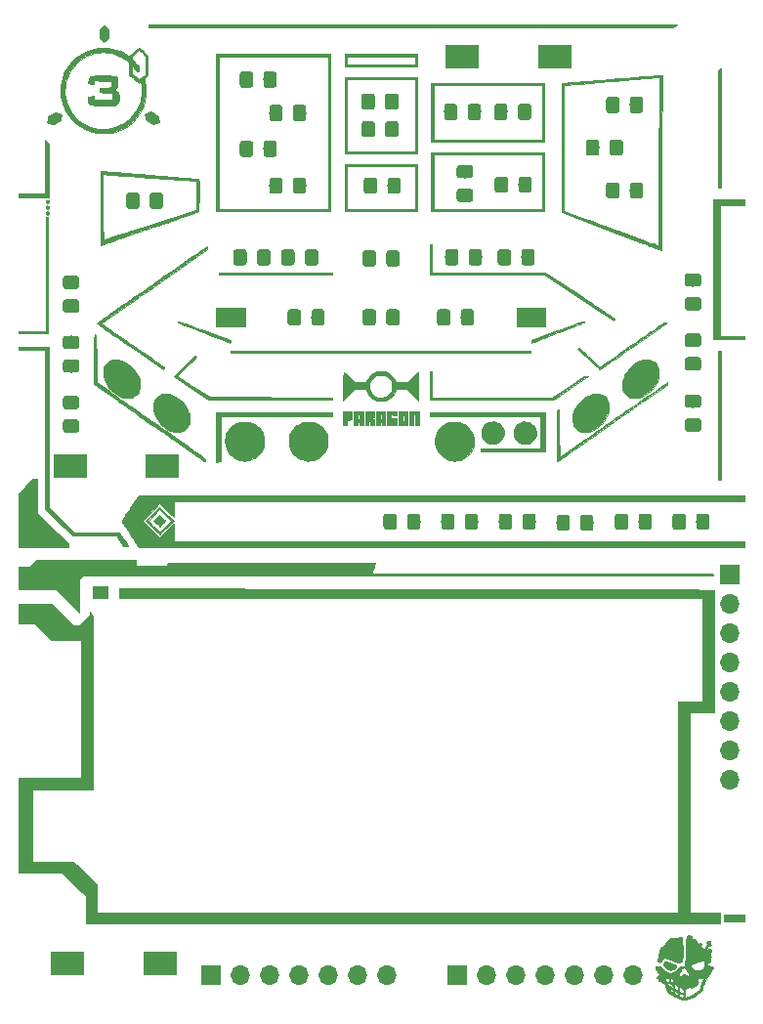
<source format=gbr>
G04 #@! TF.GenerationSoftware,KiCad,Pcbnew,(5.0.0)*
G04 #@! TF.CreationDate,2018-10-09T12:55:19+10:30*
G04 #@! TF.ProjectId,Paragon.kicad_2pcb,50617261676F6E2E6B696361645F3270,1.0*
G04 #@! TF.SameCoordinates,Original*
G04 #@! TF.FileFunction,Soldermask,Top*
G04 #@! TF.FilePolarity,Negative*
%FSLAX46Y46*%
G04 Gerber Fmt 4.6, Leading zero omitted, Abs format (unit mm)*
G04 Created by KiCad (PCBNEW (5.0.0)) date 10/09/18 12:55:19*
%MOMM*%
%LPD*%
G01*
G04 APERTURE LIST*
%ADD10C,0.010000*%
%ADD11R,3.000000X2.000000*%
%ADD12C,0.100000*%
%ADD13C,1.150000*%
%ADD14R,1.700000X1.700000*%
%ADD15O,1.700000X1.700000*%
G04 APERTURE END LIST*
D10*
G04 #@! TO.C,G\002A\002A\002A*
G36*
X130071868Y-61760051D02*
X130266433Y-61761600D01*
X130523412Y-61764242D01*
X130734537Y-61767500D01*
X130904805Y-61772280D01*
X131039214Y-61779489D01*
X131142761Y-61790031D01*
X131220441Y-61804813D01*
X131277252Y-61824742D01*
X131318190Y-61850722D01*
X131348253Y-61883660D01*
X131372437Y-61924462D01*
X131391948Y-61965660D01*
X131415379Y-62028532D01*
X131430442Y-62101540D01*
X131438731Y-62197318D01*
X131441839Y-62328505D01*
X131441984Y-62362383D01*
X131439697Y-62489701D01*
X131432963Y-62598110D01*
X131422744Y-62675800D01*
X131414010Y-62705626D01*
X131328747Y-62820836D01*
X131213190Y-62903899D01*
X131147266Y-62930023D01*
X131080970Y-62952330D01*
X131041022Y-62971043D01*
X131035735Y-62976812D01*
X131058156Y-62989944D01*
X131115644Y-63008626D01*
X131163889Y-63021111D01*
X131294828Y-63062963D01*
X131393763Y-63122314D01*
X131464406Y-63205451D01*
X131510465Y-63318660D01*
X131535651Y-63468230D01*
X131543675Y-63660448D01*
X131543685Y-63664733D01*
X131538994Y-63841381D01*
X131521836Y-63976409D01*
X131488731Y-64078252D01*
X131436197Y-64155340D01*
X131360753Y-64216106D01*
X131302702Y-64248407D01*
X131175575Y-64311829D01*
X130311111Y-64316042D01*
X130098022Y-64316505D01*
X129894004Y-64315866D01*
X129706476Y-64314229D01*
X129542860Y-64311699D01*
X129410578Y-64308381D01*
X129317050Y-64304378D01*
X129281381Y-64301554D01*
X129128605Y-64273172D01*
X129016350Y-64223797D01*
X128940226Y-64147839D01*
X128895841Y-64039711D01*
X128878805Y-63893826D01*
X128879699Y-63790356D01*
X128887287Y-63600201D01*
X129077978Y-63558140D01*
X129205567Y-63530325D01*
X129291510Y-63515681D01*
X129344022Y-63517394D01*
X129371317Y-63538650D01*
X129381610Y-63582636D01*
X129383117Y-63652537D01*
X129383083Y-63676477D01*
X129383083Y-63841742D01*
X130932861Y-63841742D01*
X130974213Y-63778631D01*
X130993945Y-63721180D01*
X131005377Y-63632156D01*
X131008788Y-63526792D01*
X131004456Y-63420318D01*
X130992659Y-63327966D01*
X130973675Y-63264969D01*
X130964601Y-63251861D01*
X130937295Y-63239488D01*
X130879707Y-63229676D01*
X130787073Y-63222075D01*
X130654631Y-63216331D01*
X130477618Y-63212092D01*
X130411598Y-63211009D01*
X129891591Y-63203198D01*
X129891591Y-62803418D01*
X130351537Y-62795002D01*
X130515027Y-62791772D01*
X130635326Y-62788260D01*
X130720091Y-62783437D01*
X130776975Y-62776271D01*
X130813635Y-62765734D01*
X130837726Y-62750793D01*
X130856902Y-62730420D01*
X130860045Y-62726563D01*
X130892759Y-62655272D01*
X130909480Y-62554672D01*
X130910211Y-62443725D01*
X130894950Y-62341392D01*
X130863699Y-62266632D01*
X130860039Y-62261826D01*
X130811469Y-62201802D01*
X130109989Y-62193951D01*
X129408508Y-62186101D01*
X129408508Y-62513055D01*
X129287737Y-62490942D01*
X129186400Y-62471801D01*
X129073662Y-62449682D01*
X129033483Y-62441571D01*
X128900000Y-62414313D01*
X128900000Y-62287535D01*
X128913217Y-62120748D01*
X128951478Y-61985692D01*
X129012699Y-61889022D01*
X129029980Y-61872772D01*
X129070760Y-61842841D01*
X129118530Y-61818319D01*
X129178328Y-61798752D01*
X129255193Y-61783688D01*
X129354163Y-61772673D01*
X129480277Y-61765255D01*
X129638574Y-61760981D01*
X129834091Y-61759397D01*
X130071868Y-61760051D01*
X130071868Y-61760051D01*
G37*
X130071868Y-61760051D02*
X130266433Y-61761600D01*
X130523412Y-61764242D01*
X130734537Y-61767500D01*
X130904805Y-61772280D01*
X131039214Y-61779489D01*
X131142761Y-61790031D01*
X131220441Y-61804813D01*
X131277252Y-61824742D01*
X131318190Y-61850722D01*
X131348253Y-61883660D01*
X131372437Y-61924462D01*
X131391948Y-61965660D01*
X131415379Y-62028532D01*
X131430442Y-62101540D01*
X131438731Y-62197318D01*
X131441839Y-62328505D01*
X131441984Y-62362383D01*
X131439697Y-62489701D01*
X131432963Y-62598110D01*
X131422744Y-62675800D01*
X131414010Y-62705626D01*
X131328747Y-62820836D01*
X131213190Y-62903899D01*
X131147266Y-62930023D01*
X131080970Y-62952330D01*
X131041022Y-62971043D01*
X131035735Y-62976812D01*
X131058156Y-62989944D01*
X131115644Y-63008626D01*
X131163889Y-63021111D01*
X131294828Y-63062963D01*
X131393763Y-63122314D01*
X131464406Y-63205451D01*
X131510465Y-63318660D01*
X131535651Y-63468230D01*
X131543675Y-63660448D01*
X131543685Y-63664733D01*
X131538994Y-63841381D01*
X131521836Y-63976409D01*
X131488731Y-64078252D01*
X131436197Y-64155340D01*
X131360753Y-64216106D01*
X131302702Y-64248407D01*
X131175575Y-64311829D01*
X130311111Y-64316042D01*
X130098022Y-64316505D01*
X129894004Y-64315866D01*
X129706476Y-64314229D01*
X129542860Y-64311699D01*
X129410578Y-64308381D01*
X129317050Y-64304378D01*
X129281381Y-64301554D01*
X129128605Y-64273172D01*
X129016350Y-64223797D01*
X128940226Y-64147839D01*
X128895841Y-64039711D01*
X128878805Y-63893826D01*
X128879699Y-63790356D01*
X128887287Y-63600201D01*
X129077978Y-63558140D01*
X129205567Y-63530325D01*
X129291510Y-63515681D01*
X129344022Y-63517394D01*
X129371317Y-63538650D01*
X129381610Y-63582636D01*
X129383117Y-63652537D01*
X129383083Y-63676477D01*
X129383083Y-63841742D01*
X130932861Y-63841742D01*
X130974213Y-63778631D01*
X130993945Y-63721180D01*
X131005377Y-63632156D01*
X131008788Y-63526792D01*
X131004456Y-63420318D01*
X130992659Y-63327966D01*
X130973675Y-63264969D01*
X130964601Y-63251861D01*
X130937295Y-63239488D01*
X130879707Y-63229676D01*
X130787073Y-63222075D01*
X130654631Y-63216331D01*
X130477618Y-63212092D01*
X130411598Y-63211009D01*
X129891591Y-63203198D01*
X129891591Y-62803418D01*
X130351537Y-62795002D01*
X130515027Y-62791772D01*
X130635326Y-62788260D01*
X130720091Y-62783437D01*
X130776975Y-62776271D01*
X130813635Y-62765734D01*
X130837726Y-62750793D01*
X130856902Y-62730420D01*
X130860045Y-62726563D01*
X130892759Y-62655272D01*
X130909480Y-62554672D01*
X130910211Y-62443725D01*
X130894950Y-62341392D01*
X130863699Y-62266632D01*
X130860039Y-62261826D01*
X130811469Y-62201802D01*
X130109989Y-62193951D01*
X129408508Y-62186101D01*
X129408508Y-62513055D01*
X129287737Y-62490942D01*
X129186400Y-62471801D01*
X129073662Y-62449682D01*
X129033483Y-62441571D01*
X128900000Y-62414313D01*
X128900000Y-62287535D01*
X128913217Y-62120748D01*
X128951478Y-61985692D01*
X129012699Y-61889022D01*
X129029980Y-61872772D01*
X129070760Y-61842841D01*
X129118530Y-61818319D01*
X129178328Y-61798752D01*
X129255193Y-61783688D01*
X129354163Y-61772673D01*
X129480277Y-61765255D01*
X129638574Y-61760981D01*
X129834091Y-61759397D01*
X130071868Y-61760051D01*
G36*
X135319907Y-100047535D02*
X135408989Y-100138120D01*
X135483257Y-100217209D01*
X135536004Y-100277389D01*
X135560521Y-100311245D01*
X135561461Y-100314515D01*
X135544580Y-100339692D01*
X135499382Y-100391820D01*
X135434038Y-100462533D01*
X135356718Y-100543461D01*
X135275593Y-100626236D01*
X135198831Y-100702489D01*
X135134604Y-100763852D01*
X135091081Y-100801955D01*
X135077423Y-100810311D01*
X135055850Y-100793287D01*
X135005456Y-100746584D01*
X134933101Y-100676750D01*
X134845645Y-100590336D01*
X134817279Y-100561947D01*
X134569847Y-100313583D01*
X134824100Y-100060284D01*
X135078353Y-99806986D01*
X135319907Y-100047535D01*
X135319907Y-100047535D01*
G37*
X135319907Y-100047535D02*
X135408989Y-100138120D01*
X135483257Y-100217209D01*
X135536004Y-100277389D01*
X135560521Y-100311245D01*
X135561461Y-100314515D01*
X135544580Y-100339692D01*
X135499382Y-100391820D01*
X135434038Y-100462533D01*
X135356718Y-100543461D01*
X135275593Y-100626236D01*
X135198831Y-100702489D01*
X135134604Y-100763852D01*
X135091081Y-100801955D01*
X135077423Y-100810311D01*
X135055850Y-100793287D01*
X135005456Y-100746584D01*
X134933101Y-100676750D01*
X134845645Y-100590336D01*
X134817279Y-100561947D01*
X134569847Y-100313583D01*
X134824100Y-100060284D01*
X135078353Y-99806986D01*
X135319907Y-100047535D01*
G36*
X157016517Y-57282828D02*
X179941541Y-57283673D01*
X179611011Y-57585397D01*
X156853136Y-57586242D01*
X155778677Y-57586270D01*
X154716634Y-57586275D01*
X153668145Y-57586257D01*
X152634350Y-57586216D01*
X151616386Y-57586153D01*
X150615393Y-57586069D01*
X149632507Y-57585963D01*
X148668869Y-57585837D01*
X147725617Y-57585691D01*
X146803888Y-57585526D01*
X145904822Y-57585341D01*
X145029557Y-57585137D01*
X144179231Y-57584916D01*
X143354983Y-57584677D01*
X142557952Y-57584420D01*
X141789275Y-57584147D01*
X141050092Y-57583857D01*
X140341540Y-57583552D01*
X139664759Y-57583232D01*
X139020887Y-57582897D01*
X138411062Y-57582547D01*
X137836422Y-57582184D01*
X137298107Y-57581808D01*
X136797254Y-57581418D01*
X136335003Y-57581017D01*
X135912491Y-57580603D01*
X135530857Y-57580178D01*
X135191240Y-57579743D01*
X134894778Y-57579296D01*
X134642610Y-57578840D01*
X134435873Y-57578375D01*
X134275707Y-57577900D01*
X134163251Y-57577418D01*
X134099641Y-57576927D01*
X134084668Y-57576549D01*
X134080299Y-57547459D01*
X134080141Y-57483465D01*
X134082783Y-57423996D01*
X134091493Y-57281982D01*
X157016517Y-57282828D01*
X157016517Y-57282828D01*
G37*
X157016517Y-57282828D02*
X179941541Y-57283673D01*
X179611011Y-57585397D01*
X156853136Y-57586242D01*
X155778677Y-57586270D01*
X154716634Y-57586275D01*
X153668145Y-57586257D01*
X152634350Y-57586216D01*
X151616386Y-57586153D01*
X150615393Y-57586069D01*
X149632507Y-57585963D01*
X148668869Y-57585837D01*
X147725617Y-57585691D01*
X146803888Y-57585526D01*
X145904822Y-57585341D01*
X145029557Y-57585137D01*
X144179231Y-57584916D01*
X143354983Y-57584677D01*
X142557952Y-57584420D01*
X141789275Y-57584147D01*
X141050092Y-57583857D01*
X140341540Y-57583552D01*
X139664759Y-57583232D01*
X139020887Y-57582897D01*
X138411062Y-57582547D01*
X137836422Y-57582184D01*
X137298107Y-57581808D01*
X136797254Y-57581418D01*
X136335003Y-57581017D01*
X135912491Y-57580603D01*
X135530857Y-57580178D01*
X135191240Y-57579743D01*
X134894778Y-57579296D01*
X134642610Y-57578840D01*
X134435873Y-57578375D01*
X134275707Y-57577900D01*
X134163251Y-57577418D01*
X134099641Y-57576927D01*
X134084668Y-57576549D01*
X134080299Y-57547459D01*
X134080141Y-57483465D01*
X134082783Y-57423996D01*
X134091493Y-57281982D01*
X157016517Y-57282828D01*
G36*
X130333883Y-57463752D02*
X130396721Y-57517086D01*
X130476552Y-57590376D01*
X130679779Y-57774774D01*
X130679779Y-58480723D01*
X130546296Y-58602487D01*
X130465678Y-58675194D01*
X130387905Y-58743967D01*
X130335423Y-58789153D01*
X130258033Y-58854056D01*
X130049387Y-58663336D01*
X129840740Y-58472615D01*
X129840754Y-58125197D01*
X129840769Y-57777778D01*
X130010541Y-57625226D01*
X130112178Y-57533172D01*
X130184606Y-57471799D01*
X130238550Y-57440306D01*
X130284735Y-57437891D01*
X130333883Y-57463752D01*
X130333883Y-57463752D01*
G37*
X130333883Y-57463752D02*
X130396721Y-57517086D01*
X130476552Y-57590376D01*
X130679779Y-57774774D01*
X130679779Y-58480723D01*
X130546296Y-58602487D01*
X130465678Y-58675194D01*
X130387905Y-58743967D01*
X130335423Y-58789153D01*
X130258033Y-58854056D01*
X130049387Y-58663336D01*
X129840740Y-58472615D01*
X129840754Y-58125197D01*
X129840769Y-57777778D01*
X130010541Y-57625226D01*
X130112178Y-57533172D01*
X130184606Y-57471799D01*
X130238550Y-57440306D01*
X130284735Y-57437891D01*
X130333883Y-57463752D01*
G36*
X157401902Y-60994095D02*
X151096396Y-60994095D01*
X151096396Y-60078779D01*
X151299799Y-60078779D01*
X151299799Y-60790691D01*
X157198498Y-60790691D01*
X157198498Y-60078779D01*
X151299799Y-60078779D01*
X151096396Y-60078779D01*
X151096396Y-59900801D01*
X157401902Y-59900801D01*
X157401902Y-60994095D01*
X157401902Y-60994095D01*
G37*
X157401902Y-60994095D02*
X151096396Y-60994095D01*
X151096396Y-60078779D01*
X151299799Y-60078779D01*
X151299799Y-60790691D01*
X157198498Y-60790691D01*
X157198498Y-60078779D01*
X151299799Y-60078779D01*
X151096396Y-60078779D01*
X151096396Y-59900801D01*
X157401902Y-59900801D01*
X157401902Y-60994095D01*
G36*
X134599332Y-65053721D02*
X134708882Y-65116768D01*
X134802649Y-65171915D01*
X134871599Y-65213763D01*
X134906700Y-65236913D01*
X134908554Y-65238504D01*
X134922386Y-65270699D01*
X134942504Y-65339321D01*
X134965766Y-65430824D01*
X134989033Y-65531666D01*
X135009164Y-65628303D01*
X135023019Y-65707191D01*
X135027527Y-65751621D01*
X135013495Y-65778033D01*
X134967193Y-65807175D01*
X134882314Y-65842321D01*
X134792279Y-65873680D01*
X134687149Y-65907402D01*
X134597646Y-65933724D01*
X134536390Y-65949051D01*
X134518956Y-65951491D01*
X134483050Y-65939116D01*
X134413471Y-65905842D01*
X134320259Y-65856747D01*
X134213914Y-65797175D01*
X134107700Y-65734908D01*
X134016563Y-65679435D01*
X133950283Y-65636849D01*
X133918793Y-65613402D01*
X133901158Y-65575906D01*
X133878547Y-65501966D01*
X133854933Y-65405194D01*
X133846928Y-65367268D01*
X133825654Y-65263837D01*
X133807012Y-65176342D01*
X133794109Y-65119250D01*
X133791546Y-65109212D01*
X133795656Y-65087043D01*
X133825172Y-65063463D01*
X133886968Y-65034925D01*
X133987920Y-64997887D01*
X134045427Y-64978349D01*
X134310978Y-64889425D01*
X134599332Y-65053721D01*
X134599332Y-65053721D01*
G37*
X134599332Y-65053721D02*
X134708882Y-65116768D01*
X134802649Y-65171915D01*
X134871599Y-65213763D01*
X134906700Y-65236913D01*
X134908554Y-65238504D01*
X134922386Y-65270699D01*
X134942504Y-65339321D01*
X134965766Y-65430824D01*
X134989033Y-65531666D01*
X135009164Y-65628303D01*
X135023019Y-65707191D01*
X135027527Y-65751621D01*
X135013495Y-65778033D01*
X134967193Y-65807175D01*
X134882314Y-65842321D01*
X134792279Y-65873680D01*
X134687149Y-65907402D01*
X134597646Y-65933724D01*
X134536390Y-65949051D01*
X134518956Y-65951491D01*
X134483050Y-65939116D01*
X134413471Y-65905842D01*
X134320259Y-65856747D01*
X134213914Y-65797175D01*
X134107700Y-65734908D01*
X134016563Y-65679435D01*
X133950283Y-65636849D01*
X133918793Y-65613402D01*
X133901158Y-65575906D01*
X133878547Y-65501966D01*
X133854933Y-65405194D01*
X133846928Y-65367268D01*
X133825654Y-65263837D01*
X133807012Y-65176342D01*
X133794109Y-65119250D01*
X133791546Y-65109212D01*
X133795656Y-65087043D01*
X133825172Y-65063463D01*
X133886968Y-65034925D01*
X133987920Y-64997887D01*
X134045427Y-64978349D01*
X134310978Y-64889425D01*
X134599332Y-65053721D01*
G36*
X126548148Y-65078066D02*
X126545384Y-65165460D01*
X126538391Y-65233217D01*
X126522527Y-65330545D01*
X126501064Y-65437637D01*
X126498505Y-65449147D01*
X126454390Y-65645441D01*
X126165253Y-65811459D01*
X126053515Y-65873530D01*
X125954533Y-65924656D01*
X125878107Y-65960045D01*
X125834036Y-65974904D01*
X125830750Y-65975062D01*
X125787803Y-65966584D01*
X125709658Y-65945789D01*
X125609407Y-65916286D01*
X125547688Y-65897050D01*
X125438652Y-65861369D01*
X125370175Y-65835093D01*
X125334007Y-65813362D01*
X125321897Y-65791319D01*
X125325076Y-65765982D01*
X125336718Y-65716192D01*
X125354594Y-65631879D01*
X125375460Y-65528483D01*
X125382712Y-65491460D01*
X125425264Y-65272410D01*
X126035806Y-64917378D01*
X126548148Y-65078066D01*
X126548148Y-65078066D01*
G37*
X126548148Y-65078066D02*
X126545384Y-65165460D01*
X126538391Y-65233217D01*
X126522527Y-65330545D01*
X126501064Y-65437637D01*
X126498505Y-65449147D01*
X126454390Y-65645441D01*
X126165253Y-65811459D01*
X126053515Y-65873530D01*
X125954533Y-65924656D01*
X125878107Y-65960045D01*
X125834036Y-65974904D01*
X125830750Y-65975062D01*
X125787803Y-65966584D01*
X125709658Y-65945789D01*
X125609407Y-65916286D01*
X125547688Y-65897050D01*
X125438652Y-65861369D01*
X125370175Y-65835093D01*
X125334007Y-65813362D01*
X125321897Y-65791319D01*
X125325076Y-65765982D01*
X125336718Y-65716192D01*
X125354594Y-65631879D01*
X125375460Y-65528483D01*
X125382712Y-65491460D01*
X125425264Y-65272410D01*
X126035806Y-64917378D01*
X126548148Y-65078066D01*
G36*
X133289806Y-59346811D02*
X133350225Y-59390450D01*
X133436011Y-59457702D01*
X133540789Y-59543548D01*
X133658181Y-59642967D01*
X133677086Y-59659260D01*
X134059686Y-59989790D01*
X134059060Y-60854255D01*
X134058434Y-61718719D01*
X133898488Y-61853542D01*
X133738542Y-61988364D01*
X133796799Y-62229339D01*
X133872978Y-62650397D01*
X133899040Y-63072337D01*
X133875554Y-63491956D01*
X133803090Y-63906051D01*
X133682218Y-64311419D01*
X133513506Y-64704857D01*
X133297524Y-65083163D01*
X133286362Y-65100301D01*
X133030476Y-65445272D01*
X132738588Y-65755608D01*
X132413769Y-66029216D01*
X132059088Y-66264005D01*
X131677617Y-66457883D01*
X131272427Y-66608757D01*
X130946746Y-66694190D01*
X130786575Y-66720634D01*
X130590747Y-66740168D01*
X130374037Y-66752424D01*
X130151215Y-66757037D01*
X129937055Y-66753639D01*
X129746329Y-66741863D01*
X129625597Y-66726996D01*
X129195429Y-66632091D01*
X128786424Y-66491167D01*
X128400127Y-66305042D01*
X128038085Y-66074534D01*
X127701844Y-65800459D01*
X127502993Y-65604775D01*
X127225766Y-65278841D01*
X126993597Y-64933335D01*
X126804456Y-64564365D01*
X126656314Y-64168040D01*
X126557681Y-63790891D01*
X126525814Y-63594890D01*
X126505335Y-63366567D01*
X126496268Y-63120771D01*
X126497342Y-63008096D01*
X126864892Y-63008096D01*
X126871541Y-63343013D01*
X126905265Y-63628652D01*
X126998458Y-64022609D01*
X127135117Y-64394370D01*
X127311954Y-64741678D01*
X127525683Y-65062272D01*
X127773018Y-65353896D01*
X128050672Y-65614290D01*
X128355358Y-65841195D01*
X128683790Y-66032352D01*
X129032681Y-66185504D01*
X129398746Y-66298391D01*
X129778697Y-66368754D01*
X130169247Y-66394336D01*
X130567111Y-66372876D01*
X130837122Y-66330862D01*
X131237462Y-66227011D01*
X131614104Y-66078176D01*
X131966795Y-65884493D01*
X132295282Y-65646103D01*
X132595649Y-65366973D01*
X132866288Y-65050684D01*
X133090491Y-64714280D01*
X133269384Y-64355635D01*
X133404092Y-63972629D01*
X133464794Y-63727328D01*
X133498951Y-63510933D01*
X133517816Y-63268504D01*
X133521576Y-63015262D01*
X133510414Y-62766428D01*
X133484518Y-62537223D01*
X133448077Y-62357676D01*
X133422131Y-62259296D01*
X133349651Y-62328736D01*
X133324571Y-62353822D01*
X133303702Y-62371469D01*
X133281713Y-62378501D01*
X133253274Y-62371741D01*
X133213054Y-62348013D01*
X133155722Y-62304142D01*
X133075949Y-62236951D01*
X132968403Y-62143263D01*
X132827755Y-62019903D01*
X132820104Y-62013202D01*
X132459559Y-61697475D01*
X132459559Y-61597191D01*
X132662963Y-61597191D01*
X132959083Y-61829577D01*
X133065013Y-61911404D01*
X133157769Y-61980610D01*
X133229647Y-62031633D01*
X133272945Y-62058914D01*
X133280994Y-62061962D01*
X133311480Y-62047638D01*
X133371972Y-62009196D01*
X133452101Y-61953431D01*
X133499738Y-61918617D01*
X133596090Y-61845253D01*
X133686861Y-61773058D01*
X133757084Y-61714041D01*
X133775325Y-61697514D01*
X133857958Y-61619755D01*
X133857958Y-60086441D01*
X133564834Y-59812768D01*
X133271710Y-59539096D01*
X132973692Y-59818054D01*
X132860263Y-59925286D01*
X132779200Y-60005383D01*
X132724966Y-60065101D01*
X132692020Y-60111201D01*
X132674824Y-60150440D01*
X132667836Y-60189578D01*
X132667676Y-60191409D01*
X132666876Y-60236731D01*
X132677163Y-60277369D01*
X132704611Y-60323198D01*
X132755296Y-60384089D01*
X132835295Y-60469918D01*
X132845892Y-60481041D01*
X132940886Y-60583820D01*
X133038194Y-60694364D01*
X133122334Y-60794894D01*
X133152640Y-60833254D01*
X133273173Y-60990232D01*
X133273173Y-61400901D01*
X133177519Y-61400901D01*
X133130930Y-61398393D01*
X133094153Y-61385477D01*
X133057830Y-61354072D01*
X133012600Y-61296091D01*
X132949376Y-61203854D01*
X132880469Y-61104083D01*
X132811948Y-61009400D01*
X132755456Y-60935755D01*
X132740608Y-60917818D01*
X132664330Y-60828829D01*
X132663647Y-61213010D01*
X132662963Y-61597191D01*
X132459559Y-61597191D01*
X132459559Y-60622227D01*
X132389639Y-60556423D01*
X132291686Y-60473840D01*
X132161932Y-60378029D01*
X132014196Y-60278235D01*
X131862293Y-60183700D01*
X131720041Y-60103668D01*
X131689067Y-60087743D01*
X131317438Y-59927802D01*
X130938798Y-59815987D01*
X130556732Y-59750811D01*
X130174824Y-59730787D01*
X129796660Y-59754427D01*
X129425824Y-59820244D01*
X129065901Y-59926750D01*
X128720477Y-60072458D01*
X128393136Y-60255880D01*
X128087463Y-60475528D01*
X127807043Y-60729916D01*
X127555462Y-61017556D01*
X127336303Y-61336960D01*
X127153152Y-61686641D01*
X127022748Y-62023916D01*
X126941697Y-62332140D01*
X126888678Y-62665669D01*
X126864892Y-63008096D01*
X126497342Y-63008096D01*
X126498638Y-62872348D01*
X126512470Y-62636145D01*
X126537789Y-62427008D01*
X126555239Y-62335069D01*
X126643629Y-61997009D01*
X126753353Y-61680347D01*
X126868495Y-61421168D01*
X127086385Y-61042881D01*
X127342680Y-60696511D01*
X127634518Y-60384263D01*
X127959038Y-60108339D01*
X128313380Y-59870945D01*
X128694680Y-59674283D01*
X129100079Y-59520557D01*
X129459359Y-59425747D01*
X129573572Y-59408077D01*
X129725159Y-59394342D01*
X129902845Y-59384642D01*
X130095356Y-59379077D01*
X130291417Y-59377747D01*
X130479752Y-59380753D01*
X130649086Y-59388195D01*
X130788146Y-59400174D01*
X130870470Y-59413189D01*
X131249306Y-59514470D01*
X131618348Y-59649825D01*
X131964719Y-59813920D01*
X132251575Y-59985208D01*
X132346497Y-60047871D01*
X132407205Y-60084494D01*
X132441249Y-60098043D01*
X132456182Y-60091481D01*
X132459558Y-60067774D01*
X132459559Y-60066859D01*
X132471236Y-60035194D01*
X132508511Y-59986522D01*
X132574745Y-59917385D01*
X132673302Y-59824326D01*
X132807546Y-59703891D01*
X132843669Y-59672090D01*
X132962379Y-59569128D01*
X133069542Y-59478546D01*
X133158846Y-59405486D01*
X133223980Y-59355096D01*
X133258632Y-59332518D01*
X133261133Y-59331806D01*
X133289806Y-59346811D01*
X133289806Y-59346811D01*
G37*
X133289806Y-59346811D02*
X133350225Y-59390450D01*
X133436011Y-59457702D01*
X133540789Y-59543548D01*
X133658181Y-59642967D01*
X133677086Y-59659260D01*
X134059686Y-59989790D01*
X134059060Y-60854255D01*
X134058434Y-61718719D01*
X133898488Y-61853542D01*
X133738542Y-61988364D01*
X133796799Y-62229339D01*
X133872978Y-62650397D01*
X133899040Y-63072337D01*
X133875554Y-63491956D01*
X133803090Y-63906051D01*
X133682218Y-64311419D01*
X133513506Y-64704857D01*
X133297524Y-65083163D01*
X133286362Y-65100301D01*
X133030476Y-65445272D01*
X132738588Y-65755608D01*
X132413769Y-66029216D01*
X132059088Y-66264005D01*
X131677617Y-66457883D01*
X131272427Y-66608757D01*
X130946746Y-66694190D01*
X130786575Y-66720634D01*
X130590747Y-66740168D01*
X130374037Y-66752424D01*
X130151215Y-66757037D01*
X129937055Y-66753639D01*
X129746329Y-66741863D01*
X129625597Y-66726996D01*
X129195429Y-66632091D01*
X128786424Y-66491167D01*
X128400127Y-66305042D01*
X128038085Y-66074534D01*
X127701844Y-65800459D01*
X127502993Y-65604775D01*
X127225766Y-65278841D01*
X126993597Y-64933335D01*
X126804456Y-64564365D01*
X126656314Y-64168040D01*
X126557681Y-63790891D01*
X126525814Y-63594890D01*
X126505335Y-63366567D01*
X126496268Y-63120771D01*
X126497342Y-63008096D01*
X126864892Y-63008096D01*
X126871541Y-63343013D01*
X126905265Y-63628652D01*
X126998458Y-64022609D01*
X127135117Y-64394370D01*
X127311954Y-64741678D01*
X127525683Y-65062272D01*
X127773018Y-65353896D01*
X128050672Y-65614290D01*
X128355358Y-65841195D01*
X128683790Y-66032352D01*
X129032681Y-66185504D01*
X129398746Y-66298391D01*
X129778697Y-66368754D01*
X130169247Y-66394336D01*
X130567111Y-66372876D01*
X130837122Y-66330862D01*
X131237462Y-66227011D01*
X131614104Y-66078176D01*
X131966795Y-65884493D01*
X132295282Y-65646103D01*
X132595649Y-65366973D01*
X132866288Y-65050684D01*
X133090491Y-64714280D01*
X133269384Y-64355635D01*
X133404092Y-63972629D01*
X133464794Y-63727328D01*
X133498951Y-63510933D01*
X133517816Y-63268504D01*
X133521576Y-63015262D01*
X133510414Y-62766428D01*
X133484518Y-62537223D01*
X133448077Y-62357676D01*
X133422131Y-62259296D01*
X133349651Y-62328736D01*
X133324571Y-62353822D01*
X133303702Y-62371469D01*
X133281713Y-62378501D01*
X133253274Y-62371741D01*
X133213054Y-62348013D01*
X133155722Y-62304142D01*
X133075949Y-62236951D01*
X132968403Y-62143263D01*
X132827755Y-62019903D01*
X132820104Y-62013202D01*
X132459559Y-61697475D01*
X132459559Y-61597191D01*
X132662963Y-61597191D01*
X132959083Y-61829577D01*
X133065013Y-61911404D01*
X133157769Y-61980610D01*
X133229647Y-62031633D01*
X133272945Y-62058914D01*
X133280994Y-62061962D01*
X133311480Y-62047638D01*
X133371972Y-62009196D01*
X133452101Y-61953431D01*
X133499738Y-61918617D01*
X133596090Y-61845253D01*
X133686861Y-61773058D01*
X133757084Y-61714041D01*
X133775325Y-61697514D01*
X133857958Y-61619755D01*
X133857958Y-60086441D01*
X133564834Y-59812768D01*
X133271710Y-59539096D01*
X132973692Y-59818054D01*
X132860263Y-59925286D01*
X132779200Y-60005383D01*
X132724966Y-60065101D01*
X132692020Y-60111201D01*
X132674824Y-60150440D01*
X132667836Y-60189578D01*
X132667676Y-60191409D01*
X132666876Y-60236731D01*
X132677163Y-60277369D01*
X132704611Y-60323198D01*
X132755296Y-60384089D01*
X132835295Y-60469918D01*
X132845892Y-60481041D01*
X132940886Y-60583820D01*
X133038194Y-60694364D01*
X133122334Y-60794894D01*
X133152640Y-60833254D01*
X133273173Y-60990232D01*
X133273173Y-61400901D01*
X133177519Y-61400901D01*
X133130930Y-61398393D01*
X133094153Y-61385477D01*
X133057830Y-61354072D01*
X133012600Y-61296091D01*
X132949376Y-61203854D01*
X132880469Y-61104083D01*
X132811948Y-61009400D01*
X132755456Y-60935755D01*
X132740608Y-60917818D01*
X132664330Y-60828829D01*
X132663647Y-61213010D01*
X132662963Y-61597191D01*
X132459559Y-61597191D01*
X132459559Y-60622227D01*
X132389639Y-60556423D01*
X132291686Y-60473840D01*
X132161932Y-60378029D01*
X132014196Y-60278235D01*
X131862293Y-60183700D01*
X131720041Y-60103668D01*
X131689067Y-60087743D01*
X131317438Y-59927802D01*
X130938798Y-59815987D01*
X130556732Y-59750811D01*
X130174824Y-59730787D01*
X129796660Y-59754427D01*
X129425824Y-59820244D01*
X129065901Y-59926750D01*
X128720477Y-60072458D01*
X128393136Y-60255880D01*
X128087463Y-60475528D01*
X127807043Y-60729916D01*
X127555462Y-61017556D01*
X127336303Y-61336960D01*
X127153152Y-61686641D01*
X127022748Y-62023916D01*
X126941697Y-62332140D01*
X126888678Y-62665669D01*
X126864892Y-63008096D01*
X126497342Y-63008096D01*
X126498638Y-62872348D01*
X126512470Y-62636145D01*
X126537789Y-62427008D01*
X126555239Y-62335069D01*
X126643629Y-61997009D01*
X126753353Y-61680347D01*
X126868495Y-61421168D01*
X127086385Y-61042881D01*
X127342680Y-60696511D01*
X127634518Y-60384263D01*
X127959038Y-60108339D01*
X128313380Y-59870945D01*
X128694680Y-59674283D01*
X129100079Y-59520557D01*
X129459359Y-59425747D01*
X129573572Y-59408077D01*
X129725159Y-59394342D01*
X129902845Y-59384642D01*
X130095356Y-59379077D01*
X130291417Y-59377747D01*
X130479752Y-59380753D01*
X130649086Y-59388195D01*
X130788146Y-59400174D01*
X130870470Y-59413189D01*
X131249306Y-59514470D01*
X131618348Y-59649825D01*
X131964719Y-59813920D01*
X132251575Y-59985208D01*
X132346497Y-60047871D01*
X132407205Y-60084494D01*
X132441249Y-60098043D01*
X132456182Y-60091481D01*
X132459558Y-60067774D01*
X132459559Y-60066859D01*
X132471236Y-60035194D01*
X132508511Y-59986522D01*
X132574745Y-59917385D01*
X132673302Y-59824326D01*
X132807546Y-59703891D01*
X132843669Y-59672090D01*
X132962379Y-59569128D01*
X133069542Y-59478546D01*
X133158846Y-59405486D01*
X133223980Y-59355096D01*
X133258632Y-59332518D01*
X133261133Y-59331806D01*
X133289806Y-59346811D01*
G36*
X168411111Y-67503003D02*
X158596896Y-67503003D01*
X158596896Y-62595896D01*
X158800300Y-62595896D01*
X158800300Y-64930798D01*
X158800480Y-65271013D01*
X158801005Y-65596692D01*
X158801847Y-65904249D01*
X158802982Y-66190098D01*
X158804383Y-66450653D01*
X158806025Y-66682325D01*
X158807881Y-66881530D01*
X158809926Y-67044680D01*
X158812134Y-67168188D01*
X158814479Y-67248469D01*
X158816936Y-67281936D01*
X158817250Y-67282650D01*
X158844029Y-67284401D01*
X158919140Y-67286103D01*
X159040063Y-67287746D01*
X159204279Y-67289320D01*
X159409269Y-67290818D01*
X159652513Y-67292229D01*
X159931492Y-67293544D01*
X160243688Y-67294755D01*
X160586579Y-67295853D01*
X160957648Y-67296828D01*
X161354376Y-67297671D01*
X161774242Y-67298374D01*
X162214727Y-67298927D01*
X162673313Y-67299321D01*
X163147479Y-67299546D01*
X163520954Y-67299600D01*
X168207707Y-67299600D01*
X168207707Y-62595896D01*
X158800300Y-62595896D01*
X158596896Y-62595896D01*
X158596896Y-62392493D01*
X168411111Y-62392493D01*
X168411111Y-67503003D01*
X168411111Y-67503003D01*
G37*
X168411111Y-67503003D02*
X158596896Y-67503003D01*
X158596896Y-62595896D01*
X158800300Y-62595896D01*
X158800300Y-64930798D01*
X158800480Y-65271013D01*
X158801005Y-65596692D01*
X158801847Y-65904249D01*
X158802982Y-66190098D01*
X158804383Y-66450653D01*
X158806025Y-66682325D01*
X158807881Y-66881530D01*
X158809926Y-67044680D01*
X158812134Y-67168188D01*
X158814479Y-67248469D01*
X158816936Y-67281936D01*
X158817250Y-67282650D01*
X158844029Y-67284401D01*
X158919140Y-67286103D01*
X159040063Y-67287746D01*
X159204279Y-67289320D01*
X159409269Y-67290818D01*
X159652513Y-67292229D01*
X159931492Y-67293544D01*
X160243688Y-67294755D01*
X160586579Y-67295853D01*
X160957648Y-67296828D01*
X161354376Y-67297671D01*
X161774242Y-67298374D01*
X162214727Y-67298927D01*
X162673313Y-67299321D01*
X163147479Y-67299546D01*
X163520954Y-67299600D01*
X168207707Y-67299600D01*
X168207707Y-62595896D01*
X158800300Y-62595896D01*
X158596896Y-62595896D01*
X158596896Y-62392493D01*
X168411111Y-62392493D01*
X168411111Y-67503003D01*
G36*
X157395640Y-65208359D02*
X157389189Y-68507308D01*
X154242792Y-68513764D01*
X151096396Y-68520220D01*
X151096396Y-62087388D01*
X151299799Y-62087388D01*
X151299799Y-68291192D01*
X157198498Y-68291192D01*
X157198498Y-62087388D01*
X151299799Y-62087388D01*
X151096396Y-62087388D01*
X151096396Y-61909410D01*
X157402092Y-61909410D01*
X157395640Y-65208359D01*
X157395640Y-65208359D01*
G37*
X157395640Y-65208359D02*
X157389189Y-68507308D01*
X154242792Y-68513764D01*
X151096396Y-68520220D01*
X151096396Y-62087388D01*
X151299799Y-62087388D01*
X151299799Y-68291192D01*
X157198498Y-68291192D01*
X157198498Y-62087388D01*
X151299799Y-62087388D01*
X151096396Y-62087388D01*
X151096396Y-61909410D01*
X157402092Y-61909410D01*
X157395640Y-65208359D01*
G36*
X183730824Y-61120825D02*
X183732076Y-61194324D01*
X183733287Y-61313914D01*
X183734452Y-61477213D01*
X183735564Y-61681841D01*
X183736617Y-61925419D01*
X183737607Y-62205565D01*
X183738525Y-62519900D01*
X183739368Y-62866043D01*
X183740127Y-63241614D01*
X183740799Y-63644232D01*
X183741376Y-64071517D01*
X183741852Y-64521089D01*
X183742222Y-64990567D01*
X183742479Y-65477571D01*
X183742618Y-65979721D01*
X183742642Y-66295296D01*
X183742642Y-71494795D01*
X183437537Y-71494795D01*
X183437537Y-61280974D01*
X183576986Y-61188385D01*
X183649913Y-61141187D01*
X183704970Y-61107832D01*
X183729538Y-61095796D01*
X183730824Y-61120825D01*
X183730824Y-61120825D01*
G37*
X183730824Y-61120825D02*
X183732076Y-61194324D01*
X183733287Y-61313914D01*
X183734452Y-61477213D01*
X183735564Y-61681841D01*
X183736617Y-61925419D01*
X183737607Y-62205565D01*
X183738525Y-62519900D01*
X183739368Y-62866043D01*
X183740127Y-63241614D01*
X183740799Y-63644232D01*
X183741376Y-64071517D01*
X183741852Y-64521089D01*
X183742222Y-64990567D01*
X183742479Y-65477571D01*
X183742618Y-65979721D01*
X183742642Y-66295296D01*
X183742642Y-71494795D01*
X183437537Y-71494795D01*
X183437537Y-61280974D01*
X183576986Y-61188385D01*
X183649913Y-61141187D01*
X183704970Y-61107832D01*
X183729538Y-61095796D01*
X183730824Y-61120825D01*
G36*
X125466241Y-67693694D02*
X125466904Y-70001052D01*
X125467567Y-72308409D01*
X122823323Y-72308409D01*
X122823323Y-72003304D01*
X125170522Y-72003304D01*
X125152448Y-70200442D01*
X125149623Y-69884333D01*
X125147461Y-69569615D01*
X125145963Y-69262141D01*
X125145130Y-68967765D01*
X125144961Y-68692342D01*
X125145457Y-68441726D01*
X125146618Y-68221772D01*
X125148446Y-68038333D01*
X125150940Y-67897263D01*
X125152273Y-67849356D01*
X125170173Y-67301132D01*
X125466241Y-67693694D01*
X125466241Y-67693694D01*
G37*
X125466241Y-67693694D02*
X125466904Y-70001052D01*
X125467567Y-72308409D01*
X122823323Y-72308409D01*
X122823323Y-72003304D01*
X125170522Y-72003304D01*
X125152448Y-70200442D01*
X125149623Y-69884333D01*
X125147461Y-69569615D01*
X125145963Y-69262141D01*
X125145130Y-68967765D01*
X125144961Y-68692342D01*
X125145457Y-68441726D01*
X125146618Y-68221772D01*
X125148446Y-68038333D01*
X125150940Y-67897263D01*
X125152273Y-67849356D01*
X125170173Y-67301132D01*
X125466241Y-67693694D01*
G36*
X125402334Y-72530786D02*
X125459813Y-72571183D01*
X125490958Y-72638261D01*
X125492993Y-72663509D01*
X125473465Y-72737198D01*
X125424362Y-72788993D01*
X125359903Y-72812267D01*
X125294309Y-72800396D01*
X125259259Y-72772423D01*
X125212636Y-72710106D01*
X125199573Y-72661458D01*
X125215231Y-72606812D01*
X125217349Y-72602097D01*
X125266558Y-72543003D01*
X125333068Y-72520313D01*
X125402334Y-72530786D01*
X125402334Y-72530786D01*
G37*
X125402334Y-72530786D02*
X125459813Y-72571183D01*
X125490958Y-72638261D01*
X125492993Y-72663509D01*
X125473465Y-72737198D01*
X125424362Y-72788993D01*
X125359903Y-72812267D01*
X125294309Y-72800396D01*
X125259259Y-72772423D01*
X125212636Y-72710106D01*
X125199573Y-72661458D01*
X125215231Y-72606812D01*
X125217349Y-72602097D01*
X125266558Y-72543003D01*
X125333068Y-72520313D01*
X125402334Y-72530786D01*
G36*
X125418537Y-73041731D02*
X125444390Y-73060494D01*
X125487061Y-73125938D01*
X125489276Y-73195597D01*
X125458659Y-73257131D01*
X125402834Y-73298197D01*
X125329424Y-73306455D01*
X125297608Y-73298094D01*
X125228773Y-73250006D01*
X125202118Y-73178860D01*
X125218703Y-73102468D01*
X125270913Y-73044138D01*
X125343450Y-73022790D01*
X125418537Y-73041731D01*
X125418537Y-73041731D01*
G37*
X125418537Y-73041731D02*
X125444390Y-73060494D01*
X125487061Y-73125938D01*
X125489276Y-73195597D01*
X125458659Y-73257131D01*
X125402834Y-73298197D01*
X125329424Y-73306455D01*
X125297608Y-73298094D01*
X125228773Y-73250006D01*
X125202118Y-73178860D01*
X125218703Y-73102468D01*
X125270913Y-73044138D01*
X125343450Y-73022790D01*
X125418537Y-73041731D01*
G36*
X168411111Y-73503404D02*
X158596896Y-73503404D01*
X158596896Y-68596297D01*
X158800300Y-68596297D01*
X158800300Y-73300000D01*
X168207707Y-73300000D01*
X168207707Y-68596297D01*
X158800300Y-68596297D01*
X158596896Y-68596297D01*
X158596896Y-68418319D01*
X168411111Y-68418319D01*
X168411111Y-73503404D01*
X168411111Y-73503404D01*
G37*
X168411111Y-73503404D02*
X158596896Y-73503404D01*
X158596896Y-68596297D01*
X158800300Y-68596297D01*
X158800300Y-73300000D01*
X168207707Y-73300000D01*
X168207707Y-68596297D01*
X158800300Y-68596297D01*
X158596896Y-68596297D01*
X158596896Y-68418319D01*
X168411111Y-68418319D01*
X168411111Y-73503404D01*
G36*
X157401902Y-73503404D02*
X151096396Y-73503404D01*
X151096396Y-69587888D01*
X151299799Y-69587888D01*
X151299799Y-73300000D01*
X157198498Y-73300000D01*
X157198498Y-69587888D01*
X151299799Y-69587888D01*
X151096396Y-69587888D01*
X151096396Y-69409910D01*
X157401902Y-69409910D01*
X157401902Y-73503404D01*
X157401902Y-73503404D01*
G37*
X157401902Y-73503404D02*
X151096396Y-73503404D01*
X151096396Y-69587888D01*
X151299799Y-69587888D01*
X151299799Y-73300000D01*
X157198498Y-73300000D01*
X157198498Y-69587888D01*
X151299799Y-69587888D01*
X151096396Y-69587888D01*
X151096396Y-69409910D01*
X157401902Y-69409910D01*
X157401902Y-73503404D01*
G36*
X149875976Y-73503404D02*
X139985485Y-73503404D01*
X139985485Y-60078779D01*
X140188888Y-60078779D01*
X140188888Y-73300000D01*
X149697998Y-73300000D01*
X149697998Y-60078779D01*
X140188888Y-60078779D01*
X139985485Y-60078779D01*
X139985485Y-59900801D01*
X149875976Y-59900801D01*
X149875976Y-73503404D01*
X149875976Y-73503404D01*
G37*
X149875976Y-73503404D02*
X139985485Y-73503404D01*
X139985485Y-60078779D01*
X140188888Y-60078779D01*
X140188888Y-73300000D01*
X149697998Y-73300000D01*
X149697998Y-60078779D01*
X140188888Y-60078779D01*
X139985485Y-60078779D01*
X139985485Y-59900801D01*
X149875976Y-59900801D01*
X149875976Y-73503404D01*
G36*
X125396144Y-73522680D02*
X125461211Y-73574394D01*
X125491452Y-73644924D01*
X125481548Y-73713210D01*
X125441592Y-73769156D01*
X125381681Y-73802668D01*
X125311909Y-73803650D01*
X125258878Y-73776727D01*
X125206868Y-73710908D01*
X125204174Y-73638182D01*
X125250295Y-73565812D01*
X125323457Y-73519457D01*
X125396144Y-73522680D01*
X125396144Y-73522680D01*
G37*
X125396144Y-73522680D02*
X125461211Y-73574394D01*
X125491452Y-73644924D01*
X125481548Y-73713210D01*
X125441592Y-73769156D01*
X125381681Y-73802668D01*
X125311909Y-73803650D01*
X125258878Y-73776727D01*
X125206868Y-73710908D01*
X125204174Y-73638182D01*
X125250295Y-73565812D01*
X125323457Y-73519457D01*
X125396144Y-73522680D01*
G36*
X130022826Y-70022159D02*
X130098334Y-70028032D01*
X130215596Y-70037378D01*
X130370152Y-70049834D01*
X130557541Y-70065040D01*
X130773299Y-70082632D01*
X131012968Y-70102249D01*
X131272084Y-70123528D01*
X131546187Y-70146109D01*
X131550841Y-70146493D01*
X131801990Y-70167185D01*
X132097440Y-70191477D01*
X132430807Y-70218845D01*
X132795710Y-70248767D01*
X133185764Y-70280721D01*
X133594587Y-70314185D01*
X134015796Y-70348635D01*
X134443008Y-70383550D01*
X134869841Y-70418408D01*
X135289910Y-70452684D01*
X135696834Y-70485858D01*
X135752152Y-70490365D01*
X136116124Y-70520100D01*
X136466052Y-70548847D01*
X136798578Y-70576320D01*
X137110344Y-70602237D01*
X137397990Y-70626311D01*
X137658157Y-70648260D01*
X137887486Y-70667797D01*
X138082620Y-70684639D01*
X138240198Y-70698501D01*
X138356862Y-70709098D01*
X138429254Y-70716146D01*
X138453821Y-70719235D01*
X138460984Y-70731547D01*
X138466948Y-70765199D01*
X138471774Y-70823565D01*
X138475523Y-70910017D01*
X138478257Y-71027925D01*
X138480035Y-71180664D01*
X138480920Y-71371604D01*
X138480973Y-71604118D01*
X138480254Y-71881579D01*
X138479246Y-72121107D01*
X138472672Y-73511611D01*
X138294694Y-73573622D01*
X138169675Y-73617066D01*
X138006436Y-73673606D01*
X137807948Y-73742221D01*
X137577186Y-73821889D01*
X137317121Y-73911589D01*
X137030726Y-74010300D01*
X136720975Y-74117000D01*
X136390841Y-74230669D01*
X136043295Y-74350285D01*
X135681312Y-74474827D01*
X135307863Y-74603273D01*
X134925922Y-74734603D01*
X134538462Y-74867795D01*
X134148454Y-75001827D01*
X133758873Y-75135678D01*
X133372692Y-75268328D01*
X132992882Y-75398755D01*
X132622416Y-75525937D01*
X132264269Y-75648854D01*
X131921411Y-75766484D01*
X131596817Y-75877805D01*
X131293459Y-75981797D01*
X131014310Y-76077439D01*
X130762343Y-76163708D01*
X130540531Y-76239584D01*
X130351846Y-76304045D01*
X130199261Y-76356071D01*
X130085750Y-76394640D01*
X130014284Y-76418730D01*
X129987838Y-76427320D01*
X129987771Y-76427328D01*
X129985291Y-76402408D01*
X129982900Y-76329670D01*
X129980617Y-76212145D01*
X129978461Y-76052868D01*
X129976451Y-75854870D01*
X129974605Y-75621183D01*
X129972942Y-75354841D01*
X129971481Y-75058876D01*
X129970241Y-74736319D01*
X129969241Y-74390205D01*
X129968500Y-74023564D01*
X129968036Y-73639430D01*
X129967868Y-73240836D01*
X129967867Y-73223724D01*
X129967895Y-73146481D01*
X130171271Y-73146481D01*
X130171338Y-73594055D01*
X130171563Y-73993396D01*
X130171979Y-74347120D01*
X130172618Y-74657843D01*
X130173515Y-74928182D01*
X130174702Y-75160755D01*
X130176213Y-75358176D01*
X130178081Y-75523064D01*
X130180340Y-75658035D01*
X130183023Y-75765706D01*
X130186163Y-75848693D01*
X130189793Y-75909614D01*
X130193947Y-75951084D01*
X130198658Y-75975721D01*
X130203960Y-75986141D01*
X130207434Y-75986659D01*
X130235209Y-75977497D01*
X130308858Y-75953617D01*
X130425835Y-75915839D01*
X130583594Y-75864982D01*
X130779589Y-75801863D01*
X131011275Y-75727301D01*
X131276105Y-75642116D01*
X131571534Y-75547124D01*
X131895016Y-75443146D01*
X132244005Y-75331000D01*
X132615955Y-75211504D01*
X133008320Y-75085476D01*
X133418556Y-74953737D01*
X133844115Y-74817103D01*
X134262789Y-74682704D01*
X138281982Y-73392627D01*
X138281982Y-70895889D01*
X134398248Y-70608113D01*
X133955449Y-70575294D01*
X133524674Y-70543351D01*
X133108831Y-70512500D01*
X132710827Y-70482957D01*
X132333568Y-70454939D01*
X131979962Y-70428661D01*
X131652914Y-70404340D01*
X131355333Y-70382192D01*
X131090124Y-70362434D01*
X130860195Y-70345282D01*
X130668452Y-70330952D01*
X130517803Y-70319660D01*
X130411154Y-70311623D01*
X130351413Y-70307056D01*
X130342892Y-70306381D01*
X130171271Y-70292425D01*
X130171271Y-73146481D01*
X129967895Y-73146481D01*
X129968069Y-72679173D01*
X129968676Y-72185432D01*
X129969686Y-71742463D01*
X129971102Y-71350226D01*
X129972922Y-71008682D01*
X129975148Y-70717792D01*
X129977780Y-70477517D01*
X129980818Y-70287819D01*
X129984262Y-70148659D01*
X129988113Y-70059996D01*
X129992371Y-70021793D01*
X129993534Y-70020121D01*
X130022826Y-70022159D01*
X130022826Y-70022159D01*
G37*
X130022826Y-70022159D02*
X130098334Y-70028032D01*
X130215596Y-70037378D01*
X130370152Y-70049834D01*
X130557541Y-70065040D01*
X130773299Y-70082632D01*
X131012968Y-70102249D01*
X131272084Y-70123528D01*
X131546187Y-70146109D01*
X131550841Y-70146493D01*
X131801990Y-70167185D01*
X132097440Y-70191477D01*
X132430807Y-70218845D01*
X132795710Y-70248767D01*
X133185764Y-70280721D01*
X133594587Y-70314185D01*
X134015796Y-70348635D01*
X134443008Y-70383550D01*
X134869841Y-70418408D01*
X135289910Y-70452684D01*
X135696834Y-70485858D01*
X135752152Y-70490365D01*
X136116124Y-70520100D01*
X136466052Y-70548847D01*
X136798578Y-70576320D01*
X137110344Y-70602237D01*
X137397990Y-70626311D01*
X137658157Y-70648260D01*
X137887486Y-70667797D01*
X138082620Y-70684639D01*
X138240198Y-70698501D01*
X138356862Y-70709098D01*
X138429254Y-70716146D01*
X138453821Y-70719235D01*
X138460984Y-70731547D01*
X138466948Y-70765199D01*
X138471774Y-70823565D01*
X138475523Y-70910017D01*
X138478257Y-71027925D01*
X138480035Y-71180664D01*
X138480920Y-71371604D01*
X138480973Y-71604118D01*
X138480254Y-71881579D01*
X138479246Y-72121107D01*
X138472672Y-73511611D01*
X138294694Y-73573622D01*
X138169675Y-73617066D01*
X138006436Y-73673606D01*
X137807948Y-73742221D01*
X137577186Y-73821889D01*
X137317121Y-73911589D01*
X137030726Y-74010300D01*
X136720975Y-74117000D01*
X136390841Y-74230669D01*
X136043295Y-74350285D01*
X135681312Y-74474827D01*
X135307863Y-74603273D01*
X134925922Y-74734603D01*
X134538462Y-74867795D01*
X134148454Y-75001827D01*
X133758873Y-75135678D01*
X133372692Y-75268328D01*
X132992882Y-75398755D01*
X132622416Y-75525937D01*
X132264269Y-75648854D01*
X131921411Y-75766484D01*
X131596817Y-75877805D01*
X131293459Y-75981797D01*
X131014310Y-76077439D01*
X130762343Y-76163708D01*
X130540531Y-76239584D01*
X130351846Y-76304045D01*
X130199261Y-76356071D01*
X130085750Y-76394640D01*
X130014284Y-76418730D01*
X129987838Y-76427320D01*
X129987771Y-76427328D01*
X129985291Y-76402408D01*
X129982900Y-76329670D01*
X129980617Y-76212145D01*
X129978461Y-76052868D01*
X129976451Y-75854870D01*
X129974605Y-75621183D01*
X129972942Y-75354841D01*
X129971481Y-75058876D01*
X129970241Y-74736319D01*
X129969241Y-74390205D01*
X129968500Y-74023564D01*
X129968036Y-73639430D01*
X129967868Y-73240836D01*
X129967867Y-73223724D01*
X129967895Y-73146481D01*
X130171271Y-73146481D01*
X130171338Y-73594055D01*
X130171563Y-73993396D01*
X130171979Y-74347120D01*
X130172618Y-74657843D01*
X130173515Y-74928182D01*
X130174702Y-75160755D01*
X130176213Y-75358176D01*
X130178081Y-75523064D01*
X130180340Y-75658035D01*
X130183023Y-75765706D01*
X130186163Y-75848693D01*
X130189793Y-75909614D01*
X130193947Y-75951084D01*
X130198658Y-75975721D01*
X130203960Y-75986141D01*
X130207434Y-75986659D01*
X130235209Y-75977497D01*
X130308858Y-75953617D01*
X130425835Y-75915839D01*
X130583594Y-75864982D01*
X130779589Y-75801863D01*
X131011275Y-75727301D01*
X131276105Y-75642116D01*
X131571534Y-75547124D01*
X131895016Y-75443146D01*
X132244005Y-75331000D01*
X132615955Y-75211504D01*
X133008320Y-75085476D01*
X133418556Y-74953737D01*
X133844115Y-74817103D01*
X134262789Y-74682704D01*
X138281982Y-73392627D01*
X138281982Y-70895889D01*
X134398248Y-70608113D01*
X133955449Y-70575294D01*
X133524674Y-70543351D01*
X133108831Y-70512500D01*
X132710827Y-70482957D01*
X132333568Y-70454939D01*
X131979962Y-70428661D01*
X131652914Y-70404340D01*
X131355333Y-70382192D01*
X131090124Y-70362434D01*
X130860195Y-70345282D01*
X130668452Y-70330952D01*
X130517803Y-70319660D01*
X130411154Y-70311623D01*
X130351413Y-70307056D01*
X130342892Y-70306381D01*
X130171271Y-70292425D01*
X130171271Y-73146481D01*
X129967895Y-73146481D01*
X129968069Y-72679173D01*
X129968676Y-72185432D01*
X129969686Y-71742463D01*
X129971102Y-71350226D01*
X129972922Y-71008682D01*
X129975148Y-70717792D01*
X129977780Y-70477517D01*
X129980818Y-70287819D01*
X129984262Y-70148659D01*
X129988113Y-70059996D01*
X129992371Y-70021793D01*
X129993534Y-70020121D01*
X130022826Y-70022159D01*
G36*
X178620893Y-61711718D02*
X178621208Y-61737216D01*
X178621212Y-61811159D01*
X178620921Y-61931140D01*
X178620349Y-62094754D01*
X178619509Y-62299595D01*
X178618417Y-62543258D01*
X178617086Y-62823338D01*
X178615531Y-63137428D01*
X178613766Y-63483124D01*
X178611805Y-63858018D01*
X178609663Y-64259707D01*
X178607353Y-64685784D01*
X178604891Y-65133844D01*
X178602289Y-65601481D01*
X178599564Y-66086289D01*
X178596728Y-66585864D01*
X178593796Y-67097799D01*
X178590782Y-67619688D01*
X178587702Y-68149127D01*
X178584568Y-68683709D01*
X178581395Y-69221029D01*
X178578198Y-69758682D01*
X178574990Y-70294262D01*
X178571786Y-70825363D01*
X178568600Y-71349579D01*
X178565447Y-71864505D01*
X178562341Y-72367736D01*
X178559296Y-72856866D01*
X178556325Y-73329489D01*
X178553445Y-73783200D01*
X178550668Y-74215593D01*
X178548009Y-74624262D01*
X178545483Y-75006802D01*
X178543103Y-75360808D01*
X178540884Y-75683873D01*
X178538840Y-75973592D01*
X178536985Y-76227560D01*
X178535334Y-76443371D01*
X178533901Y-76618619D01*
X178532700Y-76750899D01*
X178531745Y-76837805D01*
X178531051Y-76876932D01*
X178530963Y-76878629D01*
X178528699Y-76879930D01*
X178520926Y-76878947D01*
X178505628Y-76874919D01*
X178480784Y-76867085D01*
X178444377Y-76854683D01*
X178394387Y-76836952D01*
X178328796Y-76813131D01*
X178245585Y-76782459D01*
X178142735Y-76744175D01*
X178018228Y-76697517D01*
X177870044Y-76641724D01*
X177696166Y-76576035D01*
X177494575Y-76499689D01*
X177263250Y-76411924D01*
X177000175Y-76311980D01*
X176703331Y-76199095D01*
X176370697Y-76072507D01*
X176000257Y-75931457D01*
X175589991Y-75775181D01*
X175137880Y-75602920D01*
X174641905Y-75413912D01*
X174208108Y-75248582D01*
X169923924Y-73615723D01*
X169917521Y-68010464D01*
X169911321Y-62581509D01*
X170114614Y-62581509D01*
X170114614Y-73491919D01*
X171455805Y-73981230D01*
X171667362Y-74058459D01*
X171921364Y-74151262D01*
X172212519Y-74257703D01*
X172535533Y-74375842D01*
X172885113Y-74503744D01*
X173255963Y-74639469D01*
X173642791Y-74781080D01*
X174040303Y-74926641D01*
X174443204Y-75074212D01*
X174846201Y-75221856D01*
X175244001Y-75367636D01*
X175530230Y-75472557D01*
X175887581Y-75603519D01*
X176231627Y-75729518D01*
X176559353Y-75849456D01*
X176867746Y-75962232D01*
X177153792Y-76066747D01*
X177414477Y-76161902D01*
X177646786Y-76246598D01*
X177847706Y-76319736D01*
X178014222Y-76380215D01*
X178143321Y-76426938D01*
X178231988Y-76458804D01*
X178277210Y-76474715D01*
X178282532Y-76476376D01*
X178286651Y-76452239D01*
X178290460Y-76382570D01*
X178293862Y-76272692D01*
X178296758Y-76127923D01*
X178299052Y-75953583D01*
X178300646Y-75754993D01*
X178301441Y-75537473D01*
X178301514Y-75442093D01*
X178301671Y-75321501D01*
X178302150Y-75152737D01*
X178302936Y-74938478D01*
X178304013Y-74681400D01*
X178305368Y-74384182D01*
X178306987Y-74049500D01*
X178308853Y-73680032D01*
X178310954Y-73278454D01*
X178313273Y-72847444D01*
X178315798Y-72389680D01*
X178318513Y-71907838D01*
X178321403Y-71404595D01*
X178324454Y-70882629D01*
X178327652Y-70344618D01*
X178330981Y-69793237D01*
X178334428Y-69231165D01*
X178337978Y-68661079D01*
X178341174Y-68154993D01*
X178344695Y-67594724D01*
X178348049Y-67047850D01*
X178351226Y-66516547D01*
X178354217Y-66002992D01*
X178357010Y-65509358D01*
X178359596Y-65037822D01*
X178361964Y-64590560D01*
X178364105Y-64169748D01*
X178366008Y-63777560D01*
X178367663Y-63416173D01*
X178369059Y-63087762D01*
X178370186Y-62794504D01*
X178371035Y-62538573D01*
X178371595Y-62322145D01*
X178371856Y-62147396D01*
X178371807Y-62016502D01*
X178371439Y-61931638D01*
X178370741Y-61894980D01*
X178370547Y-61893604D01*
X178344136Y-61893980D01*
X178271143Y-61898415D01*
X178155649Y-61906586D01*
X178001735Y-61918173D01*
X177813479Y-61932855D01*
X177594963Y-61950309D01*
X177350266Y-61970216D01*
X177083470Y-61992253D01*
X176798655Y-62016099D01*
X176582889Y-62034364D01*
X176271267Y-62060845D01*
X175917145Y-62090905D01*
X175528694Y-62123853D01*
X175114084Y-62158996D01*
X174681487Y-62195642D01*
X174239074Y-62233100D01*
X173795015Y-62270678D01*
X173357481Y-62307683D01*
X172934643Y-62343424D01*
X172534673Y-62377208D01*
X172460110Y-62383504D01*
X170114614Y-62581509D01*
X169911321Y-62581509D01*
X169911119Y-62405206D01*
X174261163Y-62053619D01*
X174726769Y-62016047D01*
X175178622Y-61979702D01*
X175614125Y-61944789D01*
X176030681Y-61911510D01*
X176425692Y-61880069D01*
X176796561Y-61850671D01*
X177140691Y-61823518D01*
X177455484Y-61798815D01*
X177738344Y-61776765D01*
X177986673Y-61757572D01*
X178197874Y-61741439D01*
X178369350Y-61728571D01*
X178498503Y-61719170D01*
X178582736Y-61713441D01*
X178619451Y-61711587D01*
X178620893Y-61711718D01*
X178620893Y-61711718D01*
G37*
X178620893Y-61711718D02*
X178621208Y-61737216D01*
X178621212Y-61811159D01*
X178620921Y-61931140D01*
X178620349Y-62094754D01*
X178619509Y-62299595D01*
X178618417Y-62543258D01*
X178617086Y-62823338D01*
X178615531Y-63137428D01*
X178613766Y-63483124D01*
X178611805Y-63858018D01*
X178609663Y-64259707D01*
X178607353Y-64685784D01*
X178604891Y-65133844D01*
X178602289Y-65601481D01*
X178599564Y-66086289D01*
X178596728Y-66585864D01*
X178593796Y-67097799D01*
X178590782Y-67619688D01*
X178587702Y-68149127D01*
X178584568Y-68683709D01*
X178581395Y-69221029D01*
X178578198Y-69758682D01*
X178574990Y-70294262D01*
X178571786Y-70825363D01*
X178568600Y-71349579D01*
X178565447Y-71864505D01*
X178562341Y-72367736D01*
X178559296Y-72856866D01*
X178556325Y-73329489D01*
X178553445Y-73783200D01*
X178550668Y-74215593D01*
X178548009Y-74624262D01*
X178545483Y-75006802D01*
X178543103Y-75360808D01*
X178540884Y-75683873D01*
X178538840Y-75973592D01*
X178536985Y-76227560D01*
X178535334Y-76443371D01*
X178533901Y-76618619D01*
X178532700Y-76750899D01*
X178531745Y-76837805D01*
X178531051Y-76876932D01*
X178530963Y-76878629D01*
X178528699Y-76879930D01*
X178520926Y-76878947D01*
X178505628Y-76874919D01*
X178480784Y-76867085D01*
X178444377Y-76854683D01*
X178394387Y-76836952D01*
X178328796Y-76813131D01*
X178245585Y-76782459D01*
X178142735Y-76744175D01*
X178018228Y-76697517D01*
X177870044Y-76641724D01*
X177696166Y-76576035D01*
X177494575Y-76499689D01*
X177263250Y-76411924D01*
X177000175Y-76311980D01*
X176703331Y-76199095D01*
X176370697Y-76072507D01*
X176000257Y-75931457D01*
X175589991Y-75775181D01*
X175137880Y-75602920D01*
X174641905Y-75413912D01*
X174208108Y-75248582D01*
X169923924Y-73615723D01*
X169917521Y-68010464D01*
X169911321Y-62581509D01*
X170114614Y-62581509D01*
X170114614Y-73491919D01*
X171455805Y-73981230D01*
X171667362Y-74058459D01*
X171921364Y-74151262D01*
X172212519Y-74257703D01*
X172535533Y-74375842D01*
X172885113Y-74503744D01*
X173255963Y-74639469D01*
X173642791Y-74781080D01*
X174040303Y-74926641D01*
X174443204Y-75074212D01*
X174846201Y-75221856D01*
X175244001Y-75367636D01*
X175530230Y-75472557D01*
X175887581Y-75603519D01*
X176231627Y-75729518D01*
X176559353Y-75849456D01*
X176867746Y-75962232D01*
X177153792Y-76066747D01*
X177414477Y-76161902D01*
X177646786Y-76246598D01*
X177847706Y-76319736D01*
X178014222Y-76380215D01*
X178143321Y-76426938D01*
X178231988Y-76458804D01*
X178277210Y-76474715D01*
X178282532Y-76476376D01*
X178286651Y-76452239D01*
X178290460Y-76382570D01*
X178293862Y-76272692D01*
X178296758Y-76127923D01*
X178299052Y-75953583D01*
X178300646Y-75754993D01*
X178301441Y-75537473D01*
X178301514Y-75442093D01*
X178301671Y-75321501D01*
X178302150Y-75152737D01*
X178302936Y-74938478D01*
X178304013Y-74681400D01*
X178305368Y-74384182D01*
X178306987Y-74049500D01*
X178308853Y-73680032D01*
X178310954Y-73278454D01*
X178313273Y-72847444D01*
X178315798Y-72389680D01*
X178318513Y-71907838D01*
X178321403Y-71404595D01*
X178324454Y-70882629D01*
X178327652Y-70344618D01*
X178330981Y-69793237D01*
X178334428Y-69231165D01*
X178337978Y-68661079D01*
X178341174Y-68154993D01*
X178344695Y-67594724D01*
X178348049Y-67047850D01*
X178351226Y-66516547D01*
X178354217Y-66002992D01*
X178357010Y-65509358D01*
X178359596Y-65037822D01*
X178361964Y-64590560D01*
X178364105Y-64169748D01*
X178366008Y-63777560D01*
X178367663Y-63416173D01*
X178369059Y-63087762D01*
X178370186Y-62794504D01*
X178371035Y-62538573D01*
X178371595Y-62322145D01*
X178371856Y-62147396D01*
X178371807Y-62016502D01*
X178371439Y-61931638D01*
X178370741Y-61894980D01*
X178370547Y-61893604D01*
X178344136Y-61893980D01*
X178271143Y-61898415D01*
X178155649Y-61906586D01*
X178001735Y-61918173D01*
X177813479Y-61932855D01*
X177594963Y-61950309D01*
X177350266Y-61970216D01*
X177083470Y-61992253D01*
X176798655Y-62016099D01*
X176582889Y-62034364D01*
X176271267Y-62060845D01*
X175917145Y-62090905D01*
X175528694Y-62123853D01*
X175114084Y-62158996D01*
X174681487Y-62195642D01*
X174239074Y-62233100D01*
X173795015Y-62270678D01*
X173357481Y-62307683D01*
X172934643Y-62343424D01*
X172534673Y-62377208D01*
X172460110Y-62383504D01*
X170114614Y-62581509D01*
X169911321Y-62581509D01*
X169911119Y-62405206D01*
X174261163Y-62053619D01*
X174726769Y-62016047D01*
X175178622Y-61979702D01*
X175614125Y-61944789D01*
X176030681Y-61911510D01*
X176425692Y-61880069D01*
X176796561Y-61850671D01*
X177140691Y-61823518D01*
X177455484Y-61798815D01*
X177738344Y-61776765D01*
X177986673Y-61757572D01*
X178197874Y-61741439D01*
X178369350Y-61728571D01*
X178498503Y-61719170D01*
X178582736Y-61713441D01*
X178619451Y-61711587D01*
X178620893Y-61711718D01*
G36*
X150003103Y-79020721D02*
X145112946Y-79020721D01*
X144617990Y-79020634D01*
X144136632Y-79020380D01*
X143671339Y-79019966D01*
X143224575Y-79019401D01*
X142798808Y-79018694D01*
X142396502Y-79017853D01*
X142020123Y-79016886D01*
X141672138Y-79015803D01*
X141355012Y-79014612D01*
X141071211Y-79013321D01*
X140823201Y-79011939D01*
X140613448Y-79010474D01*
X140444417Y-79008935D01*
X140318575Y-79007330D01*
X140238387Y-79005668D01*
X140206318Y-79003957D01*
X140205839Y-79003771D01*
X140194204Y-78968878D01*
X140188918Y-78907103D01*
X140188888Y-78902069D01*
X140188888Y-78817318D01*
X150003103Y-78817318D01*
X150003103Y-79020721D01*
X150003103Y-79020721D01*
G37*
X150003103Y-79020721D02*
X145112946Y-79020721D01*
X144617990Y-79020634D01*
X144136632Y-79020380D01*
X143671339Y-79019966D01*
X143224575Y-79019401D01*
X142798808Y-79018694D01*
X142396502Y-79017853D01*
X142020123Y-79016886D01*
X141672138Y-79015803D01*
X141355012Y-79014612D01*
X141071211Y-79013321D01*
X140823201Y-79011939D01*
X140613448Y-79010474D01*
X140444417Y-79008935D01*
X140318575Y-79007330D01*
X140238387Y-79005668D01*
X140206318Y-79003957D01*
X140205839Y-79003771D01*
X140194204Y-78968878D01*
X140188918Y-78907103D01*
X140188888Y-78902069D01*
X140188888Y-78817318D01*
X150003103Y-78817318D01*
X150003103Y-79020721D01*
G36*
X158698598Y-78817318D02*
X168512977Y-78817318D01*
X171494026Y-80803882D01*
X171845808Y-81038326D01*
X172185937Y-81265037D01*
X172512015Y-81482415D01*
X172821643Y-81688860D01*
X173112423Y-81882772D01*
X173381956Y-82062549D01*
X173627843Y-82226592D01*
X173847685Y-82373300D01*
X174039086Y-82501073D01*
X174199644Y-82608310D01*
X174326963Y-82693412D01*
X174418644Y-82754778D01*
X174472287Y-82790807D01*
X174486188Y-82800298D01*
X174482875Y-82826820D01*
X174461574Y-82882284D01*
X174448050Y-82911450D01*
X174398798Y-83012751D01*
X168411210Y-79020721D01*
X158494733Y-79020721D01*
X158501320Y-77717668D01*
X158507908Y-76414615D01*
X158698598Y-76398833D01*
X158698598Y-78817318D01*
X158698598Y-78817318D01*
G37*
X158698598Y-78817318D02*
X168512977Y-78817318D01*
X171494026Y-80803882D01*
X171845808Y-81038326D01*
X172185937Y-81265037D01*
X172512015Y-81482415D01*
X172821643Y-81688860D01*
X173112423Y-81882772D01*
X173381956Y-82062549D01*
X173627843Y-82226592D01*
X173847685Y-82373300D01*
X174039086Y-82501073D01*
X174199644Y-82608310D01*
X174326963Y-82693412D01*
X174418644Y-82754778D01*
X174472287Y-82790807D01*
X174486188Y-82800298D01*
X174482875Y-82826820D01*
X174461574Y-82882284D01*
X174448050Y-82911450D01*
X174398798Y-83012751D01*
X168411210Y-79020721D01*
X158494733Y-79020721D01*
X158501320Y-77717668D01*
X158507908Y-76414615D01*
X158698598Y-76398833D01*
X158698598Y-78817318D01*
G36*
X168512812Y-83495596D02*
X166021121Y-83495596D01*
X166021121Y-81893794D01*
X168512812Y-81893794D01*
X168512812Y-83495596D01*
X168512812Y-83495596D01*
G37*
X168512812Y-83495596D02*
X166021121Y-83495596D01*
X166021121Y-81893794D01*
X168512812Y-81893794D01*
X168512812Y-83495596D01*
G36*
X142477177Y-83495596D02*
X139985485Y-83495596D01*
X139985485Y-81893794D01*
X142477177Y-81893794D01*
X142477177Y-83495596D01*
X142477177Y-83495596D01*
G37*
X142477177Y-83495596D02*
X139985485Y-83495596D01*
X139985485Y-81893794D01*
X142477177Y-81893794D01*
X142477177Y-83495596D01*
G36*
X125391291Y-84105806D02*
X122823323Y-84105806D01*
X122823323Y-83902403D01*
X125187887Y-83902403D01*
X125187887Y-74011912D01*
X125391291Y-74011912D01*
X125391291Y-84105806D01*
X125391291Y-84105806D01*
G37*
X125391291Y-84105806D02*
X122823323Y-84105806D01*
X122823323Y-83902403D01*
X125187887Y-83902403D01*
X125187887Y-74011912D01*
X125391291Y-74011912D01*
X125391291Y-84105806D01*
G36*
X185776676Y-72994895D02*
X183640941Y-72994895D01*
X183640941Y-84309210D01*
X185776676Y-84309210D01*
X185776676Y-84614315D01*
X184420654Y-84614315D01*
X184162740Y-84614006D01*
X183920259Y-84613118D01*
X183697950Y-84611710D01*
X183500553Y-84609840D01*
X183332807Y-84607566D01*
X183199450Y-84604948D01*
X183105221Y-84602043D01*
X183054860Y-84598910D01*
X183047681Y-84597365D01*
X183046136Y-84570747D01*
X183044630Y-84495494D01*
X183043167Y-84373822D01*
X183041755Y-84207945D01*
X183040399Y-84000079D01*
X183039106Y-83752439D01*
X183037882Y-83467242D01*
X183036733Y-83146703D01*
X183035665Y-82793037D01*
X183034684Y-82408459D01*
X183033797Y-81995186D01*
X183033010Y-81555432D01*
X183032329Y-81091414D01*
X183031760Y-80605346D01*
X183031310Y-80099444D01*
X183030984Y-79575924D01*
X183030789Y-79037002D01*
X183030730Y-78533401D01*
X183030730Y-72486387D01*
X185776676Y-72486387D01*
X185776676Y-72994895D01*
X185776676Y-72994895D01*
G37*
X185776676Y-72994895D02*
X183640941Y-72994895D01*
X183640941Y-84309210D01*
X185776676Y-84309210D01*
X185776676Y-84614315D01*
X184420654Y-84614315D01*
X184162740Y-84614006D01*
X183920259Y-84613118D01*
X183697950Y-84611710D01*
X183500553Y-84609840D01*
X183332807Y-84607566D01*
X183199450Y-84604948D01*
X183105221Y-84602043D01*
X183054860Y-84598910D01*
X183047681Y-84597365D01*
X183046136Y-84570747D01*
X183044630Y-84495494D01*
X183043167Y-84373822D01*
X183041755Y-84207945D01*
X183040399Y-84000079D01*
X183039106Y-83752439D01*
X183037882Y-83467242D01*
X183036733Y-83146703D01*
X183035665Y-82793037D01*
X183034684Y-82408459D01*
X183033797Y-81995186D01*
X183033010Y-81555432D01*
X183032329Y-81091414D01*
X183031760Y-80605346D01*
X183031310Y-80099444D01*
X183030984Y-79575924D01*
X183030789Y-79037002D01*
X183030730Y-78533401D01*
X183030730Y-72486387D01*
X185776676Y-72486387D01*
X185776676Y-72994895D01*
G36*
X171810236Y-83048224D02*
X171820550Y-83054879D01*
X171827635Y-83061581D01*
X171861279Y-83098804D01*
X171856102Y-83118344D01*
X171816311Y-83135709D01*
X171784108Y-83148240D01*
X171707949Y-83177970D01*
X171591232Y-83223571D01*
X171437357Y-83283713D01*
X171249722Y-83357068D01*
X171031725Y-83442305D01*
X170786766Y-83538098D01*
X170518244Y-83643115D01*
X170229557Y-83756029D01*
X169924104Y-83875511D01*
X169605285Y-84000231D01*
X169537628Y-84026700D01*
X169217391Y-84151865D01*
X168910425Y-84271617D01*
X168620062Y-84384668D01*
X168349632Y-84489734D01*
X168102464Y-84585526D01*
X167881890Y-84670759D01*
X167691240Y-84744147D01*
X167533844Y-84804402D01*
X167413033Y-84850239D01*
X167332137Y-84880371D01*
X167294487Y-84893511D01*
X167292299Y-84893994D01*
X167274389Y-84871180D01*
X167271170Y-84810213D01*
X167271788Y-84802029D01*
X167279679Y-84710063D01*
X169528441Y-83860606D01*
X169905722Y-83718107D01*
X170238322Y-83592577D01*
X170529129Y-83483013D01*
X170781032Y-83388410D01*
X170996918Y-83307766D01*
X171179676Y-83240077D01*
X171332193Y-83184338D01*
X171457357Y-83139547D01*
X171558058Y-83104699D01*
X171637181Y-83078791D01*
X171697617Y-83060820D01*
X171742252Y-83049781D01*
X171773975Y-83044671D01*
X171795674Y-83044487D01*
X171810236Y-83048224D01*
X171810236Y-83048224D01*
G37*
X171810236Y-83048224D02*
X171820550Y-83054879D01*
X171827635Y-83061581D01*
X171861279Y-83098804D01*
X171856102Y-83118344D01*
X171816311Y-83135709D01*
X171784108Y-83148240D01*
X171707949Y-83177970D01*
X171591232Y-83223571D01*
X171437357Y-83283713D01*
X171249722Y-83357068D01*
X171031725Y-83442305D01*
X170786766Y-83538098D01*
X170518244Y-83643115D01*
X170229557Y-83756029D01*
X169924104Y-83875511D01*
X169605285Y-84000231D01*
X169537628Y-84026700D01*
X169217391Y-84151865D01*
X168910425Y-84271617D01*
X168620062Y-84384668D01*
X168349632Y-84489734D01*
X168102464Y-84585526D01*
X167881890Y-84670759D01*
X167691240Y-84744147D01*
X167533844Y-84804402D01*
X167413033Y-84850239D01*
X167332137Y-84880371D01*
X167294487Y-84893511D01*
X167292299Y-84893994D01*
X167274389Y-84871180D01*
X167271170Y-84810213D01*
X167271788Y-84802029D01*
X167279679Y-84710063D01*
X169528441Y-83860606D01*
X169905722Y-83718107D01*
X170238322Y-83592577D01*
X170529129Y-83483013D01*
X170781032Y-83388410D01*
X170996918Y-83307766D01*
X171179676Y-83240077D01*
X171332193Y-83184338D01*
X171457357Y-83139547D01*
X171558058Y-83104699D01*
X171637181Y-83078791D01*
X171697617Y-83060820D01*
X171742252Y-83049781D01*
X171773975Y-83044671D01*
X171795674Y-83044487D01*
X171810236Y-83048224D01*
G36*
X136704071Y-83044965D02*
X136737927Y-83051072D01*
X136785219Y-83063290D01*
X136848834Y-83082622D01*
X136931661Y-83110072D01*
X137036590Y-83146642D01*
X137166507Y-83193336D01*
X137324302Y-83251156D01*
X137512864Y-83321107D01*
X137735081Y-83404190D01*
X137993841Y-83501410D01*
X138292032Y-83613768D01*
X138632545Y-83742269D01*
X138944535Y-83860073D01*
X141193193Y-84709203D01*
X141201084Y-84801599D01*
X141199601Y-84869120D01*
X141178963Y-84892927D01*
X141175659Y-84893046D01*
X141147662Y-84883823D01*
X141075671Y-84857290D01*
X140963017Y-84814737D01*
X140813034Y-84757450D01*
X140629055Y-84686717D01*
X140414414Y-84603826D01*
X140172442Y-84510064D01*
X139906474Y-84406720D01*
X139619842Y-84295082D01*
X139315879Y-84176436D01*
X138997918Y-84052071D01*
X138917617Y-84020623D01*
X138596237Y-83894739D01*
X138287744Y-83773920D01*
X137995507Y-83659483D01*
X137722891Y-83552746D01*
X137473262Y-83455026D01*
X137249988Y-83367640D01*
X137056434Y-83291907D01*
X136895967Y-83229143D01*
X136771953Y-83180666D01*
X136687759Y-83147794D01*
X136646751Y-83131844D01*
X136643738Y-83130692D01*
X136610853Y-83115121D01*
X136613646Y-83095251D01*
X136645230Y-83061588D01*
X136654230Y-83053281D01*
X136665111Y-83047073D01*
X136680762Y-83043966D01*
X136704071Y-83044965D01*
X136704071Y-83044965D01*
G37*
X136704071Y-83044965D02*
X136737927Y-83051072D01*
X136785219Y-83063290D01*
X136848834Y-83082622D01*
X136931661Y-83110072D01*
X137036590Y-83146642D01*
X137166507Y-83193336D01*
X137324302Y-83251156D01*
X137512864Y-83321107D01*
X137735081Y-83404190D01*
X137993841Y-83501410D01*
X138292032Y-83613768D01*
X138632545Y-83742269D01*
X138944535Y-83860073D01*
X141193193Y-84709203D01*
X141201084Y-84801599D01*
X141199601Y-84869120D01*
X141178963Y-84892927D01*
X141175659Y-84893046D01*
X141147662Y-84883823D01*
X141075671Y-84857290D01*
X140963017Y-84814737D01*
X140813034Y-84757450D01*
X140629055Y-84686717D01*
X140414414Y-84603826D01*
X140172442Y-84510064D01*
X139906474Y-84406720D01*
X139619842Y-84295082D01*
X139315879Y-84176436D01*
X138997918Y-84052071D01*
X138917617Y-84020623D01*
X138596237Y-83894739D01*
X138287744Y-83773920D01*
X137995507Y-83659483D01*
X137722891Y-83552746D01*
X137473262Y-83455026D01*
X137249988Y-83367640D01*
X137056434Y-83291907D01*
X136895967Y-83229143D01*
X136771953Y-83180666D01*
X136687759Y-83147794D01*
X136646751Y-83131844D01*
X136643738Y-83130692D01*
X136610853Y-83115121D01*
X136613646Y-83095251D01*
X136645230Y-83061588D01*
X136654230Y-83053281D01*
X136665111Y-83047073D01*
X136680762Y-83043966D01*
X136704071Y-83044965D01*
G36*
X167190690Y-85809310D02*
X141205906Y-85809310D01*
X141205906Y-85605906D01*
X167190690Y-85605906D01*
X167190690Y-85809310D01*
X167190690Y-85809310D01*
G37*
X167190690Y-85809310D02*
X141205906Y-85809310D01*
X141205906Y-85605906D01*
X167190690Y-85605906D01*
X167190690Y-85809310D01*
G36*
X178844110Y-83132696D02*
X178895148Y-83155589D01*
X178953168Y-83186534D01*
X178985058Y-83209928D01*
X178987229Y-83214269D01*
X178966614Y-83230351D01*
X178906844Y-83273322D01*
X178810672Y-83341267D01*
X178680851Y-83432275D01*
X178520133Y-83544432D01*
X178331272Y-83675823D01*
X178117021Y-83824538D01*
X177880131Y-83988661D01*
X177623357Y-84166280D01*
X177349451Y-84355482D01*
X177061166Y-84554354D01*
X176808093Y-84728729D01*
X176491540Y-84946741D01*
X176174407Y-85165178D01*
X175860770Y-85381230D01*
X175554709Y-85592087D01*
X175260301Y-85794938D01*
X174981624Y-85986975D01*
X174722755Y-86165386D01*
X174487771Y-86327362D01*
X174280752Y-86470093D01*
X174105775Y-86590768D01*
X173966916Y-86686578D01*
X173921011Y-86718269D01*
X173753138Y-86834020D01*
X173598959Y-86940006D01*
X173463359Y-87032895D01*
X173351219Y-87109356D01*
X173267425Y-87166055D01*
X173216860Y-87199662D01*
X173203665Y-87207708D01*
X173184110Y-87190750D01*
X173131166Y-87142062D01*
X173048326Y-87064923D01*
X172939082Y-86962611D01*
X172806926Y-86838405D01*
X172655350Y-86695584D01*
X172487848Y-86537426D01*
X172307910Y-86367210D01*
X172251114Y-86313421D01*
X171307104Y-85419133D01*
X171359243Y-85366995D01*
X171411381Y-85314856D01*
X171595680Y-85494263D01*
X171683796Y-85579440D01*
X171793969Y-85684991D01*
X171921707Y-85806694D01*
X172062519Y-85940327D01*
X172211914Y-86081668D01*
X172365400Y-86226496D01*
X172518486Y-86370589D01*
X172666680Y-86509726D01*
X172805492Y-86639685D01*
X172930430Y-86756244D01*
X173037002Y-86855182D01*
X173120717Y-86932277D01*
X173177083Y-86983307D01*
X173201610Y-87004051D01*
X173202202Y-87004305D01*
X173223689Y-86990120D01*
X173283937Y-86948942D01*
X173379979Y-86882834D01*
X173508845Y-86793859D01*
X173667567Y-86684080D01*
X173853174Y-86555561D01*
X174062698Y-86410364D01*
X174293169Y-86250553D01*
X174541620Y-86078191D01*
X174805080Y-85895342D01*
X175080580Y-85704068D01*
X175365151Y-85506433D01*
X175655825Y-85304500D01*
X175949632Y-85100332D01*
X176243602Y-84895993D01*
X176534768Y-84693545D01*
X176820159Y-84495052D01*
X177096807Y-84302577D01*
X177361742Y-84118184D01*
X177611996Y-83943935D01*
X177844599Y-83781893D01*
X178056582Y-83634123D01*
X178244976Y-83502687D01*
X178406812Y-83389649D01*
X178539121Y-83297071D01*
X178638933Y-83227017D01*
X178698101Y-83185234D01*
X178761232Y-83142294D01*
X178803160Y-83125796D01*
X178844110Y-83132696D01*
X178844110Y-83132696D01*
G37*
X178844110Y-83132696D02*
X178895148Y-83155589D01*
X178953168Y-83186534D01*
X178985058Y-83209928D01*
X178987229Y-83214269D01*
X178966614Y-83230351D01*
X178906844Y-83273322D01*
X178810672Y-83341267D01*
X178680851Y-83432275D01*
X178520133Y-83544432D01*
X178331272Y-83675823D01*
X178117021Y-83824538D01*
X177880131Y-83988661D01*
X177623357Y-84166280D01*
X177349451Y-84355482D01*
X177061166Y-84554354D01*
X176808093Y-84728729D01*
X176491540Y-84946741D01*
X176174407Y-85165178D01*
X175860770Y-85381230D01*
X175554709Y-85592087D01*
X175260301Y-85794938D01*
X174981624Y-85986975D01*
X174722755Y-86165386D01*
X174487771Y-86327362D01*
X174280752Y-86470093D01*
X174105775Y-86590768D01*
X173966916Y-86686578D01*
X173921011Y-86718269D01*
X173753138Y-86834020D01*
X173598959Y-86940006D01*
X173463359Y-87032895D01*
X173351219Y-87109356D01*
X173267425Y-87166055D01*
X173216860Y-87199662D01*
X173203665Y-87207708D01*
X173184110Y-87190750D01*
X173131166Y-87142062D01*
X173048326Y-87064923D01*
X172939082Y-86962611D01*
X172806926Y-86838405D01*
X172655350Y-86695584D01*
X172487848Y-86537426D01*
X172307910Y-86367210D01*
X172251114Y-86313421D01*
X171307104Y-85419133D01*
X171359243Y-85366995D01*
X171411381Y-85314856D01*
X171595680Y-85494263D01*
X171683796Y-85579440D01*
X171793969Y-85684991D01*
X171921707Y-85806694D01*
X172062519Y-85940327D01*
X172211914Y-86081668D01*
X172365400Y-86226496D01*
X172518486Y-86370589D01*
X172666680Y-86509726D01*
X172805492Y-86639685D01*
X172930430Y-86756244D01*
X173037002Y-86855182D01*
X173120717Y-86932277D01*
X173177083Y-86983307D01*
X173201610Y-87004051D01*
X173202202Y-87004305D01*
X173223689Y-86990120D01*
X173283937Y-86948942D01*
X173379979Y-86882834D01*
X173508845Y-86793859D01*
X173667567Y-86684080D01*
X173853174Y-86555561D01*
X174062698Y-86410364D01*
X174293169Y-86250553D01*
X174541620Y-86078191D01*
X174805080Y-85895342D01*
X175080580Y-85704068D01*
X175365151Y-85506433D01*
X175655825Y-85304500D01*
X175949632Y-85100332D01*
X176243602Y-84895993D01*
X176534768Y-84693545D01*
X176820159Y-84495052D01*
X177096807Y-84302577D01*
X177361742Y-84118184D01*
X177611996Y-83943935D01*
X177844599Y-83781893D01*
X178056582Y-83634123D01*
X178244976Y-83502687D01*
X178406812Y-83389649D01*
X178539121Y-83297071D01*
X178638933Y-83227017D01*
X178698101Y-83185234D01*
X178761232Y-83142294D01*
X178803160Y-83125796D01*
X178844110Y-83132696D01*
G36*
X139192334Y-76552083D02*
X139195646Y-76611784D01*
X139196203Y-76675226D01*
X139195109Y-76821422D01*
X134606914Y-80010898D01*
X134172292Y-80313090D01*
X133748842Y-80607640D01*
X133338449Y-80893234D01*
X132943000Y-81168553D01*
X132564380Y-81432280D01*
X132204476Y-81683099D01*
X131865173Y-81919693D01*
X131548358Y-82140744D01*
X131255917Y-82344936D01*
X130989735Y-82530951D01*
X130751699Y-82697473D01*
X130543695Y-82843184D01*
X130367609Y-82966768D01*
X130225327Y-83066907D01*
X130118735Y-83142285D01*
X130049718Y-83191584D01*
X130020164Y-83213487D01*
X130019146Y-83214502D01*
X130039609Y-83230904D01*
X130098641Y-83273806D01*
X130192918Y-83340884D01*
X130319114Y-83429812D01*
X130473908Y-83538267D01*
X130653974Y-83663922D01*
X130855988Y-83804454D01*
X131076628Y-83957538D01*
X131312569Y-84120850D01*
X131511639Y-84258359D01*
X131995907Y-84592583D01*
X132439976Y-84899096D01*
X132845510Y-85179049D01*
X133214174Y-85433597D01*
X133547634Y-85663892D01*
X133847554Y-85871089D01*
X134115599Y-86056340D01*
X134353433Y-86220799D01*
X134562722Y-86365619D01*
X134745130Y-86491953D01*
X134902322Y-86600955D01*
X135035963Y-86693778D01*
X135147717Y-86771575D01*
X135239250Y-86835500D01*
X135312225Y-86886707D01*
X135368309Y-86926347D01*
X135409166Y-86955576D01*
X135436459Y-86975545D01*
X135451856Y-86987409D01*
X135455652Y-86990700D01*
X135473925Y-87019956D01*
X135467437Y-87061176D01*
X135441905Y-87116460D01*
X135394127Y-87209589D01*
X132504118Y-85219109D01*
X132159725Y-84981816D01*
X131827018Y-84752391D01*
X131508384Y-84532489D01*
X131206214Y-84323767D01*
X130922896Y-84127882D01*
X130660820Y-83946490D01*
X130422374Y-83781247D01*
X130209948Y-83633810D01*
X130025931Y-83505835D01*
X129872713Y-83398979D01*
X129752681Y-83314898D01*
X129668226Y-83255249D01*
X129621737Y-83221688D01*
X129613010Y-83214654D01*
X129632195Y-83195510D01*
X129685099Y-83154161D01*
X129763343Y-83096927D01*
X129847097Y-83038033D01*
X129890356Y-83007986D01*
X129973292Y-82950247D01*
X130093882Y-82866228D01*
X130250104Y-82757338D01*
X130439934Y-82624990D01*
X130661351Y-82470594D01*
X130912330Y-82295560D01*
X131190851Y-82101300D01*
X131494889Y-81889225D01*
X131822422Y-81660745D01*
X132171428Y-81417272D01*
X132539884Y-81160216D01*
X132925767Y-80890988D01*
X133327054Y-80610999D01*
X133741723Y-80321660D01*
X134167750Y-80024382D01*
X134603115Y-79720576D01*
X134629435Y-79702208D01*
X135061871Y-79400470D01*
X135483237Y-79106521D01*
X135891636Y-78821681D01*
X136285174Y-78547268D01*
X136661954Y-78284604D01*
X137020082Y-78035008D01*
X137357662Y-77799799D01*
X137672798Y-77580298D01*
X137963594Y-77377823D01*
X138228155Y-77193696D01*
X138464587Y-77029236D01*
X138670992Y-76885762D01*
X138845475Y-76764594D01*
X138986142Y-76667052D01*
X139091096Y-76594456D01*
X139158442Y-76548126D01*
X139186285Y-76529381D01*
X139186943Y-76529030D01*
X139192334Y-76552083D01*
X139192334Y-76552083D01*
G37*
X139192334Y-76552083D02*
X139195646Y-76611784D01*
X139196203Y-76675226D01*
X139195109Y-76821422D01*
X134606914Y-80010898D01*
X134172292Y-80313090D01*
X133748842Y-80607640D01*
X133338449Y-80893234D01*
X132943000Y-81168553D01*
X132564380Y-81432280D01*
X132204476Y-81683099D01*
X131865173Y-81919693D01*
X131548358Y-82140744D01*
X131255917Y-82344936D01*
X130989735Y-82530951D01*
X130751699Y-82697473D01*
X130543695Y-82843184D01*
X130367609Y-82966768D01*
X130225327Y-83066907D01*
X130118735Y-83142285D01*
X130049718Y-83191584D01*
X130020164Y-83213487D01*
X130019146Y-83214502D01*
X130039609Y-83230904D01*
X130098641Y-83273806D01*
X130192918Y-83340884D01*
X130319114Y-83429812D01*
X130473908Y-83538267D01*
X130653974Y-83663922D01*
X130855988Y-83804454D01*
X131076628Y-83957538D01*
X131312569Y-84120850D01*
X131511639Y-84258359D01*
X131995907Y-84592583D01*
X132439976Y-84899096D01*
X132845510Y-85179049D01*
X133214174Y-85433597D01*
X133547634Y-85663892D01*
X133847554Y-85871089D01*
X134115599Y-86056340D01*
X134353433Y-86220799D01*
X134562722Y-86365619D01*
X134745130Y-86491953D01*
X134902322Y-86600955D01*
X135035963Y-86693778D01*
X135147717Y-86771575D01*
X135239250Y-86835500D01*
X135312225Y-86886707D01*
X135368309Y-86926347D01*
X135409166Y-86955576D01*
X135436459Y-86975545D01*
X135451856Y-86987409D01*
X135455652Y-86990700D01*
X135473925Y-87019956D01*
X135467437Y-87061176D01*
X135441905Y-87116460D01*
X135394127Y-87209589D01*
X132504118Y-85219109D01*
X132159725Y-84981816D01*
X131827018Y-84752391D01*
X131508384Y-84532489D01*
X131206214Y-84323767D01*
X130922896Y-84127882D01*
X130660820Y-83946490D01*
X130422374Y-83781247D01*
X130209948Y-83633810D01*
X130025931Y-83505835D01*
X129872713Y-83398979D01*
X129752681Y-83314898D01*
X129668226Y-83255249D01*
X129621737Y-83221688D01*
X129613010Y-83214654D01*
X129632195Y-83195510D01*
X129685099Y-83154161D01*
X129763343Y-83096927D01*
X129847097Y-83038033D01*
X129890356Y-83007986D01*
X129973292Y-82950247D01*
X130093882Y-82866228D01*
X130250104Y-82757338D01*
X130439934Y-82624990D01*
X130661351Y-82470594D01*
X130912330Y-82295560D01*
X131190851Y-82101300D01*
X131494889Y-81889225D01*
X131822422Y-81660745D01*
X132171428Y-81417272D01*
X132539884Y-81160216D01*
X132925767Y-80890988D01*
X133327054Y-80610999D01*
X133741723Y-80321660D01*
X134167750Y-80024382D01*
X134603115Y-79720576D01*
X134629435Y-79702208D01*
X135061871Y-79400470D01*
X135483237Y-79106521D01*
X135891636Y-78821681D01*
X136285174Y-78547268D01*
X136661954Y-78284604D01*
X137020082Y-78035008D01*
X137357662Y-77799799D01*
X137672798Y-77580298D01*
X137963594Y-77377823D01*
X138228155Y-77193696D01*
X138464587Y-77029236D01*
X138670992Y-76885762D01*
X138845475Y-76764594D01*
X138986142Y-76667052D01*
X139091096Y-76594456D01*
X139158442Y-76548126D01*
X139186285Y-76529381D01*
X139186943Y-76529030D01*
X139192334Y-76552083D01*
G36*
X177371341Y-86364042D02*
X177547396Y-86387531D01*
X177648937Y-86415648D01*
X177850050Y-86512943D01*
X178017945Y-86645603D01*
X178151667Y-86809690D01*
X178250261Y-87001262D01*
X178312772Y-87216381D01*
X178338246Y-87451107D01*
X178325728Y-87701500D01*
X178274263Y-87963621D01*
X178182896Y-88233530D01*
X178122400Y-88369242D01*
X177975258Y-88630798D01*
X177798933Y-88870510D01*
X177598406Y-89085520D01*
X177378659Y-89272971D01*
X177144673Y-89430005D01*
X176901428Y-89553765D01*
X176653906Y-89641393D01*
X176407088Y-89690031D01*
X176165954Y-89696822D01*
X175935486Y-89658909D01*
X175895135Y-89646995D01*
X175687582Y-89555414D01*
X175508151Y-89423270D01*
X175361919Y-89255330D01*
X175253965Y-89056362D01*
X175246781Y-89038339D01*
X175206751Y-88892846D01*
X175183234Y-88715244D01*
X175176691Y-88521672D01*
X175187584Y-88328273D01*
X175216374Y-88151186D01*
X175220904Y-88132393D01*
X175323004Y-87824443D01*
X175468830Y-87530792D01*
X175653289Y-87256915D01*
X175871291Y-87008286D01*
X176117743Y-86790380D01*
X176387554Y-86608671D01*
X176675632Y-86468633D01*
X176814214Y-86419296D01*
X176987115Y-86380001D01*
X177178702Y-86361558D01*
X177371341Y-86364042D01*
X177371341Y-86364042D01*
G37*
X177371341Y-86364042D02*
X177547396Y-86387531D01*
X177648937Y-86415648D01*
X177850050Y-86512943D01*
X178017945Y-86645603D01*
X178151667Y-86809690D01*
X178250261Y-87001262D01*
X178312772Y-87216381D01*
X178338246Y-87451107D01*
X178325728Y-87701500D01*
X178274263Y-87963621D01*
X178182896Y-88233530D01*
X178122400Y-88369242D01*
X177975258Y-88630798D01*
X177798933Y-88870510D01*
X177598406Y-89085520D01*
X177378659Y-89272971D01*
X177144673Y-89430005D01*
X176901428Y-89553765D01*
X176653906Y-89641393D01*
X176407088Y-89690031D01*
X176165954Y-89696822D01*
X175935486Y-89658909D01*
X175895135Y-89646995D01*
X175687582Y-89555414D01*
X175508151Y-89423270D01*
X175361919Y-89255330D01*
X175253965Y-89056362D01*
X175246781Y-89038339D01*
X175206751Y-88892846D01*
X175183234Y-88715244D01*
X175176691Y-88521672D01*
X175187584Y-88328273D01*
X175216374Y-88151186D01*
X175220904Y-88132393D01*
X175323004Y-87824443D01*
X175468830Y-87530792D01*
X175653289Y-87256915D01*
X175871291Y-87008286D01*
X176117743Y-86790380D01*
X176387554Y-86608671D01*
X176675632Y-86468633D01*
X176814214Y-86419296D01*
X176987115Y-86380001D01*
X177178702Y-86361558D01*
X177371341Y-86364042D01*
G36*
X131479295Y-86367314D02*
X131736244Y-86424440D01*
X131996711Y-86526290D01*
X132257247Y-86672093D01*
X132514399Y-86861078D01*
X132517856Y-86863941D01*
X132694442Y-87032178D01*
X132865052Y-87235083D01*
X133021533Y-87460105D01*
X133155730Y-87694690D01*
X133259488Y-87926287D01*
X133310967Y-88084885D01*
X133356979Y-88329555D01*
X133368726Y-88575439D01*
X133347035Y-88811550D01*
X133292729Y-89026900D01*
X133229353Y-89171395D01*
X133139679Y-89300962D01*
X133018875Y-89427106D01*
X132882433Y-89536030D01*
X132745842Y-89613938D01*
X132721049Y-89624135D01*
X132582054Y-89661974D01*
X132413420Y-89684916D01*
X132234403Y-89692031D01*
X132064259Y-89682388D01*
X131946072Y-89661627D01*
X131670502Y-89570869D01*
X131411093Y-89440921D01*
X131161774Y-89268089D01*
X130916474Y-89048681D01*
X130883183Y-89015136D01*
X130683099Y-88791216D01*
X130523788Y-88566367D01*
X130396757Y-88327062D01*
X130305235Y-88094677D01*
X130233458Y-87827998D01*
X130201884Y-87570167D01*
X130209236Y-87325705D01*
X130254235Y-87099129D01*
X130335603Y-86894962D01*
X130452063Y-86717721D01*
X130602336Y-86571927D01*
X130764069Y-86471996D01*
X130989756Y-86390321D01*
X131229315Y-86355684D01*
X131479295Y-86367314D01*
X131479295Y-86367314D01*
G37*
X131479295Y-86367314D02*
X131736244Y-86424440D01*
X131996711Y-86526290D01*
X132257247Y-86672093D01*
X132514399Y-86861078D01*
X132517856Y-86863941D01*
X132694442Y-87032178D01*
X132865052Y-87235083D01*
X133021533Y-87460105D01*
X133155730Y-87694690D01*
X133259488Y-87926287D01*
X133310967Y-88084885D01*
X133356979Y-88329555D01*
X133368726Y-88575439D01*
X133347035Y-88811550D01*
X133292729Y-89026900D01*
X133229353Y-89171395D01*
X133139679Y-89300962D01*
X133018875Y-89427106D01*
X132882433Y-89536030D01*
X132745842Y-89613938D01*
X132721049Y-89624135D01*
X132582054Y-89661974D01*
X132413420Y-89684916D01*
X132234403Y-89692031D01*
X132064259Y-89682388D01*
X131946072Y-89661627D01*
X131670502Y-89570869D01*
X131411093Y-89440921D01*
X131161774Y-89268089D01*
X130916474Y-89048681D01*
X130883183Y-89015136D01*
X130683099Y-88791216D01*
X130523788Y-88566367D01*
X130396757Y-88327062D01*
X130305235Y-88094677D01*
X130233458Y-87827998D01*
X130201884Y-87570167D01*
X130209236Y-87325705D01*
X130254235Y-87099129D01*
X130335603Y-86894962D01*
X130452063Y-86717721D01*
X130602336Y-86571927D01*
X130764069Y-86471996D01*
X130989756Y-86390321D01*
X131229315Y-86355684D01*
X131479295Y-86367314D01*
G36*
X158698598Y-89623124D02*
X169085969Y-89623124D01*
X170492165Y-88719311D01*
X171898360Y-87815499D01*
X172181270Y-87830631D01*
X170703033Y-88815866D01*
X169224796Y-89801102D01*
X158495195Y-89801102D01*
X158495195Y-87411112D01*
X158698598Y-87411112D01*
X158698598Y-89623124D01*
X158698598Y-89623124D01*
G37*
X158698598Y-89623124D02*
X169085969Y-89623124D01*
X170492165Y-88719311D01*
X171898360Y-87815499D01*
X172181270Y-87830631D01*
X170703033Y-88815866D01*
X169224796Y-89801102D01*
X158495195Y-89801102D01*
X158495195Y-87411112D01*
X158698598Y-87411112D01*
X158698598Y-89623124D01*
G36*
X138182906Y-86051503D02*
X138241676Y-86082512D01*
X138277734Y-86103579D01*
X138280851Y-86105924D01*
X138265795Y-86125427D01*
X138218139Y-86177240D01*
X138141339Y-86257817D01*
X138038851Y-86363610D01*
X137914131Y-86491070D01*
X137770634Y-86636651D01*
X137611815Y-86796803D01*
X137444601Y-86964508D01*
X136596768Y-87812624D01*
X136759244Y-87915581D01*
X136810551Y-87948310D01*
X136900179Y-88005730D01*
X137023700Y-88084996D01*
X137176685Y-88183260D01*
X137354707Y-88297678D01*
X137553337Y-88425404D01*
X137768147Y-88563591D01*
X137994708Y-88709393D01*
X138167567Y-88820672D01*
X139413413Y-89622806D01*
X150003103Y-89623124D01*
X150003103Y-89801102D01*
X144644694Y-89801076D01*
X139286286Y-89801050D01*
X137791234Y-88804481D01*
X136296182Y-87807911D01*
X138096543Y-86007550D01*
X138182906Y-86051503D01*
X138182906Y-86051503D01*
G37*
X138182906Y-86051503D02*
X138241676Y-86082512D01*
X138277734Y-86103579D01*
X138280851Y-86105924D01*
X138265795Y-86125427D01*
X138218139Y-86177240D01*
X138141339Y-86257817D01*
X138038851Y-86363610D01*
X137914131Y-86491070D01*
X137770634Y-86636651D01*
X137611815Y-86796803D01*
X137444601Y-86964508D01*
X136596768Y-87812624D01*
X136759244Y-87915581D01*
X136810551Y-87948310D01*
X136900179Y-88005730D01*
X137023700Y-88084996D01*
X137176685Y-88183260D01*
X137354707Y-88297678D01*
X137553337Y-88425404D01*
X137768147Y-88563591D01*
X137994708Y-88709393D01*
X138167567Y-88820672D01*
X139413413Y-89622806D01*
X150003103Y-89623124D01*
X150003103Y-89801102D01*
X144644694Y-89801076D01*
X139286286Y-89801050D01*
X137791234Y-88804481D01*
X136296182Y-87807911D01*
X138096543Y-86007550D01*
X138182906Y-86051503D01*
G36*
X154592904Y-87414399D02*
X154827897Y-87504138D01*
X155037846Y-87634960D01*
X155218145Y-87803725D01*
X155364187Y-88007290D01*
X155414607Y-88103264D01*
X155507707Y-88299621D01*
X156513925Y-88301001D01*
X156985540Y-87875126D01*
X157115862Y-87757924D01*
X157234237Y-87652384D01*
X157335297Y-87563216D01*
X157413676Y-87495131D01*
X157464008Y-87452839D01*
X157480379Y-87440775D01*
X157485517Y-87463661D01*
X157490146Y-87533925D01*
X157494200Y-87648096D01*
X157497614Y-87802704D01*
X157500323Y-87994277D01*
X157502262Y-88219344D01*
X157503364Y-88474436D01*
X157503603Y-88673669D01*
X157503603Y-89915039D01*
X157001218Y-89413125D01*
X156498834Y-88911212D01*
X155524460Y-88911212D01*
X155507086Y-88993844D01*
X155441839Y-89188837D01*
X155333441Y-89377421D01*
X155189563Y-89551587D01*
X155017879Y-89703324D01*
X154826062Y-89824622D01*
X154636042Y-89903179D01*
X154497747Y-89932845D01*
X154331631Y-89948957D01*
X154159067Y-89950840D01*
X154001426Y-89937816D01*
X153934342Y-89925377D01*
X153723659Y-89851054D01*
X153524204Y-89733355D01*
X153343537Y-89579625D01*
X153189214Y-89397204D01*
X153068792Y-89193437D01*
X153001731Y-89019270D01*
X152969828Y-88911212D01*
X151999464Y-88911212D01*
X151497079Y-89413125D01*
X150994694Y-89915039D01*
X150994694Y-88673669D01*
X150994700Y-88669670D01*
X153270270Y-88669670D01*
X153271976Y-88794754D01*
X153278946Y-88885327D01*
X153293955Y-88957667D01*
X153319778Y-89028055D01*
X153338411Y-89069309D01*
X153455868Y-89262696D01*
X153609580Y-89421531D01*
X153796970Y-89544089D01*
X154015460Y-89628645D01*
X154238123Y-89671002D01*
X154276218Y-89668276D01*
X154347183Y-89658167D01*
X154416101Y-89646361D01*
X154624186Y-89583804D01*
X154814737Y-89478790D01*
X154979341Y-89337765D01*
X155109581Y-89167179D01*
X155156295Y-89079136D01*
X155189499Y-89002027D01*
X155210598Y-88933954D01*
X155222264Y-88859180D01*
X155227171Y-88761971D01*
X155228028Y-88656957D01*
X155226691Y-88531166D01*
X155220956Y-88441098D01*
X155208239Y-88371657D01*
X155185954Y-88307748D01*
X155157841Y-88247070D01*
X155045345Y-88061378D01*
X154906128Y-87914258D01*
X154731124Y-87796596D01*
X154687395Y-87773992D01*
X154592383Y-87728679D01*
X154518499Y-87700452D01*
X154447430Y-87685290D01*
X154360862Y-87679173D01*
X154250467Y-87678079D01*
X154130193Y-87679725D01*
X154042745Y-87687004D01*
X153970140Y-87703429D01*
X153894399Y-87732511D01*
X153837239Y-87758789D01*
X153643363Y-87877846D01*
X153483595Y-88034158D01*
X153360804Y-88224855D01*
X153350980Y-88245047D01*
X153313130Y-88329391D01*
X153289361Y-88399678D01*
X153276447Y-88472871D01*
X153271166Y-88565932D01*
X153270270Y-88669670D01*
X150994700Y-88669670D01*
X150995165Y-88392203D01*
X150996538Y-88141092D01*
X150998754Y-87923431D01*
X151001754Y-87742317D01*
X151005479Y-87600844D01*
X151009869Y-87502106D01*
X151014866Y-87449200D01*
X151018248Y-87440775D01*
X151042894Y-87459494D01*
X151099823Y-87507685D01*
X151183662Y-87580641D01*
X151289040Y-87673657D01*
X151410584Y-87782030D01*
X151514189Y-87875126D01*
X151986576Y-88301001D01*
X152495738Y-88301001D01*
X152669828Y-88300656D01*
X152799731Y-88299243D01*
X152892109Y-88296197D01*
X152953624Y-88290952D01*
X152990936Y-88282941D01*
X153010708Y-88271599D01*
X153019554Y-88256507D01*
X153101849Y-88071982D01*
X153222159Y-87889174D01*
X153369166Y-87722134D01*
X153531552Y-87584910D01*
X153592920Y-87544717D01*
X153761545Y-87464114D01*
X153956000Y-87404708D01*
X154155560Y-87371391D01*
X154337475Y-87368883D01*
X154592904Y-87414399D01*
X154592904Y-87414399D01*
G37*
X154592904Y-87414399D02*
X154827897Y-87504138D01*
X155037846Y-87634960D01*
X155218145Y-87803725D01*
X155364187Y-88007290D01*
X155414607Y-88103264D01*
X155507707Y-88299621D01*
X156513925Y-88301001D01*
X156985540Y-87875126D01*
X157115862Y-87757924D01*
X157234237Y-87652384D01*
X157335297Y-87563216D01*
X157413676Y-87495131D01*
X157464008Y-87452839D01*
X157480379Y-87440775D01*
X157485517Y-87463661D01*
X157490146Y-87533925D01*
X157494200Y-87648096D01*
X157497614Y-87802704D01*
X157500323Y-87994277D01*
X157502262Y-88219344D01*
X157503364Y-88474436D01*
X157503603Y-88673669D01*
X157503603Y-89915039D01*
X157001218Y-89413125D01*
X156498834Y-88911212D01*
X155524460Y-88911212D01*
X155507086Y-88993844D01*
X155441839Y-89188837D01*
X155333441Y-89377421D01*
X155189563Y-89551587D01*
X155017879Y-89703324D01*
X154826062Y-89824622D01*
X154636042Y-89903179D01*
X154497747Y-89932845D01*
X154331631Y-89948957D01*
X154159067Y-89950840D01*
X154001426Y-89937816D01*
X153934342Y-89925377D01*
X153723659Y-89851054D01*
X153524204Y-89733355D01*
X153343537Y-89579625D01*
X153189214Y-89397204D01*
X153068792Y-89193437D01*
X153001731Y-89019270D01*
X152969828Y-88911212D01*
X151999464Y-88911212D01*
X151497079Y-89413125D01*
X150994694Y-89915039D01*
X150994694Y-88673669D01*
X150994700Y-88669670D01*
X153270270Y-88669670D01*
X153271976Y-88794754D01*
X153278946Y-88885327D01*
X153293955Y-88957667D01*
X153319778Y-89028055D01*
X153338411Y-89069309D01*
X153455868Y-89262696D01*
X153609580Y-89421531D01*
X153796970Y-89544089D01*
X154015460Y-89628645D01*
X154238123Y-89671002D01*
X154276218Y-89668276D01*
X154347183Y-89658167D01*
X154416101Y-89646361D01*
X154624186Y-89583804D01*
X154814737Y-89478790D01*
X154979341Y-89337765D01*
X155109581Y-89167179D01*
X155156295Y-89079136D01*
X155189499Y-89002027D01*
X155210598Y-88933954D01*
X155222264Y-88859180D01*
X155227171Y-88761971D01*
X155228028Y-88656957D01*
X155226691Y-88531166D01*
X155220956Y-88441098D01*
X155208239Y-88371657D01*
X155185954Y-88307748D01*
X155157841Y-88247070D01*
X155045345Y-88061378D01*
X154906128Y-87914258D01*
X154731124Y-87796596D01*
X154687395Y-87773992D01*
X154592383Y-87728679D01*
X154518499Y-87700452D01*
X154447430Y-87685290D01*
X154360862Y-87679173D01*
X154250467Y-87678079D01*
X154130193Y-87679725D01*
X154042745Y-87687004D01*
X153970140Y-87703429D01*
X153894399Y-87732511D01*
X153837239Y-87758789D01*
X153643363Y-87877846D01*
X153483595Y-88034158D01*
X153360804Y-88224855D01*
X153350980Y-88245047D01*
X153313130Y-88329391D01*
X153289361Y-88399678D01*
X153276447Y-88472871D01*
X153271166Y-88565932D01*
X153270270Y-88669670D01*
X150994700Y-88669670D01*
X150995165Y-88392203D01*
X150996538Y-88141092D01*
X150998754Y-87923431D01*
X151001754Y-87742317D01*
X151005479Y-87600844D01*
X151009869Y-87502106D01*
X151014866Y-87449200D01*
X151018248Y-87440775D01*
X151042894Y-87459494D01*
X151099823Y-87507685D01*
X151183662Y-87580641D01*
X151289040Y-87673657D01*
X151410584Y-87782030D01*
X151514189Y-87875126D01*
X151986576Y-88301001D01*
X152495738Y-88301001D01*
X152669828Y-88300656D01*
X152799731Y-88299243D01*
X152892109Y-88296197D01*
X152953624Y-88290952D01*
X152990936Y-88282941D01*
X153010708Y-88271599D01*
X153019554Y-88256507D01*
X153101849Y-88071982D01*
X153222159Y-87889174D01*
X153369166Y-87722134D01*
X153531552Y-87584910D01*
X153592920Y-87544717D01*
X153761545Y-87464114D01*
X153956000Y-87404708D01*
X154155560Y-87371391D01*
X154337475Y-87368883D01*
X154592904Y-87414399D01*
G36*
X157141291Y-90874680D02*
X157541741Y-90881682D01*
X157541741Y-92025826D01*
X157382832Y-92033396D01*
X157223924Y-92040965D01*
X157223924Y-91609336D01*
X157223235Y-91446586D01*
X157220740Y-91327198D01*
X157215792Y-91243696D01*
X157207744Y-91188605D01*
X157195952Y-91154448D01*
X157183092Y-91136875D01*
X157142104Y-91110764D01*
X157107405Y-91124970D01*
X157093622Y-91149211D01*
X157083114Y-91199994D01*
X157075350Y-91283247D01*
X157069794Y-91404899D01*
X157065916Y-91570877D01*
X157065604Y-91589862D01*
X157058658Y-92025826D01*
X156899749Y-92033396D01*
X156740840Y-92040965D01*
X156740840Y-90867678D01*
X157141291Y-90874680D01*
X157141291Y-90874680D01*
G37*
X157141291Y-90874680D02*
X157541741Y-90881682D01*
X157541741Y-92025826D01*
X157382832Y-92033396D01*
X157223924Y-92040965D01*
X157223924Y-91609336D01*
X157223235Y-91446586D01*
X157220740Y-91327198D01*
X157215792Y-91243696D01*
X157207744Y-91188605D01*
X157195952Y-91154448D01*
X157183092Y-91136875D01*
X157142104Y-91110764D01*
X157107405Y-91124970D01*
X157093622Y-91149211D01*
X157083114Y-91199994D01*
X157075350Y-91283247D01*
X157069794Y-91404899D01*
X157065916Y-91570877D01*
X157065604Y-91589862D01*
X157058658Y-92025826D01*
X156899749Y-92033396D01*
X156740840Y-92040965D01*
X156740840Y-90867678D01*
X157141291Y-90874680D01*
G36*
X156175125Y-90874680D02*
X156575575Y-90881682D01*
X156575575Y-92025826D01*
X156175125Y-92032828D01*
X155774674Y-92039830D01*
X155774674Y-91452630D01*
X156105205Y-91452630D01*
X156106574Y-91570933D01*
X156110299Y-91670008D01*
X156115800Y-91739142D01*
X156122155Y-91767334D01*
X156168527Y-91784461D01*
X156219241Y-91770648D01*
X156242324Y-91744067D01*
X156248804Y-91702721D01*
X156253944Y-91623377D01*
X156257090Y-91518881D01*
X156257757Y-91440778D01*
X156256023Y-91313372D01*
X156249959Y-91227133D01*
X156238279Y-91172468D01*
X156219692Y-91139786D01*
X156216926Y-91136875D01*
X156176311Y-91110705D01*
X156140649Y-91125459D01*
X156124214Y-91153435D01*
X156113352Y-91209830D01*
X156107281Y-91301851D01*
X156105220Y-91436707D01*
X156105205Y-91452630D01*
X155774674Y-91452630D01*
X155774674Y-90867678D01*
X156175125Y-90874680D01*
X156175125Y-90874680D01*
G37*
X156175125Y-90874680D02*
X156575575Y-90881682D01*
X156575575Y-92025826D01*
X156175125Y-92032828D01*
X155774674Y-92039830D01*
X155774674Y-91452630D01*
X156105205Y-91452630D01*
X156106574Y-91570933D01*
X156110299Y-91670008D01*
X156115800Y-91739142D01*
X156122155Y-91767334D01*
X156168527Y-91784461D01*
X156219241Y-91770648D01*
X156242324Y-91744067D01*
X156248804Y-91702721D01*
X156253944Y-91623377D01*
X156257090Y-91518881D01*
X156257757Y-91440778D01*
X156256023Y-91313372D01*
X156249959Y-91227133D01*
X156238279Y-91172468D01*
X156219692Y-91139786D01*
X156216926Y-91136875D01*
X156176311Y-91110705D01*
X156140649Y-91125459D01*
X156124214Y-91153435D01*
X156113352Y-91209830D01*
X156107281Y-91301851D01*
X156105220Y-91436707D01*
X156105205Y-91452630D01*
X155774674Y-91452630D01*
X155774674Y-90867678D01*
X156175125Y-90874680D01*
G36*
X155208959Y-90874680D02*
X155609409Y-90881682D01*
X155616927Y-91053304D01*
X155624445Y-91224925D01*
X155459732Y-91224925D01*
X155368098Y-91222719D01*
X155315055Y-91213918D01*
X155288449Y-91195251D01*
X155279624Y-91176423D01*
X155250440Y-91129419D01*
X155228919Y-91114371D01*
X155192547Y-91110913D01*
X155167082Y-91136390D01*
X155151300Y-91195961D01*
X155143976Y-91294783D01*
X155143886Y-91438014D01*
X155144564Y-91469766D01*
X155148355Y-91598558D01*
X155153457Y-91685152D01*
X155161405Y-91738201D01*
X155173731Y-91766359D01*
X155191969Y-91778277D01*
X155199556Y-91780123D01*
X155249723Y-91772062D01*
X155269086Y-91755005D01*
X155289869Y-91705448D01*
X155269837Y-91684013D01*
X155253453Y-91682583D01*
X155228316Y-91667610D01*
X155216866Y-91616696D01*
X155215315Y-91568169D01*
X155215315Y-91453754D01*
X155623787Y-91453754D01*
X155609409Y-92025826D01*
X155208959Y-92032828D01*
X154808508Y-92039830D01*
X154808508Y-90867678D01*
X155208959Y-90874680D01*
X155208959Y-90874680D01*
G37*
X155208959Y-90874680D02*
X155609409Y-90881682D01*
X155616927Y-91053304D01*
X155624445Y-91224925D01*
X155459732Y-91224925D01*
X155368098Y-91222719D01*
X155315055Y-91213918D01*
X155288449Y-91195251D01*
X155279624Y-91176423D01*
X155250440Y-91129419D01*
X155228919Y-91114371D01*
X155192547Y-91110913D01*
X155167082Y-91136390D01*
X155151300Y-91195961D01*
X155143976Y-91294783D01*
X155143886Y-91438014D01*
X155144564Y-91469766D01*
X155148355Y-91598558D01*
X155153457Y-91685152D01*
X155161405Y-91738201D01*
X155173731Y-91766359D01*
X155191969Y-91778277D01*
X155199556Y-91780123D01*
X155249723Y-91772062D01*
X155269086Y-91755005D01*
X155289869Y-91705448D01*
X155269837Y-91684013D01*
X155253453Y-91682583D01*
X155228316Y-91667610D01*
X155216866Y-91616696D01*
X155215315Y-91568169D01*
X155215315Y-91453754D01*
X155623787Y-91453754D01*
X155609409Y-92025826D01*
X155208959Y-92032828D01*
X154808508Y-92039830D01*
X154808508Y-90867678D01*
X155208959Y-90874680D01*
G36*
X154242792Y-90874680D02*
X154643243Y-90881682D01*
X154643243Y-92025826D01*
X154484334Y-92033396D01*
X154325425Y-92040965D01*
X154325425Y-91925338D01*
X154323234Y-91854491D01*
X154310741Y-91820754D01*
X154279069Y-91810404D01*
X154250611Y-91809710D01*
X154203260Y-91814012D01*
X154180031Y-91836331D01*
X154170129Y-91890783D01*
X154167978Y-91917768D01*
X154160160Y-92025826D01*
X154001251Y-92033396D01*
X153842342Y-92040965D01*
X153842342Y-91355166D01*
X154172872Y-91355166D01*
X154172872Y-91555456D01*
X154325425Y-91555456D01*
X154325425Y-91366581D01*
X154321741Y-91254024D01*
X154309475Y-91181635D01*
X154286810Y-91139184D01*
X154284593Y-91136875D01*
X154238213Y-91108061D01*
X154204360Y-91127327D01*
X154182820Y-91195091D01*
X154173378Y-91311773D01*
X154172872Y-91355166D01*
X153842342Y-91355166D01*
X153842342Y-90867678D01*
X154242792Y-90874680D01*
X154242792Y-90874680D01*
G37*
X154242792Y-90874680D02*
X154643243Y-90881682D01*
X154643243Y-92025826D01*
X154484334Y-92033396D01*
X154325425Y-92040965D01*
X154325425Y-91925338D01*
X154323234Y-91854491D01*
X154310741Y-91820754D01*
X154279069Y-91810404D01*
X154250611Y-91809710D01*
X154203260Y-91814012D01*
X154180031Y-91836331D01*
X154170129Y-91890783D01*
X154167978Y-91917768D01*
X154160160Y-92025826D01*
X154001251Y-92033396D01*
X153842342Y-92040965D01*
X153842342Y-91355166D01*
X154172872Y-91355166D01*
X154172872Y-91555456D01*
X154325425Y-91555456D01*
X154325425Y-91366581D01*
X154321741Y-91254024D01*
X154309475Y-91181635D01*
X154286810Y-91139184D01*
X154284593Y-91136875D01*
X154238213Y-91108061D01*
X154204360Y-91127327D01*
X154182820Y-91195091D01*
X154173378Y-91311773D01*
X154172872Y-91355166D01*
X153842342Y-91355166D01*
X153842342Y-90867678D01*
X154242792Y-90874680D01*
G36*
X153276626Y-90874680D02*
X153677077Y-90881682D01*
X153691671Y-91319894D01*
X153616499Y-91334929D01*
X153553634Y-91367144D01*
X153523276Y-91421596D01*
X153525193Y-91482516D01*
X153559152Y-91534132D01*
X153619814Y-91560037D01*
X153646978Y-91566853D01*
X153663841Y-91584639D01*
X153672848Y-91623516D01*
X153676444Y-91693604D01*
X153677077Y-91796997D01*
X153677077Y-92025826D01*
X153518168Y-92033396D01*
X153359259Y-92040965D01*
X153359259Y-91851141D01*
X153357005Y-91729499D01*
X153348353Y-91650134D01*
X153330465Y-91604595D01*
X153300507Y-91584433D01*
X153268540Y-91580881D01*
X153239782Y-91583500D01*
X153221648Y-91597956D01*
X153211145Y-91634149D01*
X153205285Y-91701979D01*
X153201340Y-91803354D01*
X153193994Y-92025826D01*
X153035085Y-92033396D01*
X152876176Y-92040965D01*
X152876176Y-91212213D01*
X153206706Y-91212213D01*
X153209457Y-91282924D01*
X153222512Y-91316425D01*
X153253075Y-91326264D01*
X153267550Y-91326627D01*
X153320615Y-91311626D01*
X153343826Y-91286409D01*
X153357602Y-91209045D01*
X153328155Y-91147174D01*
X153319305Y-91137753D01*
X153264924Y-91098508D01*
X153228182Y-91106879D01*
X153209343Y-91162692D01*
X153206706Y-91212213D01*
X152876176Y-91212213D01*
X152876176Y-90867678D01*
X153276626Y-90874680D01*
X153276626Y-90874680D01*
G37*
X153276626Y-90874680D02*
X153677077Y-90881682D01*
X153691671Y-91319894D01*
X153616499Y-91334929D01*
X153553634Y-91367144D01*
X153523276Y-91421596D01*
X153525193Y-91482516D01*
X153559152Y-91534132D01*
X153619814Y-91560037D01*
X153646978Y-91566853D01*
X153663841Y-91584639D01*
X153672848Y-91623516D01*
X153676444Y-91693604D01*
X153677077Y-91796997D01*
X153677077Y-92025826D01*
X153518168Y-92033396D01*
X153359259Y-92040965D01*
X153359259Y-91851141D01*
X153357005Y-91729499D01*
X153348353Y-91650134D01*
X153330465Y-91604595D01*
X153300507Y-91584433D01*
X153268540Y-91580881D01*
X153239782Y-91583500D01*
X153221648Y-91597956D01*
X153211145Y-91634149D01*
X153205285Y-91701979D01*
X153201340Y-91803354D01*
X153193994Y-92025826D01*
X153035085Y-92033396D01*
X152876176Y-92040965D01*
X152876176Y-91212213D01*
X153206706Y-91212213D01*
X153209457Y-91282924D01*
X153222512Y-91316425D01*
X153253075Y-91326264D01*
X153267550Y-91326627D01*
X153320615Y-91311626D01*
X153343826Y-91286409D01*
X153357602Y-91209045D01*
X153328155Y-91147174D01*
X153319305Y-91137753D01*
X153264924Y-91098508D01*
X153228182Y-91106879D01*
X153209343Y-91162692D01*
X153206706Y-91212213D01*
X152876176Y-91212213D01*
X152876176Y-90867678D01*
X153276626Y-90874680D01*
G36*
X152310460Y-90874680D02*
X152710911Y-90881682D01*
X152710911Y-92025826D01*
X152552002Y-92033396D01*
X152393093Y-92040965D01*
X152393093Y-91925338D01*
X152390901Y-91854491D01*
X152378409Y-91820754D01*
X152346737Y-91810404D01*
X152318278Y-91809710D01*
X152270927Y-91814012D01*
X152247699Y-91836331D01*
X152237797Y-91890783D01*
X152235646Y-91917768D01*
X152227827Y-92025826D01*
X152068919Y-92033396D01*
X151910010Y-92040965D01*
X151910010Y-91355166D01*
X152240540Y-91355166D01*
X152240540Y-91555456D01*
X152393093Y-91555456D01*
X152393093Y-91366581D01*
X152389408Y-91254024D01*
X152377143Y-91181635D01*
X152354478Y-91139184D01*
X152352261Y-91136875D01*
X152305881Y-91108061D01*
X152272028Y-91127327D01*
X152250487Y-91195091D01*
X152241046Y-91311773D01*
X152240540Y-91355166D01*
X151910010Y-91355166D01*
X151910010Y-90867678D01*
X152310460Y-90874680D01*
X152310460Y-90874680D01*
G37*
X152310460Y-90874680D02*
X152710911Y-90881682D01*
X152710911Y-92025826D01*
X152552002Y-92033396D01*
X152393093Y-92040965D01*
X152393093Y-91925338D01*
X152390901Y-91854491D01*
X152378409Y-91820754D01*
X152346737Y-91810404D01*
X152318278Y-91809710D01*
X152270927Y-91814012D01*
X152247699Y-91836331D01*
X152237797Y-91890783D01*
X152235646Y-91917768D01*
X152227827Y-92025826D01*
X152068919Y-92033396D01*
X151910010Y-92040965D01*
X151910010Y-91355166D01*
X152240540Y-91355166D01*
X152240540Y-91555456D01*
X152393093Y-91555456D01*
X152393093Y-91366581D01*
X152389408Y-91254024D01*
X152377143Y-91181635D01*
X152354478Y-91139184D01*
X152352261Y-91136875D01*
X152305881Y-91108061D01*
X152272028Y-91127327D01*
X152250487Y-91195091D01*
X152241046Y-91311773D01*
X152240540Y-91355166D01*
X151910010Y-91355166D01*
X151910010Y-90867678D01*
X152310460Y-90874680D01*
G36*
X151344294Y-90874680D02*
X151744744Y-90881682D01*
X151744744Y-91568169D01*
X151510535Y-91575466D01*
X151276326Y-91582764D01*
X151268994Y-91804295D01*
X151261661Y-92025826D01*
X151102752Y-92033396D01*
X150943843Y-92040965D01*
X150943843Y-91212213D01*
X151274374Y-91212213D01*
X151277125Y-91282924D01*
X151290180Y-91316425D01*
X151320742Y-91326264D01*
X151335217Y-91326627D01*
X151388283Y-91311626D01*
X151411494Y-91286409D01*
X151425269Y-91209045D01*
X151395823Y-91147174D01*
X151386972Y-91137753D01*
X151332592Y-91098508D01*
X151295850Y-91106879D01*
X151277010Y-91162692D01*
X151274374Y-91212213D01*
X150943843Y-91212213D01*
X150943843Y-90867678D01*
X151344294Y-90874680D01*
X151344294Y-90874680D01*
G37*
X151344294Y-90874680D02*
X151744744Y-90881682D01*
X151744744Y-91568169D01*
X151510535Y-91575466D01*
X151276326Y-91582764D01*
X151268994Y-91804295D01*
X151261661Y-92025826D01*
X151102752Y-92033396D01*
X150943843Y-92040965D01*
X150943843Y-91212213D01*
X151274374Y-91212213D01*
X151277125Y-91282924D01*
X151290180Y-91316425D01*
X151320742Y-91326264D01*
X151335217Y-91326627D01*
X151388283Y-91311626D01*
X151411494Y-91286409D01*
X151425269Y-91209045D01*
X151395823Y-91147174D01*
X151386972Y-91137753D01*
X151332592Y-91098508D01*
X151295850Y-91106879D01*
X151277010Y-91162692D01*
X151274374Y-91212213D01*
X150943843Y-91212213D01*
X150943843Y-90867678D01*
X151344294Y-90874680D01*
G36*
X173158896Y-89315315D02*
X173373625Y-89380880D01*
X173566618Y-89485389D01*
X173700684Y-89596361D01*
X173840161Y-89770492D01*
X173939460Y-89970145D01*
X173999326Y-90190660D01*
X174020503Y-90427376D01*
X174003737Y-90675634D01*
X173949773Y-90930772D01*
X173859357Y-91188129D01*
X173733233Y-91443046D01*
X173572148Y-91690861D01*
X173376846Y-91926913D01*
X173318218Y-91988155D01*
X173090035Y-92192990D01*
X172847419Y-92362317D01*
X172595851Y-92494139D01*
X172340815Y-92586461D01*
X172087794Y-92637287D01*
X171842271Y-92644622D01*
X171615331Y-92607990D01*
X171408535Y-92528635D01*
X171233008Y-92412744D01*
X171089518Y-92264471D01*
X170978832Y-92087968D01*
X170901719Y-91887387D01*
X170858946Y-91666881D01*
X170851280Y-91430604D01*
X170879491Y-91182706D01*
X170944345Y-90927342D01*
X171046610Y-90668663D01*
X171187055Y-90410822D01*
X171204093Y-90383896D01*
X171336462Y-90200586D01*
X171497546Y-90013463D01*
X171671171Y-89840055D01*
X171828072Y-89707703D01*
X172008192Y-89588653D01*
X172212054Y-89483230D01*
X172426564Y-89396358D01*
X172638627Y-89332960D01*
X172835147Y-89297957D01*
X172932294Y-89292593D01*
X173158896Y-89315315D01*
X173158896Y-89315315D01*
G37*
X173158896Y-89315315D02*
X173373625Y-89380880D01*
X173566618Y-89485389D01*
X173700684Y-89596361D01*
X173840161Y-89770492D01*
X173939460Y-89970145D01*
X173999326Y-90190660D01*
X174020503Y-90427376D01*
X174003737Y-90675634D01*
X173949773Y-90930772D01*
X173859357Y-91188129D01*
X173733233Y-91443046D01*
X173572148Y-91690861D01*
X173376846Y-91926913D01*
X173318218Y-91988155D01*
X173090035Y-92192990D01*
X172847419Y-92362317D01*
X172595851Y-92494139D01*
X172340815Y-92586461D01*
X172087794Y-92637287D01*
X171842271Y-92644622D01*
X171615331Y-92607990D01*
X171408535Y-92528635D01*
X171233008Y-92412744D01*
X171089518Y-92264471D01*
X170978832Y-92087968D01*
X170901719Y-91887387D01*
X170858946Y-91666881D01*
X170851280Y-91430604D01*
X170879491Y-91182706D01*
X170944345Y-90927342D01*
X171046610Y-90668663D01*
X171187055Y-90410822D01*
X171204093Y-90383896D01*
X171336462Y-90200586D01*
X171497546Y-90013463D01*
X171671171Y-89840055D01*
X171828072Y-89707703D01*
X172008192Y-89588653D01*
X172212054Y-89483230D01*
X172426564Y-89396358D01*
X172638627Y-89332960D01*
X172835147Y-89297957D01*
X172932294Y-89292593D01*
X173158896Y-89315315D01*
G36*
X135854004Y-89323383D02*
X136099638Y-89388342D01*
X136347682Y-89490441D01*
X136590905Y-89627135D01*
X136822078Y-89795879D01*
X136863192Y-89830618D01*
X137054231Y-90020746D01*
X137234762Y-90247586D01*
X137396060Y-90497414D01*
X137529400Y-90756506D01*
X137626056Y-91011139D01*
X137636528Y-91046947D01*
X137665244Y-91189911D01*
X137681314Y-91357973D01*
X137684734Y-91534755D01*
X137675505Y-91703874D01*
X137653625Y-91848950D01*
X137636588Y-91911412D01*
X137538575Y-92129663D01*
X137406352Y-92311861D01*
X137243178Y-92456326D01*
X137052317Y-92561377D01*
X136837031Y-92625336D01*
X136600582Y-92646521D01*
X136346230Y-92623255D01*
X136279653Y-92610171D01*
X136140880Y-92569258D01*
X135978347Y-92504463D01*
X135808133Y-92423504D01*
X135646318Y-92334098D01*
X135508981Y-92243964D01*
X135495140Y-92233640D01*
X135254281Y-92025211D01*
X135041123Y-91788698D01*
X134859359Y-91530857D01*
X134712681Y-91258444D01*
X134604782Y-90978214D01*
X134539354Y-90696923D01*
X134519836Y-90449450D01*
X134540903Y-90194050D01*
X134602865Y-89964721D01*
X134703569Y-89764243D01*
X134840858Y-89595396D01*
X135012580Y-89460961D01*
X135216579Y-89363717D01*
X135398886Y-89315067D01*
X135618010Y-89298109D01*
X135854004Y-89323383D01*
X135854004Y-89323383D01*
G37*
X135854004Y-89323383D02*
X136099638Y-89388342D01*
X136347682Y-89490441D01*
X136590905Y-89627135D01*
X136822078Y-89795879D01*
X136863192Y-89830618D01*
X137054231Y-90020746D01*
X137234762Y-90247586D01*
X137396060Y-90497414D01*
X137529400Y-90756506D01*
X137626056Y-91011139D01*
X137636528Y-91046947D01*
X137665244Y-91189911D01*
X137681314Y-91357973D01*
X137684734Y-91534755D01*
X137675505Y-91703874D01*
X137653625Y-91848950D01*
X137636588Y-91911412D01*
X137538575Y-92129663D01*
X137406352Y-92311861D01*
X137243178Y-92456326D01*
X137052317Y-92561377D01*
X136837031Y-92625336D01*
X136600582Y-92646521D01*
X136346230Y-92623255D01*
X136279653Y-92610171D01*
X136140880Y-92569258D01*
X135978347Y-92504463D01*
X135808133Y-92423504D01*
X135646318Y-92334098D01*
X135508981Y-92243964D01*
X135495140Y-92233640D01*
X135254281Y-92025211D01*
X135041123Y-91788698D01*
X134859359Y-91530857D01*
X134712681Y-91258444D01*
X134604782Y-90978214D01*
X134539354Y-90696923D01*
X134519836Y-90449450D01*
X134540903Y-90194050D01*
X134602865Y-89964721D01*
X134703569Y-89764243D01*
X134840858Y-89595396D01*
X135012580Y-89460961D01*
X135216579Y-89363717D01*
X135398886Y-89315067D01*
X135618010Y-89298109D01*
X135854004Y-89323383D01*
G36*
X166844592Y-91742535D02*
X167048267Y-91790713D01*
X167237909Y-91881576D01*
X167404796Y-92012892D01*
X167430324Y-92039129D01*
X167563430Y-92213688D01*
X167649320Y-92404351D01*
X167690590Y-92616997D01*
X167691751Y-92631197D01*
X167684904Y-92854364D01*
X167632224Y-93061568D01*
X167537556Y-93247696D01*
X167404746Y-93407631D01*
X167237641Y-93536260D01*
X167040086Y-93628468D01*
X166916116Y-93662604D01*
X166776258Y-93685049D01*
X166654080Y-93684914D01*
X166522283Y-93661438D01*
X166479395Y-93650432D01*
X166280026Y-93572612D01*
X166106041Y-93456748D01*
X165961740Y-93309432D01*
X165851423Y-93137255D01*
X165779389Y-92946810D01*
X165749937Y-92744688D01*
X165764175Y-92553941D01*
X165827887Y-92331201D01*
X165930698Y-92140932D01*
X166072116Y-91983705D01*
X166251648Y-91860091D01*
X166430036Y-91783161D01*
X166635607Y-91739274D01*
X166844592Y-91742535D01*
X166844592Y-91742535D01*
G37*
X166844592Y-91742535D02*
X167048267Y-91790713D01*
X167237909Y-91881576D01*
X167404796Y-92012892D01*
X167430324Y-92039129D01*
X167563430Y-92213688D01*
X167649320Y-92404351D01*
X167690590Y-92616997D01*
X167691751Y-92631197D01*
X167684904Y-92854364D01*
X167632224Y-93061568D01*
X167537556Y-93247696D01*
X167404746Y-93407631D01*
X167237641Y-93536260D01*
X167040086Y-93628468D01*
X166916116Y-93662604D01*
X166776258Y-93685049D01*
X166654080Y-93684914D01*
X166522283Y-93661438D01*
X166479395Y-93650432D01*
X166280026Y-93572612D01*
X166106041Y-93456748D01*
X165961740Y-93309432D01*
X165851423Y-93137255D01*
X165779389Y-92946810D01*
X165749937Y-92744688D01*
X165764175Y-92553941D01*
X165827887Y-92331201D01*
X165930698Y-92140932D01*
X166072116Y-91983705D01*
X166251648Y-91860091D01*
X166430036Y-91783161D01*
X166635607Y-91739274D01*
X166844592Y-91742535D01*
G36*
X164205341Y-91777131D02*
X164395287Y-91856642D01*
X164566058Y-91976138D01*
X164710510Y-92134053D01*
X164745993Y-92186077D01*
X164841209Y-92379210D01*
X164890041Y-92579481D01*
X164895153Y-92780612D01*
X164859210Y-92976325D01*
X164784876Y-93160342D01*
X164674816Y-93326384D01*
X164531695Y-93468174D01*
X164358176Y-93579433D01*
X164156926Y-93653884D01*
X164119319Y-93662604D01*
X163979461Y-93685049D01*
X163857284Y-93684914D01*
X163725486Y-93661438D01*
X163682598Y-93650432D01*
X163478924Y-93571636D01*
X163304077Y-93456102D01*
X163161017Y-93310092D01*
X163052705Y-93139867D01*
X162982101Y-92951688D01*
X162952167Y-92751818D01*
X162965862Y-92546517D01*
X163026147Y-92342048D01*
X163044490Y-92300885D01*
X163149204Y-92120921D01*
X163277934Y-91978888D01*
X163396648Y-91890253D01*
X163591874Y-91794166D01*
X163796492Y-91744328D01*
X164003362Y-91739171D01*
X164205341Y-91777131D01*
X164205341Y-91777131D01*
G37*
X164205341Y-91777131D02*
X164395287Y-91856642D01*
X164566058Y-91976138D01*
X164710510Y-92134053D01*
X164745993Y-92186077D01*
X164841209Y-92379210D01*
X164890041Y-92579481D01*
X164895153Y-92780612D01*
X164859210Y-92976325D01*
X164784876Y-93160342D01*
X164674816Y-93326384D01*
X164531695Y-93468174D01*
X164358176Y-93579433D01*
X164156926Y-93653884D01*
X164119319Y-93662604D01*
X163979461Y-93685049D01*
X163857284Y-93684914D01*
X163725486Y-93661438D01*
X163682598Y-93650432D01*
X163478924Y-93571636D01*
X163304077Y-93456102D01*
X163161017Y-93310092D01*
X163052705Y-93139867D01*
X162982101Y-92951688D01*
X162952167Y-92751818D01*
X162965862Y-92546517D01*
X163026147Y-92342048D01*
X163044490Y-92300885D01*
X163149204Y-92120921D01*
X163277934Y-91978888D01*
X163396648Y-91890253D01*
X163591874Y-91794166D01*
X163796492Y-91744328D01*
X164003362Y-91739171D01*
X164205341Y-91777131D01*
G36*
X168512812Y-94301402D02*
X162919219Y-94301402D01*
X162919219Y-94097998D01*
X168106006Y-94097998D01*
X168106006Y-91301202D01*
X158493056Y-91301202D01*
X158507908Y-90907108D01*
X168512812Y-90894268D01*
X168512812Y-94301402D01*
X168512812Y-94301402D01*
G37*
X168512812Y-94301402D02*
X162919219Y-94301402D01*
X162919219Y-94097998D01*
X168106006Y-94097998D01*
X168106006Y-91301202D01*
X158493056Y-91301202D01*
X158507908Y-90907108D01*
X168512812Y-90894268D01*
X168512812Y-94301402D01*
G36*
X160787927Y-91742701D02*
X161011727Y-91775795D01*
X161232145Y-91844797D01*
X161389324Y-91913999D01*
X161501497Y-91972461D01*
X161596454Y-92033569D01*
X161689396Y-92108649D01*
X161795525Y-92209027D01*
X161825429Y-92238928D01*
X162009491Y-92446883D01*
X162147238Y-92656860D01*
X162242437Y-92878065D01*
X162298852Y-93119705D01*
X162320251Y-93390987D01*
X162320660Y-93449650D01*
X162318855Y-93588284D01*
X162312921Y-93692563D01*
X162300394Y-93778957D01*
X162278809Y-93863936D01*
X162245700Y-93963968D01*
X162242215Y-93973865D01*
X162120519Y-94247295D01*
X161960746Y-94488605D01*
X161764991Y-94695426D01*
X161535347Y-94865385D01*
X161380981Y-94949247D01*
X161268173Y-95000309D01*
X161158187Y-95045188D01*
X161068162Y-95077079D01*
X161037087Y-95085772D01*
X160905223Y-95108356D01*
X160748160Y-95122609D01*
X160586886Y-95127609D01*
X160442388Y-95122434D01*
X160376676Y-95114758D01*
X160098862Y-95045565D01*
X159841888Y-94933798D01*
X159609448Y-94784028D01*
X159405234Y-94600825D01*
X159232940Y-94388761D01*
X159096260Y-94152407D01*
X158998886Y-93896333D01*
X158944513Y-93625110D01*
X158936832Y-93343310D01*
X158937441Y-93333522D01*
X158977102Y-93047631D01*
X159058565Y-92787467D01*
X159184318Y-92547625D01*
X159356851Y-92322704D01*
X159446153Y-92229120D01*
X159661557Y-92042779D01*
X159885481Y-91903902D01*
X160125519Y-91809114D01*
X160389263Y-91755036D01*
X160541942Y-91741690D01*
X160787927Y-91742701D01*
X160787927Y-91742701D01*
G37*
X160787927Y-91742701D02*
X161011727Y-91775795D01*
X161232145Y-91844797D01*
X161389324Y-91913999D01*
X161501497Y-91972461D01*
X161596454Y-92033569D01*
X161689396Y-92108649D01*
X161795525Y-92209027D01*
X161825429Y-92238928D01*
X162009491Y-92446883D01*
X162147238Y-92656860D01*
X162242437Y-92878065D01*
X162298852Y-93119705D01*
X162320251Y-93390987D01*
X162320660Y-93449650D01*
X162318855Y-93588284D01*
X162312921Y-93692563D01*
X162300394Y-93778957D01*
X162278809Y-93863936D01*
X162245700Y-93963968D01*
X162242215Y-93973865D01*
X162120519Y-94247295D01*
X161960746Y-94488605D01*
X161764991Y-94695426D01*
X161535347Y-94865385D01*
X161380981Y-94949247D01*
X161268173Y-95000309D01*
X161158187Y-95045188D01*
X161068162Y-95077079D01*
X161037087Y-95085772D01*
X160905223Y-95108356D01*
X160748160Y-95122609D01*
X160586886Y-95127609D01*
X160442388Y-95122434D01*
X160376676Y-95114758D01*
X160098862Y-95045565D01*
X159841888Y-94933798D01*
X159609448Y-94784028D01*
X159405234Y-94600825D01*
X159232940Y-94388761D01*
X159096260Y-94152407D01*
X158998886Y-93896333D01*
X158944513Y-93625110D01*
X158936832Y-93343310D01*
X158937441Y-93333522D01*
X158977102Y-93047631D01*
X159058565Y-92787467D01*
X159184318Y-92547625D01*
X159356851Y-92322704D01*
X159446153Y-92229120D01*
X159661557Y-92042779D01*
X159885481Y-91903902D01*
X160125519Y-91809114D01*
X160389263Y-91755036D01*
X160541942Y-91741690D01*
X160787927Y-91742701D01*
G36*
X148100145Y-91749316D02*
X148207668Y-91753922D01*
X148293485Y-91763959D01*
X148372158Y-91781356D01*
X148458246Y-91808045D01*
X148490046Y-91818970D01*
X148738783Y-91924613D01*
X148955379Y-92059783D01*
X149154251Y-92233560D01*
X149164064Y-92243503D01*
X149345214Y-92454139D01*
X149480167Y-92672606D01*
X149572501Y-92907284D01*
X149625795Y-93166550D01*
X149641566Y-93361317D01*
X149642971Y-93563601D01*
X149627093Y-93735696D01*
X149589991Y-93896376D01*
X149527719Y-94064412D01*
X149465471Y-94199700D01*
X149351017Y-94390980D01*
X149200642Y-94576655D01*
X149026617Y-94744296D01*
X148841211Y-94881474D01*
X148731831Y-94942900D01*
X148461957Y-95050310D01*
X148184243Y-95113538D01*
X147907115Y-95131320D01*
X147651251Y-95104814D01*
X147368643Y-95025262D01*
X147108289Y-94901571D01*
X146873995Y-94736992D01*
X146669570Y-94534772D01*
X146498821Y-94298162D01*
X146365555Y-94030410D01*
X146352245Y-93996297D01*
X146323478Y-93916896D01*
X146303505Y-93848237D01*
X146290715Y-93777955D01*
X146283496Y-93693690D01*
X146280237Y-93583076D01*
X146279331Y-93436937D01*
X146279850Y-93287249D01*
X146282991Y-93176005D01*
X146290257Y-93090808D01*
X146303148Y-93019265D01*
X146323168Y-92948981D01*
X146346615Y-92881783D01*
X146446486Y-92650614D01*
X146569536Y-92450798D01*
X146727165Y-92264224D01*
X146749944Y-92240854D01*
X146962280Y-92057483D01*
X147200669Y-91912880D01*
X147432684Y-91815607D01*
X147521030Y-91786781D01*
X147599599Y-91767480D01*
X147682741Y-91755857D01*
X147784802Y-91750064D01*
X147920132Y-91748256D01*
X147956356Y-91748210D01*
X148100145Y-91749316D01*
X148100145Y-91749316D01*
G37*
X148100145Y-91749316D02*
X148207668Y-91753922D01*
X148293485Y-91763959D01*
X148372158Y-91781356D01*
X148458246Y-91808045D01*
X148490046Y-91818970D01*
X148738783Y-91924613D01*
X148955379Y-92059783D01*
X149154251Y-92233560D01*
X149164064Y-92243503D01*
X149345214Y-92454139D01*
X149480167Y-92672606D01*
X149572501Y-92907284D01*
X149625795Y-93166550D01*
X149641566Y-93361317D01*
X149642971Y-93563601D01*
X149627093Y-93735696D01*
X149589991Y-93896376D01*
X149527719Y-94064412D01*
X149465471Y-94199700D01*
X149351017Y-94390980D01*
X149200642Y-94576655D01*
X149026617Y-94744296D01*
X148841211Y-94881474D01*
X148731831Y-94942900D01*
X148461957Y-95050310D01*
X148184243Y-95113538D01*
X147907115Y-95131320D01*
X147651251Y-95104814D01*
X147368643Y-95025262D01*
X147108289Y-94901571D01*
X146873995Y-94736992D01*
X146669570Y-94534772D01*
X146498821Y-94298162D01*
X146365555Y-94030410D01*
X146352245Y-93996297D01*
X146323478Y-93916896D01*
X146303505Y-93848237D01*
X146290715Y-93777955D01*
X146283496Y-93693690D01*
X146280237Y-93583076D01*
X146279331Y-93436937D01*
X146279850Y-93287249D01*
X146282991Y-93176005D01*
X146290257Y-93090808D01*
X146303148Y-93019265D01*
X146323168Y-92948981D01*
X146346615Y-92881783D01*
X146446486Y-92650614D01*
X146569536Y-92450798D01*
X146727165Y-92264224D01*
X146749944Y-92240854D01*
X146962280Y-92057483D01*
X147200669Y-91912880D01*
X147432684Y-91815607D01*
X147521030Y-91786781D01*
X147599599Y-91767480D01*
X147682741Y-91755857D01*
X147784802Y-91750064D01*
X147920132Y-91748256D01*
X147956356Y-91748210D01*
X148100145Y-91749316D01*
G36*
X142813249Y-91779120D02*
X143070977Y-91858604D01*
X143313634Y-91978048D01*
X143535787Y-92136232D01*
X143732006Y-92331937D01*
X143896858Y-92563943D01*
X143897371Y-92564812D01*
X143992436Y-92743386D01*
X144057935Y-92912394D01*
X144098934Y-93089654D01*
X144120502Y-93292983D01*
X144123924Y-93361317D01*
X144125560Y-93563082D01*
X144109942Y-93734721D01*
X144073145Y-93894943D01*
X144011250Y-94062455D01*
X143948154Y-94199700D01*
X143833700Y-94390980D01*
X143683325Y-94576655D01*
X143509300Y-94744296D01*
X143323894Y-94881474D01*
X143214514Y-94942900D01*
X142945693Y-95050037D01*
X142669482Y-95113263D01*
X142394316Y-95131319D01*
X142133934Y-95104009D01*
X141942467Y-95058607D01*
X141778666Y-95000910D01*
X141619500Y-94922571D01*
X141594835Y-94908657D01*
X141365157Y-94749243D01*
X141163305Y-94552627D01*
X140994976Y-94326406D01*
X140865868Y-94078177D01*
X140784636Y-93828478D01*
X140760323Y-93670425D01*
X140751283Y-93484275D01*
X140756829Y-93288181D01*
X140776272Y-93100294D01*
X140808926Y-92938768D01*
X140819727Y-92902615D01*
X140924356Y-92657882D01*
X141071270Y-92425868D01*
X141251922Y-92217801D01*
X141457769Y-92044906D01*
X141488631Y-92023801D01*
X141740247Y-91885185D01*
X142003948Y-91792629D01*
X142274303Y-91744913D01*
X142545880Y-91740816D01*
X142813249Y-91779120D01*
X142813249Y-91779120D01*
G37*
X142813249Y-91779120D02*
X143070977Y-91858604D01*
X143313634Y-91978048D01*
X143535787Y-92136232D01*
X143732006Y-92331937D01*
X143896858Y-92563943D01*
X143897371Y-92564812D01*
X143992436Y-92743386D01*
X144057935Y-92912394D01*
X144098934Y-93089654D01*
X144120502Y-93292983D01*
X144123924Y-93361317D01*
X144125560Y-93563082D01*
X144109942Y-93734721D01*
X144073145Y-93894943D01*
X144011250Y-94062455D01*
X143948154Y-94199700D01*
X143833700Y-94390980D01*
X143683325Y-94576655D01*
X143509300Y-94744296D01*
X143323894Y-94881474D01*
X143214514Y-94942900D01*
X142945693Y-95050037D01*
X142669482Y-95113263D01*
X142394316Y-95131319D01*
X142133934Y-95104009D01*
X141942467Y-95058607D01*
X141778666Y-95000910D01*
X141619500Y-94922571D01*
X141594835Y-94908657D01*
X141365157Y-94749243D01*
X141163305Y-94552627D01*
X140994976Y-94326406D01*
X140865868Y-94078177D01*
X140784636Y-93828478D01*
X140760323Y-93670425D01*
X140751283Y-93484275D01*
X140756829Y-93288181D01*
X140776272Y-93100294D01*
X140808926Y-92938768D01*
X140819727Y-92902615D01*
X140924356Y-92657882D01*
X141071270Y-92425868D01*
X141251922Y-92217801D01*
X141457769Y-92044906D01*
X141488631Y-92023801D01*
X141740247Y-91885185D01*
X142003948Y-91792629D01*
X142274303Y-91744913D01*
X142545880Y-91740816D01*
X142813249Y-91779120D01*
G36*
X179089789Y-88422737D02*
X179088310Y-88464360D01*
X179079415Y-88498308D01*
X179056423Y-88531676D01*
X179012650Y-88571558D01*
X178941413Y-88625049D01*
X178836030Y-88699241D01*
X178816466Y-88712871D01*
X178689580Y-88801279D01*
X178524300Y-88916496D01*
X178323923Y-89056221D01*
X178091750Y-89218152D01*
X177831078Y-89399988D01*
X177545206Y-89599426D01*
X177237434Y-89814165D01*
X176911059Y-90041902D01*
X176569381Y-90280338D01*
X176215698Y-90527168D01*
X175853310Y-90780093D01*
X175485514Y-91036810D01*
X175115610Y-91295017D01*
X174746897Y-91552412D01*
X174614915Y-91644553D01*
X174063511Y-92029500D01*
X173552330Y-92386344D01*
X173079911Y-92716102D01*
X172644790Y-93019794D01*
X172245504Y-93298436D01*
X171880590Y-93553047D01*
X171548587Y-93784645D01*
X171248030Y-93994248D01*
X170977458Y-94182875D01*
X170735407Y-94351542D01*
X170520415Y-94501269D01*
X170331019Y-94633072D01*
X170165756Y-94747971D01*
X170023164Y-94846984D01*
X169901779Y-94931127D01*
X169800139Y-95001420D01*
X169716781Y-95058881D01*
X169650242Y-95104527D01*
X169599060Y-95139377D01*
X169561772Y-95164448D01*
X169536915Y-95180759D01*
X169523026Y-95189327D01*
X169518834Y-95191292D01*
X169516670Y-95166477D01*
X169514603Y-95094476D01*
X169512660Y-94978952D01*
X169510862Y-94823569D01*
X169509236Y-94631993D01*
X169507804Y-94407886D01*
X169506591Y-94154913D01*
X169505622Y-93876739D01*
X169504919Y-93577027D01*
X169504507Y-93259441D01*
X169504404Y-92996980D01*
X169504404Y-90802668D01*
X169588247Y-90721405D01*
X169641891Y-90672837D01*
X169680798Y-90643790D01*
X169689801Y-90640141D01*
X169692606Y-90664939D01*
X169695430Y-90736824D01*
X169698229Y-90852034D01*
X169700959Y-91006803D01*
X169703577Y-91197370D01*
X169706038Y-91419970D01*
X169708300Y-91670839D01*
X169710317Y-91946216D01*
X169712047Y-92242335D01*
X169713446Y-92555433D01*
X169714016Y-92720123D01*
X169720520Y-94800105D01*
X171856256Y-93322990D01*
X172185927Y-93095001D01*
X172550850Y-92842663D01*
X172944436Y-92570531D01*
X173360099Y-92283158D01*
X173791251Y-91985098D01*
X174231304Y-91680905D01*
X174673671Y-91375132D01*
X175111764Y-91072333D01*
X175538995Y-90777062D01*
X175948778Y-90493872D01*
X176334525Y-90227317D01*
X176470971Y-90133038D01*
X176790841Y-89912023D01*
X177099874Y-89698491D01*
X177395398Y-89494288D01*
X177674743Y-89301260D01*
X177935239Y-89121251D01*
X178174216Y-88956107D01*
X178389004Y-88807674D01*
X178576932Y-88677796D01*
X178735330Y-88568319D01*
X178861529Y-88481088D01*
X178952857Y-88417948D01*
X179006644Y-88380745D01*
X179019869Y-88371583D01*
X179089789Y-88322964D01*
X179089789Y-88422737D01*
X179089789Y-88422737D01*
G37*
X179089789Y-88422737D02*
X179088310Y-88464360D01*
X179079415Y-88498308D01*
X179056423Y-88531676D01*
X179012650Y-88571558D01*
X178941413Y-88625049D01*
X178836030Y-88699241D01*
X178816466Y-88712871D01*
X178689580Y-88801279D01*
X178524300Y-88916496D01*
X178323923Y-89056221D01*
X178091750Y-89218152D01*
X177831078Y-89399988D01*
X177545206Y-89599426D01*
X177237434Y-89814165D01*
X176911059Y-90041902D01*
X176569381Y-90280338D01*
X176215698Y-90527168D01*
X175853310Y-90780093D01*
X175485514Y-91036810D01*
X175115610Y-91295017D01*
X174746897Y-91552412D01*
X174614915Y-91644553D01*
X174063511Y-92029500D01*
X173552330Y-92386344D01*
X173079911Y-92716102D01*
X172644790Y-93019794D01*
X172245504Y-93298436D01*
X171880590Y-93553047D01*
X171548587Y-93784645D01*
X171248030Y-93994248D01*
X170977458Y-94182875D01*
X170735407Y-94351542D01*
X170520415Y-94501269D01*
X170331019Y-94633072D01*
X170165756Y-94747971D01*
X170023164Y-94846984D01*
X169901779Y-94931127D01*
X169800139Y-95001420D01*
X169716781Y-95058881D01*
X169650242Y-95104527D01*
X169599060Y-95139377D01*
X169561772Y-95164448D01*
X169536915Y-95180759D01*
X169523026Y-95189327D01*
X169518834Y-95191292D01*
X169516670Y-95166477D01*
X169514603Y-95094476D01*
X169512660Y-94978952D01*
X169510862Y-94823569D01*
X169509236Y-94631993D01*
X169507804Y-94407886D01*
X169506591Y-94154913D01*
X169505622Y-93876739D01*
X169504919Y-93577027D01*
X169504507Y-93259441D01*
X169504404Y-92996980D01*
X169504404Y-90802668D01*
X169588247Y-90721405D01*
X169641891Y-90672837D01*
X169680798Y-90643790D01*
X169689801Y-90640141D01*
X169692606Y-90664939D01*
X169695430Y-90736824D01*
X169698229Y-90852034D01*
X169700959Y-91006803D01*
X169703577Y-91197370D01*
X169706038Y-91419970D01*
X169708300Y-91670839D01*
X169710317Y-91946216D01*
X169712047Y-92242335D01*
X169713446Y-92555433D01*
X169714016Y-92720123D01*
X169720520Y-94800105D01*
X171856256Y-93322990D01*
X172185927Y-93095001D01*
X172550850Y-92842663D01*
X172944436Y-92570531D01*
X173360099Y-92283158D01*
X173791251Y-91985098D01*
X174231304Y-91680905D01*
X174673671Y-91375132D01*
X175111764Y-91072333D01*
X175538995Y-90777062D01*
X175948778Y-90493872D01*
X176334525Y-90227317D01*
X176470971Y-90133038D01*
X176790841Y-89912023D01*
X177099874Y-89698491D01*
X177395398Y-89494288D01*
X177674743Y-89301260D01*
X177935239Y-89121251D01*
X178174216Y-88956107D01*
X178389004Y-88807674D01*
X178576932Y-88677796D01*
X178735330Y-88568319D01*
X178861529Y-88481088D01*
X178952857Y-88417948D01*
X179006644Y-88380745D01*
X179019869Y-88371583D01*
X179089789Y-88322964D01*
X179089789Y-88422737D01*
G36*
X129436104Y-84175786D02*
X129472718Y-84224776D01*
X129500475Y-84264715D01*
X129573773Y-84372773D01*
X129586486Y-86342336D01*
X129599199Y-88311900D01*
X130489089Y-88937454D01*
X130718302Y-89098554D01*
X130984677Y-89285725D01*
X131283749Y-89495832D01*
X131611052Y-89725741D01*
X131962121Y-89972315D01*
X132332492Y-90232421D01*
X132717698Y-90502922D01*
X133113275Y-90780685D01*
X133514758Y-91062573D01*
X133917681Y-91345452D01*
X134317579Y-91626187D01*
X134709987Y-91901643D01*
X135090440Y-92168684D01*
X135454473Y-92424175D01*
X135797620Y-92664982D01*
X136115417Y-92887970D01*
X136403397Y-93090003D01*
X136451351Y-93123641D01*
X136699499Y-93297710D01*
X136955299Y-93477160D01*
X137212096Y-93657320D01*
X137463233Y-93833520D01*
X137702054Y-94001090D01*
X137921903Y-94155358D01*
X138116123Y-94291655D01*
X138278058Y-94405311D01*
X138332832Y-94443760D01*
X138981181Y-94898899D01*
X138988806Y-95045096D01*
X138989704Y-95123152D01*
X138984209Y-95175446D01*
X138976093Y-95189412D01*
X138953149Y-95174886D01*
X138891000Y-95132911D01*
X138792105Y-95065194D01*
X138658921Y-94973442D01*
X138493906Y-94859361D01*
X138299519Y-94724658D01*
X138078217Y-94571039D01*
X137832459Y-94400212D01*
X137564703Y-94213883D01*
X137277406Y-94013759D01*
X136973027Y-93801546D01*
X136654024Y-93578950D01*
X136322854Y-93347680D01*
X136220478Y-93276149D01*
X135837176Y-93008319D01*
X135433327Y-92726166D01*
X135014507Y-92433582D01*
X134586292Y-92134463D01*
X134154258Y-91832701D01*
X133723981Y-91532193D01*
X133301037Y-91236831D01*
X132891003Y-90950510D01*
X132499453Y-90677124D01*
X132131965Y-90420568D01*
X131794115Y-90184734D01*
X131491478Y-89973519D01*
X131446854Y-89942380D01*
X129408508Y-88519994D01*
X129408508Y-86338326D01*
X129408614Y-86010127D01*
X129408922Y-85696904D01*
X129409416Y-85402330D01*
X129410081Y-85130080D01*
X129410900Y-84883830D01*
X129411858Y-84667254D01*
X129412940Y-84484026D01*
X129414128Y-84337821D01*
X129415409Y-84232315D01*
X129416766Y-84171181D01*
X129417842Y-84156657D01*
X129436104Y-84175786D01*
X129436104Y-84175786D01*
G37*
X129436104Y-84175786D02*
X129472718Y-84224776D01*
X129500475Y-84264715D01*
X129573773Y-84372773D01*
X129586486Y-86342336D01*
X129599199Y-88311900D01*
X130489089Y-88937454D01*
X130718302Y-89098554D01*
X130984677Y-89285725D01*
X131283749Y-89495832D01*
X131611052Y-89725741D01*
X131962121Y-89972315D01*
X132332492Y-90232421D01*
X132717698Y-90502922D01*
X133113275Y-90780685D01*
X133514758Y-91062573D01*
X133917681Y-91345452D01*
X134317579Y-91626187D01*
X134709987Y-91901643D01*
X135090440Y-92168684D01*
X135454473Y-92424175D01*
X135797620Y-92664982D01*
X136115417Y-92887970D01*
X136403397Y-93090003D01*
X136451351Y-93123641D01*
X136699499Y-93297710D01*
X136955299Y-93477160D01*
X137212096Y-93657320D01*
X137463233Y-93833520D01*
X137702054Y-94001090D01*
X137921903Y-94155358D01*
X138116123Y-94291655D01*
X138278058Y-94405311D01*
X138332832Y-94443760D01*
X138981181Y-94898899D01*
X138988806Y-95045096D01*
X138989704Y-95123152D01*
X138984209Y-95175446D01*
X138976093Y-95189412D01*
X138953149Y-95174886D01*
X138891000Y-95132911D01*
X138792105Y-95065194D01*
X138658921Y-94973442D01*
X138493906Y-94859361D01*
X138299519Y-94724658D01*
X138078217Y-94571039D01*
X137832459Y-94400212D01*
X137564703Y-94213883D01*
X137277406Y-94013759D01*
X136973027Y-93801546D01*
X136654024Y-93578950D01*
X136322854Y-93347680D01*
X136220478Y-93276149D01*
X135837176Y-93008319D01*
X135433327Y-92726166D01*
X135014507Y-92433582D01*
X134586292Y-92134463D01*
X134154258Y-91832701D01*
X133723981Y-91532193D01*
X133301037Y-91236831D01*
X132891003Y-90950510D01*
X132499453Y-90677124D01*
X132131965Y-90420568D01*
X131794115Y-90184734D01*
X131491478Y-89973519D01*
X131446854Y-89942380D01*
X129408508Y-88519994D01*
X129408508Y-86338326D01*
X129408614Y-86010127D01*
X129408922Y-85696904D01*
X129409416Y-85402330D01*
X129410081Y-85130080D01*
X129410900Y-84883830D01*
X129411858Y-84667254D01*
X129412940Y-84484026D01*
X129414128Y-84337821D01*
X129415409Y-84232315D01*
X129416766Y-84171181D01*
X129417842Y-84156657D01*
X129436104Y-84175786D01*
G36*
X144987938Y-90900688D02*
X149990390Y-90907108D01*
X150005242Y-91301202D01*
X140392608Y-91301202D01*
X140386093Y-93252603D01*
X140379579Y-95204004D01*
X139985485Y-95218856D01*
X139985485Y-90894268D01*
X144987938Y-90900688D01*
X144987938Y-90900688D01*
G37*
X144987938Y-90900688D02*
X149990390Y-90907108D01*
X150005242Y-91301202D01*
X140392608Y-91301202D01*
X140386093Y-93252603D01*
X140379579Y-95204004D01*
X139985485Y-95218856D01*
X139985485Y-90894268D01*
X144987938Y-90900688D01*
G36*
X183742642Y-96818519D02*
X183437537Y-96818519D01*
X183437537Y-85605906D01*
X183742642Y-85605906D01*
X183742642Y-96818519D01*
X183742642Y-96818519D01*
G37*
X183742642Y-96818519D02*
X183437537Y-96818519D01*
X183437537Y-85605906D01*
X183742642Y-85605906D01*
X183742642Y-96818519D01*
G36*
X135675878Y-99717020D02*
X136273377Y-100314113D01*
X135682437Y-100905455D01*
X135540228Y-101047376D01*
X135409532Y-101177070D01*
X135294654Y-101290321D01*
X135199899Y-101382915D01*
X135129572Y-101450639D01*
X135087980Y-101489276D01*
X135078378Y-101496797D01*
X135057915Y-101479471D01*
X135005901Y-101430301D01*
X134926642Y-101353502D01*
X134824443Y-101253289D01*
X134703610Y-101133877D01*
X134568446Y-100999479D01*
X134474319Y-100905455D01*
X133883379Y-100314113D01*
X133883460Y-100314032D01*
X134086780Y-100314032D01*
X134575978Y-100803713D01*
X134705012Y-100932408D01*
X134822252Y-101048449D01*
X134922941Y-101147200D01*
X135002322Y-101224023D01*
X135055639Y-101274282D01*
X135078136Y-101293343D01*
X135078378Y-101293394D01*
X135099099Y-101276125D01*
X135150895Y-101227410D01*
X135229008Y-101151885D01*
X135328682Y-101054186D01*
X135445160Y-100938949D01*
X135573686Y-100810810D01*
X135580778Y-100803713D01*
X136069976Y-100314032D01*
X135078378Y-99323412D01*
X134086780Y-100314032D01*
X133883460Y-100314032D01*
X134480878Y-99717020D01*
X135078378Y-99119926D01*
X135675878Y-99717020D01*
X135675878Y-99717020D01*
G37*
X135675878Y-99717020D02*
X136273377Y-100314113D01*
X135682437Y-100905455D01*
X135540228Y-101047376D01*
X135409532Y-101177070D01*
X135294654Y-101290321D01*
X135199899Y-101382915D01*
X135129572Y-101450639D01*
X135087980Y-101489276D01*
X135078378Y-101496797D01*
X135057915Y-101479471D01*
X135005901Y-101430301D01*
X134926642Y-101353502D01*
X134824443Y-101253289D01*
X134703610Y-101133877D01*
X134568446Y-100999479D01*
X134474319Y-100905455D01*
X133883379Y-100314113D01*
X133883460Y-100314032D01*
X134086780Y-100314032D01*
X134575978Y-100803713D01*
X134705012Y-100932408D01*
X134822252Y-101048449D01*
X134922941Y-101147200D01*
X135002322Y-101224023D01*
X135055639Y-101274282D01*
X135078136Y-101293343D01*
X135078378Y-101293394D01*
X135099099Y-101276125D01*
X135150895Y-101227410D01*
X135229008Y-101151885D01*
X135328682Y-101054186D01*
X135445160Y-100938949D01*
X135573686Y-100810810D01*
X135580778Y-100803713D01*
X136069976Y-100314032D01*
X135078378Y-99323412D01*
X134086780Y-100314032D01*
X133883460Y-100314032D01*
X134480878Y-99717020D01*
X135078378Y-99119926D01*
X135675878Y-99717020D01*
G36*
X125492993Y-99120308D02*
X126593323Y-100219564D01*
X127693653Y-101318819D01*
X131559027Y-101318819D01*
X131941252Y-101884535D01*
X132043480Y-102035988D01*
X132136787Y-102174507D01*
X132217245Y-102294237D01*
X132280925Y-102389325D01*
X132323900Y-102453918D01*
X132342167Y-102482033D01*
X132339676Y-102497679D01*
X132305568Y-102507519D01*
X132233205Y-102512557D01*
X132131875Y-102513814D01*
X131902892Y-102513814D01*
X131280094Y-101623924D01*
X129384491Y-101623263D01*
X127488888Y-101622601D01*
X125160012Y-99322923D01*
X125162462Y-85504205D01*
X122823323Y-85504205D01*
X122823323Y-85224525D01*
X125492993Y-85224525D01*
X125492993Y-99120308D01*
X125492993Y-99120308D01*
G37*
X125492993Y-99120308D02*
X126593323Y-100219564D01*
X127693653Y-101318819D01*
X131559027Y-101318819D01*
X131941252Y-101884535D01*
X132043480Y-102035988D01*
X132136787Y-102174507D01*
X132217245Y-102294237D01*
X132280925Y-102389325D01*
X132323900Y-102453918D01*
X132342167Y-102482033D01*
X132339676Y-102497679D01*
X132305568Y-102507519D01*
X132233205Y-102512557D01*
X132131875Y-102513814D01*
X131902892Y-102513814D01*
X131280094Y-101623924D01*
X129384491Y-101623263D01*
X127488888Y-101622601D01*
X125160012Y-99322923D01*
X125162462Y-85504205D01*
X122823323Y-85504205D01*
X122823323Y-85224525D01*
X125492993Y-85224525D01*
X125492993Y-99120308D01*
G36*
X185776676Y-98623724D02*
X136273373Y-98623724D01*
X136273373Y-100009004D01*
X135675855Y-99411892D01*
X135078337Y-98814779D01*
X134328253Y-99564540D01*
X133578170Y-100314300D01*
X134328199Y-101064329D01*
X135078228Y-101814359D01*
X135675801Y-101217192D01*
X136273373Y-100620026D01*
X136273373Y-102107007D01*
X185776676Y-102107007D01*
X185776676Y-102615516D01*
X159515325Y-102615516D01*
X158077939Y-102615505D01*
X156690620Y-102615473D01*
X155352581Y-102615418D01*
X154063037Y-102615340D01*
X152821204Y-102615237D01*
X151626297Y-102615109D01*
X150477530Y-102614954D01*
X149374119Y-102614772D01*
X148315278Y-102614562D01*
X147300222Y-102614322D01*
X146328166Y-102614052D01*
X145398326Y-102613751D01*
X144509915Y-102613418D01*
X143662150Y-102613051D01*
X142854244Y-102612651D01*
X142085413Y-102612216D01*
X141354873Y-102611745D01*
X140661837Y-102611237D01*
X140005520Y-102610691D01*
X139385138Y-102610107D01*
X138799906Y-102609482D01*
X138249038Y-102608817D01*
X137731750Y-102608111D01*
X137247256Y-102607362D01*
X136794771Y-102606569D01*
X136373511Y-102605732D01*
X135982689Y-102604850D01*
X135621522Y-102603921D01*
X135289224Y-102602945D01*
X134985010Y-102601921D01*
X134708094Y-102600848D01*
X134457693Y-102599724D01*
X134233020Y-102598549D01*
X134033291Y-102597322D01*
X133857721Y-102596043D01*
X133705524Y-102594709D01*
X133575916Y-102593321D01*
X133468111Y-102591876D01*
X133381324Y-102590375D01*
X133314771Y-102588816D01*
X133267666Y-102587198D01*
X133239224Y-102585521D01*
X133228661Y-102583783D01*
X133228615Y-102583734D01*
X133211672Y-102558364D01*
X133170534Y-102495048D01*
X133108353Y-102398712D01*
X133028281Y-102274281D01*
X132933469Y-102126682D01*
X132827071Y-101960839D01*
X132712237Y-101781678D01*
X132592121Y-101594125D01*
X132469873Y-101403105D01*
X132348646Y-101213545D01*
X132231592Y-101030369D01*
X132121863Y-100858502D01*
X132022611Y-100702872D01*
X131936988Y-100568403D01*
X131868147Y-100460020D01*
X131819238Y-100382650D01*
X131793414Y-100341217D01*
X131791272Y-100337635D01*
X131802076Y-100311902D01*
X131839133Y-100248321D01*
X131899831Y-100150905D01*
X131981557Y-100023669D01*
X132081698Y-99870626D01*
X132197639Y-99695792D01*
X132326769Y-99503180D01*
X132466474Y-99296805D01*
X132519534Y-99218916D01*
X133263989Y-98127928D01*
X159520333Y-98121560D01*
X185776676Y-98115191D01*
X185776676Y-98623724D01*
X185776676Y-98623724D01*
G37*
X185776676Y-98623724D02*
X136273373Y-98623724D01*
X136273373Y-100009004D01*
X135675855Y-99411892D01*
X135078337Y-98814779D01*
X134328253Y-99564540D01*
X133578170Y-100314300D01*
X134328199Y-101064329D01*
X135078228Y-101814359D01*
X135675801Y-101217192D01*
X136273373Y-100620026D01*
X136273373Y-102107007D01*
X185776676Y-102107007D01*
X185776676Y-102615516D01*
X159515325Y-102615516D01*
X158077939Y-102615505D01*
X156690620Y-102615473D01*
X155352581Y-102615418D01*
X154063037Y-102615340D01*
X152821204Y-102615237D01*
X151626297Y-102615109D01*
X150477530Y-102614954D01*
X149374119Y-102614772D01*
X148315278Y-102614562D01*
X147300222Y-102614322D01*
X146328166Y-102614052D01*
X145398326Y-102613751D01*
X144509915Y-102613418D01*
X143662150Y-102613051D01*
X142854244Y-102612651D01*
X142085413Y-102612216D01*
X141354873Y-102611745D01*
X140661837Y-102611237D01*
X140005520Y-102610691D01*
X139385138Y-102610107D01*
X138799906Y-102609482D01*
X138249038Y-102608817D01*
X137731750Y-102608111D01*
X137247256Y-102607362D01*
X136794771Y-102606569D01*
X136373511Y-102605732D01*
X135982689Y-102604850D01*
X135621522Y-102603921D01*
X135289224Y-102602945D01*
X134985010Y-102601921D01*
X134708094Y-102600848D01*
X134457693Y-102599724D01*
X134233020Y-102598549D01*
X134033291Y-102597322D01*
X133857721Y-102596043D01*
X133705524Y-102594709D01*
X133575916Y-102593321D01*
X133468111Y-102591876D01*
X133381324Y-102590375D01*
X133314771Y-102588816D01*
X133267666Y-102587198D01*
X133239224Y-102585521D01*
X133228661Y-102583783D01*
X133228615Y-102583734D01*
X133211672Y-102558364D01*
X133170534Y-102495048D01*
X133108353Y-102398712D01*
X133028281Y-102274281D01*
X132933469Y-102126682D01*
X132827071Y-101960839D01*
X132712237Y-101781678D01*
X132592121Y-101594125D01*
X132469873Y-101403105D01*
X132348646Y-101213545D01*
X132231592Y-101030369D01*
X132121863Y-100858502D01*
X132022611Y-100702872D01*
X131936988Y-100568403D01*
X131868147Y-100460020D01*
X131819238Y-100382650D01*
X131793414Y-100341217D01*
X131791272Y-100337635D01*
X131802076Y-100311902D01*
X131839133Y-100248321D01*
X131899831Y-100150905D01*
X131981557Y-100023669D01*
X132081698Y-99870626D01*
X132197639Y-99695792D01*
X132326769Y-99503180D01*
X132466474Y-99296805D01*
X132519534Y-99218916D01*
X133263989Y-98127928D01*
X159520333Y-98121560D01*
X185776676Y-98115191D01*
X185776676Y-98623724D01*
G36*
X124475976Y-99628208D02*
X125823523Y-100975576D01*
X127171071Y-102322944D01*
X127171071Y-102615516D01*
X122823323Y-102615516D01*
X122823323Y-97949561D01*
X123440080Y-97333189D01*
X124056838Y-96716817D01*
X124475976Y-96716817D01*
X124475976Y-99628208D01*
X124475976Y-99628208D01*
G37*
X124475976Y-99628208D02*
X125823523Y-100975576D01*
X127171071Y-102322944D01*
X127171071Y-102615516D01*
X122823323Y-102615516D01*
X122823323Y-97949561D01*
X123440080Y-97333189D01*
X124056838Y-96716817D01*
X124475976Y-96716817D01*
X124475976Y-99628208D01*
G36*
X130578078Y-107014115D02*
X129306806Y-107014115D01*
X129306806Y-106022523D01*
X130578078Y-106022523D01*
X130578078Y-107014115D01*
X130578078Y-107014115D01*
G37*
X130578078Y-107014115D02*
X129306806Y-107014115D01*
X129306806Y-106022523D01*
X130578078Y-106022523D01*
X130578078Y-107014115D01*
G36*
X132993493Y-104217318D02*
X135601724Y-104217318D01*
X135714014Y-104102903D01*
X135826303Y-103988489D01*
X144796184Y-103988489D01*
X145468411Y-103988517D01*
X146127526Y-103988599D01*
X146771716Y-103988734D01*
X147399169Y-103988919D01*
X148008072Y-103989153D01*
X148596614Y-103989433D01*
X149162982Y-103989758D01*
X149705364Y-103990125D01*
X150221947Y-103990532D01*
X150710919Y-103990978D01*
X151170469Y-103991460D01*
X151598783Y-103991976D01*
X151994049Y-103992525D01*
X152354455Y-103993104D01*
X152678189Y-103993711D01*
X152963439Y-103994345D01*
X153208392Y-103995003D01*
X153411235Y-103995683D01*
X153570157Y-103996384D01*
X153683346Y-103997102D01*
X153748988Y-103997837D01*
X153766066Y-103998453D01*
X153757556Y-104024523D01*
X153734180Y-104089317D01*
X153699171Y-104184040D01*
X153655760Y-104299894D01*
X153638939Y-104344445D01*
X153575946Y-104521128D01*
X153533746Y-104662532D01*
X153513503Y-104764548D01*
X153511811Y-104792138D01*
X153511811Y-104903804D01*
X182996441Y-104903804D01*
X183052118Y-104963070D01*
X183088466Y-105005809D01*
X183090828Y-105032864D01*
X183060973Y-105064710D01*
X183060905Y-105064772D01*
X183056334Y-105066981D01*
X183046998Y-105069113D01*
X183032008Y-105071169D01*
X183010473Y-105073150D01*
X182981505Y-105075057D01*
X182944212Y-105076892D01*
X182897705Y-105078657D01*
X182841095Y-105080352D01*
X182773491Y-105081979D01*
X182694004Y-105083539D01*
X182601744Y-105085034D01*
X182495821Y-105086465D01*
X182375345Y-105087834D01*
X182239427Y-105089142D01*
X182087177Y-105090390D01*
X181917704Y-105091580D01*
X181730120Y-105092712D01*
X181523534Y-105093789D01*
X181297056Y-105094812D01*
X181049797Y-105095783D01*
X180780867Y-105096701D01*
X180489375Y-105097570D01*
X180174433Y-105098390D01*
X179835151Y-105099163D01*
X179470638Y-105099890D01*
X179080005Y-105100572D01*
X178662362Y-105101211D01*
X178216819Y-105101808D01*
X177742487Y-105102366D01*
X177238475Y-105102884D01*
X176703894Y-105103364D01*
X176137854Y-105103808D01*
X175539465Y-105104217D01*
X174907837Y-105104593D01*
X174242081Y-105104937D01*
X173541307Y-105105250D01*
X172804624Y-105105533D01*
X172031144Y-105105789D01*
X171219976Y-105106018D01*
X170370231Y-105106222D01*
X169481018Y-105106402D01*
X168551448Y-105106560D01*
X167580631Y-105106696D01*
X166567678Y-105106813D01*
X165511697Y-105106912D01*
X164411801Y-105106993D01*
X163267098Y-105107060D01*
X162076700Y-105107112D01*
X160839716Y-105107151D01*
X159555256Y-105107179D01*
X158222431Y-105107196D01*
X156840350Y-105107206D01*
X155708374Y-105107208D01*
X128402735Y-105107208D01*
X128244775Y-105266584D01*
X128086815Y-105425961D01*
X128073673Y-108285641D01*
X126090735Y-106302203D01*
X122823323Y-106302203D01*
X122823323Y-104320031D01*
X123362312Y-104313169D01*
X123901302Y-104306307D01*
X124131432Y-104008632D01*
X124361561Y-103710958D01*
X128677527Y-103709884D01*
X132993493Y-103708809D01*
X132993493Y-104217318D01*
X132993493Y-104217318D01*
G37*
X132993493Y-104217318D02*
X135601724Y-104217318D01*
X135714014Y-104102903D01*
X135826303Y-103988489D01*
X144796184Y-103988489D01*
X145468411Y-103988517D01*
X146127526Y-103988599D01*
X146771716Y-103988734D01*
X147399169Y-103988919D01*
X148008072Y-103989153D01*
X148596614Y-103989433D01*
X149162982Y-103989758D01*
X149705364Y-103990125D01*
X150221947Y-103990532D01*
X150710919Y-103990978D01*
X151170469Y-103991460D01*
X151598783Y-103991976D01*
X151994049Y-103992525D01*
X152354455Y-103993104D01*
X152678189Y-103993711D01*
X152963439Y-103994345D01*
X153208392Y-103995003D01*
X153411235Y-103995683D01*
X153570157Y-103996384D01*
X153683346Y-103997102D01*
X153748988Y-103997837D01*
X153766066Y-103998453D01*
X153757556Y-104024523D01*
X153734180Y-104089317D01*
X153699171Y-104184040D01*
X153655760Y-104299894D01*
X153638939Y-104344445D01*
X153575946Y-104521128D01*
X153533746Y-104662532D01*
X153513503Y-104764548D01*
X153511811Y-104792138D01*
X153511811Y-104903804D01*
X182996441Y-104903804D01*
X183052118Y-104963070D01*
X183088466Y-105005809D01*
X183090828Y-105032864D01*
X183060973Y-105064710D01*
X183060905Y-105064772D01*
X183056334Y-105066981D01*
X183046998Y-105069113D01*
X183032008Y-105071169D01*
X183010473Y-105073150D01*
X182981505Y-105075057D01*
X182944212Y-105076892D01*
X182897705Y-105078657D01*
X182841095Y-105080352D01*
X182773491Y-105081979D01*
X182694004Y-105083539D01*
X182601744Y-105085034D01*
X182495821Y-105086465D01*
X182375345Y-105087834D01*
X182239427Y-105089142D01*
X182087177Y-105090390D01*
X181917704Y-105091580D01*
X181730120Y-105092712D01*
X181523534Y-105093789D01*
X181297056Y-105094812D01*
X181049797Y-105095783D01*
X180780867Y-105096701D01*
X180489375Y-105097570D01*
X180174433Y-105098390D01*
X179835151Y-105099163D01*
X179470638Y-105099890D01*
X179080005Y-105100572D01*
X178662362Y-105101211D01*
X178216819Y-105101808D01*
X177742487Y-105102366D01*
X177238475Y-105102884D01*
X176703894Y-105103364D01*
X176137854Y-105103808D01*
X175539465Y-105104217D01*
X174907837Y-105104593D01*
X174242081Y-105104937D01*
X173541307Y-105105250D01*
X172804624Y-105105533D01*
X172031144Y-105105789D01*
X171219976Y-105106018D01*
X170370231Y-105106222D01*
X169481018Y-105106402D01*
X168551448Y-105106560D01*
X167580631Y-105106696D01*
X166567678Y-105106813D01*
X165511697Y-105106912D01*
X164411801Y-105106993D01*
X163267098Y-105107060D01*
X162076700Y-105107112D01*
X160839716Y-105107151D01*
X159555256Y-105107179D01*
X158222431Y-105107196D01*
X156840350Y-105107206D01*
X155708374Y-105107208D01*
X128402735Y-105107208D01*
X128244775Y-105266584D01*
X128086815Y-105425961D01*
X128073673Y-108285641D01*
X126090735Y-106302203D01*
X122823323Y-106302203D01*
X122823323Y-104320031D01*
X123362312Y-104313169D01*
X123901302Y-104306307D01*
X124131432Y-104008632D01*
X124361561Y-103710958D01*
X128677527Y-103709884D01*
X132993493Y-103708809D01*
X132993493Y-104217318D01*
G36*
X185776676Y-135032933D02*
X183946046Y-135032933D01*
X183946046Y-134448149D01*
X185776676Y-134448149D01*
X185776676Y-135032933D01*
X185776676Y-135032933D01*
G37*
X185776676Y-135032933D02*
X183946046Y-135032933D01*
X183946046Y-134448149D01*
X185776676Y-134448149D01*
X185776676Y-135032933D01*
G36*
X138707857Y-106209122D02*
X139157077Y-106210152D01*
X139654868Y-106211255D01*
X140198949Y-106212427D01*
X140787040Y-106213664D01*
X141416861Y-106214962D01*
X142086132Y-106216317D01*
X142792572Y-106217724D01*
X143533902Y-106219180D01*
X144307842Y-106220679D01*
X145112111Y-106222219D01*
X145944428Y-106223795D01*
X146802514Y-106225402D01*
X147684089Y-106227037D01*
X148586872Y-106228695D01*
X149508584Y-106230373D01*
X150446943Y-106232065D01*
X151399671Y-106233768D01*
X152364485Y-106235478D01*
X153339108Y-106237190D01*
X154321257Y-106238901D01*
X155308654Y-106240606D01*
X156299018Y-106242300D01*
X157290068Y-106243980D01*
X158279525Y-106245642D01*
X159265108Y-106247282D01*
X160244537Y-106248894D01*
X161215533Y-106250476D01*
X161953053Y-106251666D01*
X162876075Y-106253166D01*
X163793994Y-106254694D01*
X164705161Y-106256247D01*
X165607924Y-106257821D01*
X166500635Y-106259411D01*
X167381644Y-106261015D01*
X168249300Y-106262629D01*
X169101956Y-106264249D01*
X169937960Y-106265871D01*
X170755663Y-106267492D01*
X171553415Y-106269109D01*
X172329566Y-106270716D01*
X173082468Y-106272312D01*
X173810470Y-106273892D01*
X174511922Y-106275452D01*
X175185175Y-106276989D01*
X175828579Y-106278499D01*
X176440485Y-106279979D01*
X177019242Y-106281424D01*
X177563201Y-106282832D01*
X178070712Y-106284199D01*
X178540126Y-106285520D01*
X178969792Y-106286792D01*
X179358062Y-106288012D01*
X179703285Y-106289177D01*
X180003811Y-106290281D01*
X180257992Y-106291322D01*
X180464177Y-106292296D01*
X180583533Y-106292963D01*
X183107007Y-106308400D01*
X183107007Y-116904605D01*
X180996623Y-116904605D01*
X181009409Y-134308309D01*
X183640941Y-134321479D01*
X183640941Y-135236337D01*
X128671171Y-135236337D01*
X128669886Y-134034985D01*
X128668602Y-132833634D01*
X127621088Y-131836900D01*
X126573573Y-130840165D01*
X124698448Y-130838952D01*
X122823323Y-130837738D01*
X122823323Y-122625326D01*
X128264364Y-122625326D01*
X128264364Y-110624525D01*
X125667609Y-110624525D01*
X124919777Y-109925326D01*
X124171944Y-109226127D01*
X122823323Y-109226127D01*
X122823323Y-107522623D01*
X125709366Y-107522623D01*
X127590332Y-109404105D01*
X128099628Y-109404105D01*
X128550665Y-108952545D01*
X129001701Y-108500986D01*
X129002214Y-108361404D01*
X129002726Y-108221822D01*
X129142096Y-108365827D01*
X129281466Y-108509831D01*
X129275067Y-116069730D01*
X129268668Y-123629630D01*
X126668919Y-123636106D01*
X124069169Y-123642583D01*
X124069169Y-129846147D01*
X127580613Y-129846147D01*
X128621688Y-130839970D01*
X129662762Y-131833793D01*
X129662762Y-134244745D01*
X180030530Y-134244745D01*
X180030530Y-116014715D01*
X182140840Y-116014715D01*
X182140840Y-107014115D01*
X131569669Y-107014115D01*
X131569669Y-106192439D01*
X138707857Y-106209122D01*
X138707857Y-106209122D01*
G37*
X138707857Y-106209122D02*
X139157077Y-106210152D01*
X139654868Y-106211255D01*
X140198949Y-106212427D01*
X140787040Y-106213664D01*
X141416861Y-106214962D01*
X142086132Y-106216317D01*
X142792572Y-106217724D01*
X143533902Y-106219180D01*
X144307842Y-106220679D01*
X145112111Y-106222219D01*
X145944428Y-106223795D01*
X146802514Y-106225402D01*
X147684089Y-106227037D01*
X148586872Y-106228695D01*
X149508584Y-106230373D01*
X150446943Y-106232065D01*
X151399671Y-106233768D01*
X152364485Y-106235478D01*
X153339108Y-106237190D01*
X154321257Y-106238901D01*
X155308654Y-106240606D01*
X156299018Y-106242300D01*
X157290068Y-106243980D01*
X158279525Y-106245642D01*
X159265108Y-106247282D01*
X160244537Y-106248894D01*
X161215533Y-106250476D01*
X161953053Y-106251666D01*
X162876075Y-106253166D01*
X163793994Y-106254694D01*
X164705161Y-106256247D01*
X165607924Y-106257821D01*
X166500635Y-106259411D01*
X167381644Y-106261015D01*
X168249300Y-106262629D01*
X169101956Y-106264249D01*
X169937960Y-106265871D01*
X170755663Y-106267492D01*
X171553415Y-106269109D01*
X172329566Y-106270716D01*
X173082468Y-106272312D01*
X173810470Y-106273892D01*
X174511922Y-106275452D01*
X175185175Y-106276989D01*
X175828579Y-106278499D01*
X176440485Y-106279979D01*
X177019242Y-106281424D01*
X177563201Y-106282832D01*
X178070712Y-106284199D01*
X178540126Y-106285520D01*
X178969792Y-106286792D01*
X179358062Y-106288012D01*
X179703285Y-106289177D01*
X180003811Y-106290281D01*
X180257992Y-106291322D01*
X180464177Y-106292296D01*
X180583533Y-106292963D01*
X183107007Y-106308400D01*
X183107007Y-116904605D01*
X180996623Y-116904605D01*
X181009409Y-134308309D01*
X183640941Y-134321479D01*
X183640941Y-135236337D01*
X128671171Y-135236337D01*
X128669886Y-134034985D01*
X128668602Y-132833634D01*
X127621088Y-131836900D01*
X126573573Y-130840165D01*
X124698448Y-130838952D01*
X122823323Y-130837738D01*
X122823323Y-122625326D01*
X128264364Y-122625326D01*
X128264364Y-110624525D01*
X125667609Y-110624525D01*
X124919777Y-109925326D01*
X124171944Y-109226127D01*
X122823323Y-109226127D01*
X122823323Y-107522623D01*
X125709366Y-107522623D01*
X127590332Y-109404105D01*
X128099628Y-109404105D01*
X128550665Y-108952545D01*
X129001701Y-108500986D01*
X129002214Y-108361404D01*
X129002726Y-108221822D01*
X129142096Y-108365827D01*
X129281466Y-108509831D01*
X129275067Y-116069730D01*
X129268668Y-123629630D01*
X126668919Y-123636106D01*
X124069169Y-123642583D01*
X124069169Y-129846147D01*
X127580613Y-129846147D01*
X128621688Y-130839970D01*
X129662762Y-131833793D01*
X129662762Y-134244745D01*
X180030530Y-134244745D01*
X180030530Y-116014715D01*
X182140840Y-116014715D01*
X182140840Y-107014115D01*
X131569669Y-107014115D01*
X131569669Y-106192439D01*
X138707857Y-106209122D01*
G36*
X180323736Y-136414893D02*
X180349696Y-136437186D01*
X180358589Y-136452138D01*
X180366867Y-136492153D01*
X180373663Y-136578977D01*
X180378998Y-136713370D01*
X180382891Y-136896098D01*
X180385363Y-137127922D01*
X180386434Y-137409606D01*
X180386486Y-137495712D01*
X180386283Y-137749868D01*
X180385552Y-137957929D01*
X180384108Y-138124646D01*
X180381768Y-138254776D01*
X180378347Y-138353070D01*
X180373661Y-138424282D01*
X180367526Y-138473167D01*
X180359757Y-138504478D01*
X180350171Y-138522969D01*
X180346532Y-138527113D01*
X180296334Y-138549988D01*
X180209716Y-138563532D01*
X180100295Y-138567469D01*
X179981689Y-138561524D01*
X179867514Y-138545418D01*
X179832029Y-138537555D01*
X179768963Y-138518922D01*
X179668886Y-138485758D01*
X179542282Y-138441700D01*
X179399637Y-138390381D01*
X179281886Y-138346864D01*
X179141145Y-138295039D01*
X179014972Y-138250133D01*
X178911819Y-138215033D01*
X178840141Y-138192622D01*
X178809591Y-138185686D01*
X178755603Y-138208311D01*
X178690643Y-138271311D01*
X178621390Y-138367372D01*
X178582354Y-138434491D01*
X178539258Y-138506393D01*
X178500665Y-138543602D01*
X178451609Y-138558400D01*
X178428728Y-138560592D01*
X178353973Y-138557053D01*
X178294652Y-138539947D01*
X178292519Y-138538734D01*
X178268859Y-138519117D01*
X178256781Y-138487901D01*
X178254709Y-138433029D01*
X178261067Y-138342447D01*
X178263455Y-138316381D01*
X178280493Y-138190388D01*
X178307665Y-138047248D01*
X178338885Y-137918719D01*
X178373417Y-137769001D01*
X178385992Y-137646938D01*
X178384191Y-137605617D01*
X178380039Y-137535006D01*
X178391040Y-137499122D01*
X178421952Y-137482917D01*
X178423052Y-137482626D01*
X178460145Y-137458303D01*
X178470732Y-137403362D01*
X178470374Y-137388921D01*
X178474855Y-137330704D01*
X178502155Y-137305372D01*
X178526146Y-137300113D01*
X178560279Y-137280188D01*
X178622158Y-137230068D01*
X178704719Y-137156625D01*
X178800898Y-137066733D01*
X178903632Y-136967263D01*
X179005857Y-136865089D01*
X179100508Y-136767084D01*
X179180521Y-136680120D01*
X179238833Y-136611071D01*
X179251133Y-136594745D01*
X179327736Y-136518148D01*
X179415678Y-136489887D01*
X179518552Y-136506463D01*
X179573358Y-136520870D01*
X179629197Y-136524486D01*
X179700503Y-136516413D01*
X179801711Y-136495757D01*
X179842741Y-136486350D01*
X179962947Y-136459961D01*
X180082200Y-136436391D01*
X180179280Y-136419767D01*
X180199680Y-136416909D01*
X180278901Y-136409281D01*
X180323736Y-136414893D01*
X180323736Y-136414893D01*
G37*
X180323736Y-136414893D02*
X180349696Y-136437186D01*
X180358589Y-136452138D01*
X180366867Y-136492153D01*
X180373663Y-136578977D01*
X180378998Y-136713370D01*
X180382891Y-136896098D01*
X180385363Y-137127922D01*
X180386434Y-137409606D01*
X180386486Y-137495712D01*
X180386283Y-137749868D01*
X180385552Y-137957929D01*
X180384108Y-138124646D01*
X180381768Y-138254776D01*
X180378347Y-138353070D01*
X180373661Y-138424282D01*
X180367526Y-138473167D01*
X180359757Y-138504478D01*
X180350171Y-138522969D01*
X180346532Y-138527113D01*
X180296334Y-138549988D01*
X180209716Y-138563532D01*
X180100295Y-138567469D01*
X179981689Y-138561524D01*
X179867514Y-138545418D01*
X179832029Y-138537555D01*
X179768963Y-138518922D01*
X179668886Y-138485758D01*
X179542282Y-138441700D01*
X179399637Y-138390381D01*
X179281886Y-138346864D01*
X179141145Y-138295039D01*
X179014972Y-138250133D01*
X178911819Y-138215033D01*
X178840141Y-138192622D01*
X178809591Y-138185686D01*
X178755603Y-138208311D01*
X178690643Y-138271311D01*
X178621390Y-138367372D01*
X178582354Y-138434491D01*
X178539258Y-138506393D01*
X178500665Y-138543602D01*
X178451609Y-138558400D01*
X178428728Y-138560592D01*
X178353973Y-138557053D01*
X178294652Y-138539947D01*
X178292519Y-138538734D01*
X178268859Y-138519117D01*
X178256781Y-138487901D01*
X178254709Y-138433029D01*
X178261067Y-138342447D01*
X178263455Y-138316381D01*
X178280493Y-138190388D01*
X178307665Y-138047248D01*
X178338885Y-137918719D01*
X178373417Y-137769001D01*
X178385992Y-137646938D01*
X178384191Y-137605617D01*
X178380039Y-137535006D01*
X178391040Y-137499122D01*
X178421952Y-137482917D01*
X178423052Y-137482626D01*
X178460145Y-137458303D01*
X178470732Y-137403362D01*
X178470374Y-137388921D01*
X178474855Y-137330704D01*
X178502155Y-137305372D01*
X178526146Y-137300113D01*
X178560279Y-137280188D01*
X178622158Y-137230068D01*
X178704719Y-137156625D01*
X178800898Y-137066733D01*
X178903632Y-136967263D01*
X179005857Y-136865089D01*
X179100508Y-136767084D01*
X179180521Y-136680120D01*
X179238833Y-136611071D01*
X179251133Y-136594745D01*
X179327736Y-136518148D01*
X179415678Y-136489887D01*
X179518552Y-136506463D01*
X179573358Y-136520870D01*
X179629197Y-136524486D01*
X179700503Y-136516413D01*
X179801711Y-136495757D01*
X179842741Y-136486350D01*
X179962947Y-136459961D01*
X180082200Y-136436391D01*
X180179280Y-136419767D01*
X180199680Y-136416909D01*
X180278901Y-136409281D01*
X180323736Y-136414893D01*
G36*
X178934447Y-138501057D02*
X179014268Y-138525415D01*
X179124617Y-138562273D01*
X179257013Y-138608795D01*
X179402973Y-138662147D01*
X179407277Y-138663750D01*
X179582022Y-138730309D01*
X179712135Y-138783304D01*
X179801463Y-138824511D01*
X179853856Y-138855707D01*
X179873163Y-138878670D01*
X179873205Y-138878880D01*
X179863357Y-138942753D01*
X179820081Y-139019591D01*
X179753320Y-139095814D01*
X179673014Y-139157837D01*
X179666005Y-139161949D01*
X179536245Y-139218364D01*
X179399163Y-139238699D01*
X179254072Y-139228313D01*
X179102252Y-139191056D01*
X178981145Y-139124387D01*
X178892852Y-139040917D01*
X178809097Y-138915364D01*
X178769094Y-138783315D01*
X178771710Y-138673936D01*
X178798428Y-138571499D01*
X178833992Y-138513146D01*
X178882809Y-138492305D01*
X178893637Y-138492036D01*
X178934447Y-138501057D01*
X178934447Y-138501057D01*
G37*
X178934447Y-138501057D02*
X179014268Y-138525415D01*
X179124617Y-138562273D01*
X179257013Y-138608795D01*
X179402973Y-138662147D01*
X179407277Y-138663750D01*
X179582022Y-138730309D01*
X179712135Y-138783304D01*
X179801463Y-138824511D01*
X179853856Y-138855707D01*
X179873163Y-138878670D01*
X179873205Y-138878880D01*
X179863357Y-138942753D01*
X179820081Y-139019591D01*
X179753320Y-139095814D01*
X179673014Y-139157837D01*
X179666005Y-139161949D01*
X179536245Y-139218364D01*
X179399163Y-139238699D01*
X179254072Y-139228313D01*
X179102252Y-139191056D01*
X178981145Y-139124387D01*
X178892852Y-139040917D01*
X178809097Y-138915364D01*
X178769094Y-138783315D01*
X178771710Y-138673936D01*
X178798428Y-138571499D01*
X178833992Y-138513146D01*
X178882809Y-138492305D01*
X178893637Y-138492036D01*
X178934447Y-138501057D01*
G36*
X180919271Y-136212384D02*
X180979232Y-136249977D01*
X180995284Y-136264714D01*
X181053234Y-136307270D01*
X181105719Y-136325510D01*
X181114400Y-136325093D01*
X181142079Y-136326195D01*
X181155278Y-136349585D01*
X181157891Y-136406709D01*
X181156549Y-136448987D01*
X181160816Y-136539673D01*
X181187983Y-136590657D01*
X181245759Y-136608038D01*
X181341853Y-136597913D01*
X181344253Y-136597465D01*
X181443010Y-136598577D01*
X181517799Y-136644096D01*
X181569704Y-136734766D01*
X181577151Y-136757437D01*
X181618156Y-136843342D01*
X181678370Y-136918744D01*
X181687052Y-136926482D01*
X181766280Y-136993147D01*
X181824034Y-136938890D01*
X181874508Y-136902886D01*
X181918382Y-136904946D01*
X181930773Y-136910848D01*
X181998462Y-136957017D01*
X182022885Y-137007587D01*
X182007768Y-137076057D01*
X181988019Y-137118346D01*
X181951519Y-137206558D01*
X181950688Y-137259876D01*
X181985927Y-137280041D01*
X182024693Y-137276925D01*
X182073432Y-137275954D01*
X182102725Y-137305682D01*
X182118174Y-137343631D01*
X182157261Y-137406552D01*
X182212254Y-137422376D01*
X182280229Y-137391240D01*
X182341610Y-137333050D01*
X182389896Y-137270071D01*
X182419939Y-137215705D01*
X182424285Y-137199566D01*
X182428919Y-137135486D01*
X182430641Y-137105853D01*
X182457317Y-137058221D01*
X182509509Y-137032463D01*
X182591694Y-137006247D01*
X182628834Y-136989638D01*
X182624871Y-136978594D01*
X182583744Y-136969074D01*
X182573073Y-136967272D01*
X182513264Y-136952411D01*
X182488746Y-136923202D01*
X182484084Y-136863914D01*
X182486400Y-136812687D01*
X182501663Y-136784137D01*
X182542348Y-136768392D01*
X182620927Y-136755582D01*
X182620979Y-136755574D01*
X182729708Y-136748806D01*
X182795635Y-136768013D01*
X182821188Y-136815929D01*
X182808794Y-136895290D01*
X182789874Y-136945843D01*
X182788832Y-136984180D01*
X182830312Y-137012320D01*
X182837455Y-137015134D01*
X182885769Y-137041599D01*
X182903603Y-137065685D01*
X182880444Y-137097307D01*
X182817972Y-137133928D01*
X182726697Y-137170365D01*
X182639053Y-137196138D01*
X182561725Y-137221694D01*
X182531752Y-137248319D01*
X182532613Y-137260776D01*
X182522273Y-137293292D01*
X182483186Y-137311006D01*
X182431986Y-137341462D01*
X182425213Y-137391503D01*
X182461674Y-137451681D01*
X182490540Y-137478544D01*
X182520224Y-137482598D01*
X182568742Y-137463278D01*
X182600501Y-137447327D01*
X182703853Y-137404702D01*
X182777630Y-137399727D01*
X182827260Y-137433170D01*
X182851544Y-137482825D01*
X182864160Y-137570913D01*
X182848872Y-137653119D01*
X182809703Y-137710058D01*
X182803470Y-137714347D01*
X182780384Y-137755462D01*
X182779109Y-137824946D01*
X182797981Y-137906062D01*
X182829163Y-137972540D01*
X182865006Y-138061243D01*
X182855243Y-138134016D01*
X182801170Y-138186078D01*
X182775321Y-138206299D01*
X182763158Y-138239967D01*
X182762385Y-138300308D01*
X182768302Y-138375366D01*
X182775306Y-138465840D01*
X182768773Y-138519757D01*
X182738917Y-138548488D01*
X182675950Y-138563406D01*
X182598498Y-138572662D01*
X182557081Y-138584316D01*
X182536467Y-138616913D01*
X182527242Y-138685371D01*
X182527226Y-138685588D01*
X182536795Y-138782478D01*
X182584260Y-138850903D01*
X182673205Y-138894532D01*
X182746715Y-138910147D01*
X182872860Y-138936651D01*
X182966214Y-138972195D01*
X183019981Y-139013610D01*
X183030482Y-139042497D01*
X183014502Y-139114311D01*
X182971872Y-139211189D01*
X182909664Y-139320133D01*
X182834951Y-139428145D01*
X182791143Y-139482383D01*
X182710964Y-139587241D01*
X182615542Y-139731633D01*
X182509270Y-139908186D01*
X182396543Y-140109529D01*
X182281754Y-140328290D01*
X182253175Y-140384985D01*
X182190170Y-140520253D01*
X182149985Y-140632808D01*
X182126438Y-140741710D01*
X182119298Y-140797635D01*
X182108016Y-140885063D01*
X182090986Y-140953965D01*
X182061720Y-141013563D01*
X182013728Y-141073077D01*
X181940523Y-141141730D01*
X181835614Y-141228742D01*
X181790281Y-141265178D01*
X181498056Y-141473486D01*
X181202658Y-141632260D01*
X180901386Y-141742815D01*
X180721136Y-141785698D01*
X180576863Y-141809425D01*
X180462447Y-141817334D01*
X180359526Y-141809748D01*
X180276505Y-141793540D01*
X180202296Y-141769357D01*
X180095205Y-141725829D01*
X179966730Y-141668433D01*
X179828369Y-141602650D01*
X179691619Y-141533960D01*
X179567977Y-141467840D01*
X179468942Y-141409771D01*
X179462081Y-141405417D01*
X179320195Y-141304547D01*
X179191261Y-141193960D01*
X179183074Y-141185399D01*
X179674574Y-141185399D01*
X179676706Y-141259742D01*
X179690656Y-141304601D01*
X179727751Y-141337753D01*
X179795345Y-141374906D01*
X179884670Y-141418299D01*
X179940686Y-141434635D01*
X179973229Y-141423770D01*
X179992135Y-141385561D01*
X179993839Y-141379274D01*
X180081041Y-141379274D01*
X180091259Y-141451159D01*
X180114209Y-141509023D01*
X180125875Y-141523023D01*
X180195576Y-141567079D01*
X180281773Y-141597021D01*
X180367337Y-141609514D01*
X180435140Y-141601224D01*
X180457677Y-141587608D01*
X180485234Y-141528046D01*
X180479266Y-141453571D01*
X180455111Y-141404625D01*
X180415458Y-141373762D01*
X180367154Y-141349464D01*
X180593788Y-141349464D01*
X180594385Y-141459531D01*
X180597038Y-141541985D01*
X180601544Y-141585928D01*
X180602256Y-141588246D01*
X180631934Y-141611395D01*
X180696028Y-141610687D01*
X180797298Y-141585569D01*
X180938504Y-141535493D01*
X181010263Y-141506935D01*
X181300782Y-141367220D01*
X181566668Y-141196893D01*
X181756408Y-141040799D01*
X181833814Y-140967504D01*
X181882270Y-140913135D01*
X181910405Y-140862360D01*
X181926850Y-140799850D01*
X181939520Y-140715516D01*
X181960927Y-140606314D01*
X181998383Y-140489074D01*
X182056539Y-140350650D01*
X182104026Y-140250477D01*
X182156342Y-140140131D01*
X182197846Y-140046264D01*
X182224630Y-139978196D01*
X182232786Y-139945247D01*
X182232419Y-139944230D01*
X182203197Y-139937282D01*
X182137033Y-139936671D01*
X182047444Y-139942436D01*
X182034505Y-139943683D01*
X181934148Y-139953171D01*
X181847158Y-139960398D01*
X181791765Y-139963855D01*
X181790443Y-139963894D01*
X181739652Y-139978568D01*
X181716091Y-140022921D01*
X181718272Y-140102725D01*
X181734191Y-140182239D01*
X181751958Y-140273259D01*
X181751877Y-140338026D01*
X181734221Y-140397246D01*
X181677358Y-140503974D01*
X181612699Y-140574172D01*
X181546646Y-140601018D01*
X181542939Y-140601102D01*
X181481144Y-140620880D01*
X181447648Y-140651092D01*
X181392237Y-140703107D01*
X181313698Y-140745035D01*
X181226330Y-140773093D01*
X181144429Y-140783493D01*
X181082295Y-140772451D01*
X181060260Y-140753654D01*
X181016462Y-140729942D01*
X180936317Y-140740115D01*
X180821161Y-140783914D01*
X180765456Y-140810861D01*
X180602602Y-140893494D01*
X180595449Y-141222680D01*
X180593788Y-141349464D01*
X180367154Y-141349464D01*
X180346719Y-141339185D01*
X180264918Y-141306808D01*
X180186076Y-141282542D01*
X180126216Y-141272298D01*
X180105555Y-141275649D01*
X180085244Y-141313920D01*
X180081041Y-141379274D01*
X179993839Y-141379274D01*
X179995817Y-141371983D01*
X179993646Y-141282143D01*
X179943375Y-141197250D01*
X179847755Y-141121782D01*
X179839079Y-141116767D01*
X179756331Y-141073854D01*
X179707016Y-141063318D01*
X179682697Y-141088679D01*
X179674939Y-141153456D01*
X179674574Y-141185399D01*
X179183074Y-141185399D01*
X179085849Y-141083738D01*
X179014529Y-140983964D01*
X179008651Y-140972952D01*
X178991740Y-140929513D01*
X179318389Y-140929513D01*
X179323859Y-141009214D01*
X179347916Y-141063102D01*
X179401022Y-141115282D01*
X179473388Y-141168472D01*
X179518687Y-141181328D01*
X179541739Y-141153130D01*
X179547447Y-141093384D01*
X179538010Y-141025127D01*
X179503834Y-140959973D01*
X179447505Y-140892458D01*
X179391778Y-140836714D01*
X179349652Y-140803228D01*
X179333091Y-140798507D01*
X179324376Y-140830552D01*
X179319091Y-140894800D01*
X179318389Y-140929513D01*
X178991740Y-140929513D01*
X178977126Y-140891978D01*
X178948931Y-140787190D01*
X178934677Y-140710252D01*
X178916723Y-140612324D01*
X178893764Y-140524999D01*
X178875476Y-140477461D01*
X178838495Y-140433850D01*
X179074321Y-140433850D01*
X179074749Y-140495647D01*
X179118498Y-140551930D01*
X179198113Y-140594465D01*
X179227709Y-140603270D01*
X179340215Y-140652467D01*
X179422580Y-140717848D01*
X179486135Y-140778568D01*
X179524245Y-140799597D01*
X179542739Y-140781337D01*
X179547447Y-140726532D01*
X179527060Y-140643592D01*
X179487381Y-140576544D01*
X179662103Y-140576544D01*
X179665665Y-140656644D01*
X179675769Y-140775427D01*
X179688163Y-140854809D01*
X179707854Y-140906166D01*
X179739849Y-140940874D01*
X179789154Y-140970309D01*
X179807849Y-140979703D01*
X179878133Y-141011617D01*
X179931614Y-141030810D01*
X179945512Y-141033314D01*
X179965582Y-141010565D01*
X179983673Y-140952657D01*
X179988530Y-140924285D01*
X180081770Y-140924285D01*
X180090042Y-141037727D01*
X180121563Y-141116355D01*
X180185389Y-141172779D01*
X180290579Y-141219606D01*
X180295065Y-141221206D01*
X180380845Y-141249340D01*
X180431596Y-141257696D01*
X180459113Y-141246323D01*
X180472755Y-141221945D01*
X180482391Y-141172275D01*
X180487778Y-141096843D01*
X180488188Y-141070277D01*
X180463755Y-140953755D01*
X180393433Y-140850099D01*
X180281686Y-140765082D01*
X180233255Y-140740635D01*
X180165020Y-140715303D01*
X180120781Y-140717237D01*
X180095510Y-140752530D01*
X180084184Y-140827276D01*
X180081770Y-140924285D01*
X179988530Y-140924285D01*
X179990538Y-140912563D01*
X179996225Y-140786302D01*
X179971495Y-140690316D01*
X179910407Y-140610307D01*
X179842327Y-140555796D01*
X179755664Y-140500654D01*
X179700299Y-140483699D01*
X179670891Y-140507980D01*
X179662103Y-140576544D01*
X179487381Y-140576544D01*
X179474062Y-140554040D01*
X179400697Y-140475221D01*
X179341145Y-140434338D01*
X179266257Y-140408170D01*
X179185954Y-140398496D01*
X179117189Y-140405347D01*
X179076917Y-140428752D01*
X179074321Y-140433850D01*
X178838495Y-140433850D01*
X178817043Y-140408553D01*
X178734422Y-140360400D01*
X178667725Y-140346847D01*
X178624197Y-140333287D01*
X178560626Y-140299254D01*
X178535892Y-140283284D01*
X178462145Y-140243359D01*
X178392219Y-140221269D01*
X178375225Y-140219720D01*
X178330865Y-140213179D01*
X178306909Y-140184204D01*
X178291959Y-140118771D01*
X178291655Y-140116876D01*
X178268964Y-140037981D01*
X178221762Y-139984756D01*
X178186704Y-139961812D01*
X178166001Y-139946397D01*
X178860973Y-139946397D01*
X178870537Y-139980551D01*
X178894578Y-140044386D01*
X178926208Y-140121439D01*
X178958536Y-140195247D01*
X178984673Y-140249347D01*
X178994519Y-140265500D01*
X179038624Y-140286716D01*
X179109635Y-140291190D01*
X179113039Y-140290926D01*
X179204204Y-140283284D01*
X179208636Y-140198262D01*
X179320648Y-140198262D01*
X179326121Y-140248516D01*
X179347852Y-140288463D01*
X179393546Y-140332243D01*
X179470908Y-140394000D01*
X179471171Y-140394208D01*
X179534734Y-140444296D01*
X179542302Y-140249376D01*
X179544726Y-140148175D01*
X179540543Y-140084346D01*
X179527048Y-140044557D01*
X179501539Y-140015480D01*
X179493504Y-140008756D01*
X179433649Y-139977191D01*
X179384234Y-139970618D01*
X179353458Y-139981959D01*
X179335926Y-140013119D01*
X179326717Y-140076537D01*
X179323730Y-140123558D01*
X179320648Y-140198262D01*
X179208636Y-140198262D01*
X179211833Y-140136942D01*
X179214415Y-140053556D01*
X179207772Y-140006407D01*
X179186955Y-139981059D01*
X179152971Y-139965321D01*
X179104240Y-139953853D01*
X179034165Y-139944876D01*
X178959461Y-139939474D01*
X178896839Y-139938729D01*
X178863011Y-139943724D01*
X178860973Y-139946397D01*
X178166001Y-139946397D01*
X178120112Y-139912230D01*
X178103651Y-139870460D01*
X178137494Y-139834826D01*
X178202451Y-139809145D01*
X178277552Y-139775997D01*
X178334946Y-139732333D01*
X178342184Y-139723196D01*
X180090671Y-139723196D01*
X180095943Y-139786458D01*
X180125076Y-139810779D01*
X180182159Y-139797727D01*
X180271280Y-139748871D01*
X180335014Y-139707588D01*
X180406567Y-139660058D01*
X180459581Y-139631526D01*
X180505999Y-139623193D01*
X180557762Y-139636260D01*
X180626813Y-139671926D01*
X180725092Y-139731393D01*
X180755155Y-139749830D01*
X180837321Y-139796050D01*
X180886762Y-139808443D01*
X180911586Y-139783489D01*
X180919900Y-139717667D01*
X180920420Y-139678066D01*
X180900461Y-139527481D01*
X180855748Y-139413439D01*
X180792907Y-139306404D01*
X180717763Y-139207096D01*
X180639311Y-139124982D01*
X180566548Y-139069524D01*
X180510468Y-139050151D01*
X180443912Y-139072741D01*
X180368514Y-139134121D01*
X180291099Y-139224704D01*
X180218491Y-139334902D01*
X180157518Y-139455129D01*
X180115003Y-139575797D01*
X180105172Y-139619426D01*
X180090671Y-139723196D01*
X178342184Y-139723196D01*
X178344328Y-139720490D01*
X178361957Y-139687781D01*
X178366102Y-139654614D01*
X178353214Y-139612258D01*
X178319746Y-139551985D01*
X178262147Y-139465063D01*
X178209949Y-139389943D01*
X178121657Y-139250578D01*
X178068530Y-139135953D01*
X178051755Y-139049192D01*
X178063587Y-139004529D01*
X178088905Y-138981758D01*
X178137112Y-138966961D01*
X178218409Y-138958003D01*
X178305393Y-138953892D01*
X178519928Y-138946622D01*
X178625787Y-139112667D01*
X178756949Y-139274152D01*
X178916291Y-139394398D01*
X179099573Y-139471341D01*
X179302555Y-139502918D01*
X179421941Y-139500127D01*
X179617716Y-139467066D01*
X179780271Y-139400406D01*
X179918574Y-139294757D01*
X180041594Y-139144731D01*
X180060177Y-139116684D01*
X180115492Y-139037523D01*
X180166288Y-138975945D01*
X180202092Y-138944565D01*
X180203630Y-138943880D01*
X180249689Y-138934991D01*
X180329512Y-138928159D01*
X180426019Y-138924834D01*
X180428260Y-138924811D01*
X180529445Y-138921135D01*
X180589963Y-138911145D01*
X180619826Y-138892704D01*
X180625307Y-138882806D01*
X180627973Y-138855340D01*
X181050136Y-138855340D01*
X181061706Y-138895126D01*
X181094982Y-138962284D01*
X181105881Y-138983127D01*
X181200203Y-139121058D01*
X181319632Y-139218550D01*
X181468549Y-139278038D01*
X181651337Y-139301960D01*
X181680233Y-139302613D01*
X181784637Y-139298855D01*
X181884400Y-139287279D01*
X181939413Y-139275384D01*
X182077736Y-139209020D01*
X182189685Y-139105914D01*
X182270877Y-138975170D01*
X182316927Y-138825896D01*
X182323451Y-138667199D01*
X182295789Y-138535091D01*
X182275719Y-138480676D01*
X182252794Y-138441568D01*
X182220887Y-138418087D01*
X182173874Y-138410553D01*
X182105630Y-138419288D01*
X182010028Y-138444612D01*
X181880943Y-138486846D01*
X181712251Y-138546311D01*
X181649093Y-138568964D01*
X181494089Y-138625978D01*
X181353054Y-138680362D01*
X181233900Y-138728863D01*
X181144540Y-138768228D01*
X181092887Y-138795204D01*
X181085811Y-138800503D01*
X181058696Y-138828581D01*
X181050136Y-138855340D01*
X180627973Y-138855340D01*
X180628525Y-138849656D01*
X180631515Y-138771018D01*
X180634207Y-138652255D01*
X180636530Y-138498731D01*
X180638412Y-138315808D01*
X180639783Y-138108850D01*
X180640572Y-137883218D01*
X180640740Y-137717177D01*
X180640806Y-137448573D01*
X180641137Y-137226222D01*
X180641934Y-137045527D01*
X180643399Y-136901892D01*
X180645732Y-136790719D01*
X180649133Y-136707411D01*
X180653805Y-136647370D01*
X180659947Y-136606000D01*
X180667761Y-136578703D01*
X180677448Y-136560882D01*
X180689209Y-136547940D01*
X180691951Y-136545421D01*
X180728277Y-136490623D01*
X180728584Y-136453149D01*
X180729840Y-136387910D01*
X180759954Y-136312344D01*
X180807709Y-136246813D01*
X180861539Y-136211769D01*
X180919271Y-136212384D01*
X180919271Y-136212384D01*
G37*
X180919271Y-136212384D02*
X180979232Y-136249977D01*
X180995284Y-136264714D01*
X181053234Y-136307270D01*
X181105719Y-136325510D01*
X181114400Y-136325093D01*
X181142079Y-136326195D01*
X181155278Y-136349585D01*
X181157891Y-136406709D01*
X181156549Y-136448987D01*
X181160816Y-136539673D01*
X181187983Y-136590657D01*
X181245759Y-136608038D01*
X181341853Y-136597913D01*
X181344253Y-136597465D01*
X181443010Y-136598577D01*
X181517799Y-136644096D01*
X181569704Y-136734766D01*
X181577151Y-136757437D01*
X181618156Y-136843342D01*
X181678370Y-136918744D01*
X181687052Y-136926482D01*
X181766280Y-136993147D01*
X181824034Y-136938890D01*
X181874508Y-136902886D01*
X181918382Y-136904946D01*
X181930773Y-136910848D01*
X181998462Y-136957017D01*
X182022885Y-137007587D01*
X182007768Y-137076057D01*
X181988019Y-137118346D01*
X181951519Y-137206558D01*
X181950688Y-137259876D01*
X181985927Y-137280041D01*
X182024693Y-137276925D01*
X182073432Y-137275954D01*
X182102725Y-137305682D01*
X182118174Y-137343631D01*
X182157261Y-137406552D01*
X182212254Y-137422376D01*
X182280229Y-137391240D01*
X182341610Y-137333050D01*
X182389896Y-137270071D01*
X182419939Y-137215705D01*
X182424285Y-137199566D01*
X182428919Y-137135486D01*
X182430641Y-137105853D01*
X182457317Y-137058221D01*
X182509509Y-137032463D01*
X182591694Y-137006247D01*
X182628834Y-136989638D01*
X182624871Y-136978594D01*
X182583744Y-136969074D01*
X182573073Y-136967272D01*
X182513264Y-136952411D01*
X182488746Y-136923202D01*
X182484084Y-136863914D01*
X182486400Y-136812687D01*
X182501663Y-136784137D01*
X182542348Y-136768392D01*
X182620927Y-136755582D01*
X182620979Y-136755574D01*
X182729708Y-136748806D01*
X182795635Y-136768013D01*
X182821188Y-136815929D01*
X182808794Y-136895290D01*
X182789874Y-136945843D01*
X182788832Y-136984180D01*
X182830312Y-137012320D01*
X182837455Y-137015134D01*
X182885769Y-137041599D01*
X182903603Y-137065685D01*
X182880444Y-137097307D01*
X182817972Y-137133928D01*
X182726697Y-137170365D01*
X182639053Y-137196138D01*
X182561725Y-137221694D01*
X182531752Y-137248319D01*
X182532613Y-137260776D01*
X182522273Y-137293292D01*
X182483186Y-137311006D01*
X182431986Y-137341462D01*
X182425213Y-137391503D01*
X182461674Y-137451681D01*
X182490540Y-137478544D01*
X182520224Y-137482598D01*
X182568742Y-137463278D01*
X182600501Y-137447327D01*
X182703853Y-137404702D01*
X182777630Y-137399727D01*
X182827260Y-137433170D01*
X182851544Y-137482825D01*
X182864160Y-137570913D01*
X182848872Y-137653119D01*
X182809703Y-137710058D01*
X182803470Y-137714347D01*
X182780384Y-137755462D01*
X182779109Y-137824946D01*
X182797981Y-137906062D01*
X182829163Y-137972540D01*
X182865006Y-138061243D01*
X182855243Y-138134016D01*
X182801170Y-138186078D01*
X182775321Y-138206299D01*
X182763158Y-138239967D01*
X182762385Y-138300308D01*
X182768302Y-138375366D01*
X182775306Y-138465840D01*
X182768773Y-138519757D01*
X182738917Y-138548488D01*
X182675950Y-138563406D01*
X182598498Y-138572662D01*
X182557081Y-138584316D01*
X182536467Y-138616913D01*
X182527242Y-138685371D01*
X182527226Y-138685588D01*
X182536795Y-138782478D01*
X182584260Y-138850903D01*
X182673205Y-138894532D01*
X182746715Y-138910147D01*
X182872860Y-138936651D01*
X182966214Y-138972195D01*
X183019981Y-139013610D01*
X183030482Y-139042497D01*
X183014502Y-139114311D01*
X182971872Y-139211189D01*
X182909664Y-139320133D01*
X182834951Y-139428145D01*
X182791143Y-139482383D01*
X182710964Y-139587241D01*
X182615542Y-139731633D01*
X182509270Y-139908186D01*
X182396543Y-140109529D01*
X182281754Y-140328290D01*
X182253175Y-140384985D01*
X182190170Y-140520253D01*
X182149985Y-140632808D01*
X182126438Y-140741710D01*
X182119298Y-140797635D01*
X182108016Y-140885063D01*
X182090986Y-140953965D01*
X182061720Y-141013563D01*
X182013728Y-141073077D01*
X181940523Y-141141730D01*
X181835614Y-141228742D01*
X181790281Y-141265178D01*
X181498056Y-141473486D01*
X181202658Y-141632260D01*
X180901386Y-141742815D01*
X180721136Y-141785698D01*
X180576863Y-141809425D01*
X180462447Y-141817334D01*
X180359526Y-141809748D01*
X180276505Y-141793540D01*
X180202296Y-141769357D01*
X180095205Y-141725829D01*
X179966730Y-141668433D01*
X179828369Y-141602650D01*
X179691619Y-141533960D01*
X179567977Y-141467840D01*
X179468942Y-141409771D01*
X179462081Y-141405417D01*
X179320195Y-141304547D01*
X179191261Y-141193960D01*
X179183074Y-141185399D01*
X179674574Y-141185399D01*
X179676706Y-141259742D01*
X179690656Y-141304601D01*
X179727751Y-141337753D01*
X179795345Y-141374906D01*
X179884670Y-141418299D01*
X179940686Y-141434635D01*
X179973229Y-141423770D01*
X179992135Y-141385561D01*
X179993839Y-141379274D01*
X180081041Y-141379274D01*
X180091259Y-141451159D01*
X180114209Y-141509023D01*
X180125875Y-141523023D01*
X180195576Y-141567079D01*
X180281773Y-141597021D01*
X180367337Y-141609514D01*
X180435140Y-141601224D01*
X180457677Y-141587608D01*
X180485234Y-141528046D01*
X180479266Y-141453571D01*
X180455111Y-141404625D01*
X180415458Y-141373762D01*
X180367154Y-141349464D01*
X180593788Y-141349464D01*
X180594385Y-141459531D01*
X180597038Y-141541985D01*
X180601544Y-141585928D01*
X180602256Y-141588246D01*
X180631934Y-141611395D01*
X180696028Y-141610687D01*
X180797298Y-141585569D01*
X180938504Y-141535493D01*
X181010263Y-141506935D01*
X181300782Y-141367220D01*
X181566668Y-141196893D01*
X181756408Y-141040799D01*
X181833814Y-140967504D01*
X181882270Y-140913135D01*
X181910405Y-140862360D01*
X181926850Y-140799850D01*
X181939520Y-140715516D01*
X181960927Y-140606314D01*
X181998383Y-140489074D01*
X182056539Y-140350650D01*
X182104026Y-140250477D01*
X182156342Y-140140131D01*
X182197846Y-140046264D01*
X182224630Y-139978196D01*
X182232786Y-139945247D01*
X182232419Y-139944230D01*
X182203197Y-139937282D01*
X182137033Y-139936671D01*
X182047444Y-139942436D01*
X182034505Y-139943683D01*
X181934148Y-139953171D01*
X181847158Y-139960398D01*
X181791765Y-139963855D01*
X181790443Y-139963894D01*
X181739652Y-139978568D01*
X181716091Y-140022921D01*
X181718272Y-140102725D01*
X181734191Y-140182239D01*
X181751958Y-140273259D01*
X181751877Y-140338026D01*
X181734221Y-140397246D01*
X181677358Y-140503974D01*
X181612699Y-140574172D01*
X181546646Y-140601018D01*
X181542939Y-140601102D01*
X181481144Y-140620880D01*
X181447648Y-140651092D01*
X181392237Y-140703107D01*
X181313698Y-140745035D01*
X181226330Y-140773093D01*
X181144429Y-140783493D01*
X181082295Y-140772451D01*
X181060260Y-140753654D01*
X181016462Y-140729942D01*
X180936317Y-140740115D01*
X180821161Y-140783914D01*
X180765456Y-140810861D01*
X180602602Y-140893494D01*
X180595449Y-141222680D01*
X180593788Y-141349464D01*
X180367154Y-141349464D01*
X180346719Y-141339185D01*
X180264918Y-141306808D01*
X180186076Y-141282542D01*
X180126216Y-141272298D01*
X180105555Y-141275649D01*
X180085244Y-141313920D01*
X180081041Y-141379274D01*
X179993839Y-141379274D01*
X179995817Y-141371983D01*
X179993646Y-141282143D01*
X179943375Y-141197250D01*
X179847755Y-141121782D01*
X179839079Y-141116767D01*
X179756331Y-141073854D01*
X179707016Y-141063318D01*
X179682697Y-141088679D01*
X179674939Y-141153456D01*
X179674574Y-141185399D01*
X179183074Y-141185399D01*
X179085849Y-141083738D01*
X179014529Y-140983964D01*
X179008651Y-140972952D01*
X178991740Y-140929513D01*
X179318389Y-140929513D01*
X179323859Y-141009214D01*
X179347916Y-141063102D01*
X179401022Y-141115282D01*
X179473388Y-141168472D01*
X179518687Y-141181328D01*
X179541739Y-141153130D01*
X179547447Y-141093384D01*
X179538010Y-141025127D01*
X179503834Y-140959973D01*
X179447505Y-140892458D01*
X179391778Y-140836714D01*
X179349652Y-140803228D01*
X179333091Y-140798507D01*
X179324376Y-140830552D01*
X179319091Y-140894800D01*
X179318389Y-140929513D01*
X178991740Y-140929513D01*
X178977126Y-140891978D01*
X178948931Y-140787190D01*
X178934677Y-140710252D01*
X178916723Y-140612324D01*
X178893764Y-140524999D01*
X178875476Y-140477461D01*
X178838495Y-140433850D01*
X179074321Y-140433850D01*
X179074749Y-140495647D01*
X179118498Y-140551930D01*
X179198113Y-140594465D01*
X179227709Y-140603270D01*
X179340215Y-140652467D01*
X179422580Y-140717848D01*
X179486135Y-140778568D01*
X179524245Y-140799597D01*
X179542739Y-140781337D01*
X179547447Y-140726532D01*
X179527060Y-140643592D01*
X179487381Y-140576544D01*
X179662103Y-140576544D01*
X179665665Y-140656644D01*
X179675769Y-140775427D01*
X179688163Y-140854809D01*
X179707854Y-140906166D01*
X179739849Y-140940874D01*
X179789154Y-140970309D01*
X179807849Y-140979703D01*
X179878133Y-141011617D01*
X179931614Y-141030810D01*
X179945512Y-141033314D01*
X179965582Y-141010565D01*
X179983673Y-140952657D01*
X179988530Y-140924285D01*
X180081770Y-140924285D01*
X180090042Y-141037727D01*
X180121563Y-141116355D01*
X180185389Y-141172779D01*
X180290579Y-141219606D01*
X180295065Y-141221206D01*
X180380845Y-141249340D01*
X180431596Y-141257696D01*
X180459113Y-141246323D01*
X180472755Y-141221945D01*
X180482391Y-141172275D01*
X180487778Y-141096843D01*
X180488188Y-141070277D01*
X180463755Y-140953755D01*
X180393433Y-140850099D01*
X180281686Y-140765082D01*
X180233255Y-140740635D01*
X180165020Y-140715303D01*
X180120781Y-140717237D01*
X180095510Y-140752530D01*
X180084184Y-140827276D01*
X180081770Y-140924285D01*
X179988530Y-140924285D01*
X179990538Y-140912563D01*
X179996225Y-140786302D01*
X179971495Y-140690316D01*
X179910407Y-140610307D01*
X179842327Y-140555796D01*
X179755664Y-140500654D01*
X179700299Y-140483699D01*
X179670891Y-140507980D01*
X179662103Y-140576544D01*
X179487381Y-140576544D01*
X179474062Y-140554040D01*
X179400697Y-140475221D01*
X179341145Y-140434338D01*
X179266257Y-140408170D01*
X179185954Y-140398496D01*
X179117189Y-140405347D01*
X179076917Y-140428752D01*
X179074321Y-140433850D01*
X178838495Y-140433850D01*
X178817043Y-140408553D01*
X178734422Y-140360400D01*
X178667725Y-140346847D01*
X178624197Y-140333287D01*
X178560626Y-140299254D01*
X178535892Y-140283284D01*
X178462145Y-140243359D01*
X178392219Y-140221269D01*
X178375225Y-140219720D01*
X178330865Y-140213179D01*
X178306909Y-140184204D01*
X178291959Y-140118771D01*
X178291655Y-140116876D01*
X178268964Y-140037981D01*
X178221762Y-139984756D01*
X178186704Y-139961812D01*
X178166001Y-139946397D01*
X178860973Y-139946397D01*
X178870537Y-139980551D01*
X178894578Y-140044386D01*
X178926208Y-140121439D01*
X178958536Y-140195247D01*
X178984673Y-140249347D01*
X178994519Y-140265500D01*
X179038624Y-140286716D01*
X179109635Y-140291190D01*
X179113039Y-140290926D01*
X179204204Y-140283284D01*
X179208636Y-140198262D01*
X179320648Y-140198262D01*
X179326121Y-140248516D01*
X179347852Y-140288463D01*
X179393546Y-140332243D01*
X179470908Y-140394000D01*
X179471171Y-140394208D01*
X179534734Y-140444296D01*
X179542302Y-140249376D01*
X179544726Y-140148175D01*
X179540543Y-140084346D01*
X179527048Y-140044557D01*
X179501539Y-140015480D01*
X179493504Y-140008756D01*
X179433649Y-139977191D01*
X179384234Y-139970618D01*
X179353458Y-139981959D01*
X179335926Y-140013119D01*
X179326717Y-140076537D01*
X179323730Y-140123558D01*
X179320648Y-140198262D01*
X179208636Y-140198262D01*
X179211833Y-140136942D01*
X179214415Y-140053556D01*
X179207772Y-140006407D01*
X179186955Y-139981059D01*
X179152971Y-139965321D01*
X179104240Y-139953853D01*
X179034165Y-139944876D01*
X178959461Y-139939474D01*
X178896839Y-139938729D01*
X178863011Y-139943724D01*
X178860973Y-139946397D01*
X178166001Y-139946397D01*
X178120112Y-139912230D01*
X178103651Y-139870460D01*
X178137494Y-139834826D01*
X178202451Y-139809145D01*
X178277552Y-139775997D01*
X178334946Y-139732333D01*
X178342184Y-139723196D01*
X180090671Y-139723196D01*
X180095943Y-139786458D01*
X180125076Y-139810779D01*
X180182159Y-139797727D01*
X180271280Y-139748871D01*
X180335014Y-139707588D01*
X180406567Y-139660058D01*
X180459581Y-139631526D01*
X180505999Y-139623193D01*
X180557762Y-139636260D01*
X180626813Y-139671926D01*
X180725092Y-139731393D01*
X180755155Y-139749830D01*
X180837321Y-139796050D01*
X180886762Y-139808443D01*
X180911586Y-139783489D01*
X180919900Y-139717667D01*
X180920420Y-139678066D01*
X180900461Y-139527481D01*
X180855748Y-139413439D01*
X180792907Y-139306404D01*
X180717763Y-139207096D01*
X180639311Y-139124982D01*
X180566548Y-139069524D01*
X180510468Y-139050151D01*
X180443912Y-139072741D01*
X180368514Y-139134121D01*
X180291099Y-139224704D01*
X180218491Y-139334902D01*
X180157518Y-139455129D01*
X180115003Y-139575797D01*
X180105172Y-139619426D01*
X180090671Y-139723196D01*
X178342184Y-139723196D01*
X178344328Y-139720490D01*
X178361957Y-139687781D01*
X178366102Y-139654614D01*
X178353214Y-139612258D01*
X178319746Y-139551985D01*
X178262147Y-139465063D01*
X178209949Y-139389943D01*
X178121657Y-139250578D01*
X178068530Y-139135953D01*
X178051755Y-139049192D01*
X178063587Y-139004529D01*
X178088905Y-138981758D01*
X178137112Y-138966961D01*
X178218409Y-138958003D01*
X178305393Y-138953892D01*
X178519928Y-138946622D01*
X178625787Y-139112667D01*
X178756949Y-139274152D01*
X178916291Y-139394398D01*
X179099573Y-139471341D01*
X179302555Y-139502918D01*
X179421941Y-139500127D01*
X179617716Y-139467066D01*
X179780271Y-139400406D01*
X179918574Y-139294757D01*
X180041594Y-139144731D01*
X180060177Y-139116684D01*
X180115492Y-139037523D01*
X180166288Y-138975945D01*
X180202092Y-138944565D01*
X180203630Y-138943880D01*
X180249689Y-138934991D01*
X180329512Y-138928159D01*
X180426019Y-138924834D01*
X180428260Y-138924811D01*
X180529445Y-138921135D01*
X180589963Y-138911145D01*
X180619826Y-138892704D01*
X180625307Y-138882806D01*
X180627973Y-138855340D01*
X181050136Y-138855340D01*
X181061706Y-138895126D01*
X181094982Y-138962284D01*
X181105881Y-138983127D01*
X181200203Y-139121058D01*
X181319632Y-139218550D01*
X181468549Y-139278038D01*
X181651337Y-139301960D01*
X181680233Y-139302613D01*
X181784637Y-139298855D01*
X181884400Y-139287279D01*
X181939413Y-139275384D01*
X182077736Y-139209020D01*
X182189685Y-139105914D01*
X182270877Y-138975170D01*
X182316927Y-138825896D01*
X182323451Y-138667199D01*
X182295789Y-138535091D01*
X182275719Y-138480676D01*
X182252794Y-138441568D01*
X182220887Y-138418087D01*
X182173874Y-138410553D01*
X182105630Y-138419288D01*
X182010028Y-138444612D01*
X181880943Y-138486846D01*
X181712251Y-138546311D01*
X181649093Y-138568964D01*
X181494089Y-138625978D01*
X181353054Y-138680362D01*
X181233900Y-138728863D01*
X181144540Y-138768228D01*
X181092887Y-138795204D01*
X181085811Y-138800503D01*
X181058696Y-138828581D01*
X181050136Y-138855340D01*
X180627973Y-138855340D01*
X180628525Y-138849656D01*
X180631515Y-138771018D01*
X180634207Y-138652255D01*
X180636530Y-138498731D01*
X180638412Y-138315808D01*
X180639783Y-138108850D01*
X180640572Y-137883218D01*
X180640740Y-137717177D01*
X180640806Y-137448573D01*
X180641137Y-137226222D01*
X180641934Y-137045527D01*
X180643399Y-136901892D01*
X180645732Y-136790719D01*
X180649133Y-136707411D01*
X180653805Y-136647370D01*
X180659947Y-136606000D01*
X180667761Y-136578703D01*
X180677448Y-136560882D01*
X180689209Y-136547940D01*
X180691951Y-136545421D01*
X180728277Y-136490623D01*
X180728584Y-136453149D01*
X180729840Y-136387910D01*
X180759954Y-136312344D01*
X180807709Y-136246813D01*
X180861539Y-136211769D01*
X180919271Y-136212384D01*
G04 #@! TD*
D11*
G04 #@! TO.C,SW2*
X135300000Y-95600000D03*
X127300000Y-95600000D03*
G04 #@! TD*
G04 #@! TO.C,SW4*
X161300000Y-60100000D03*
X169300000Y-60100000D03*
G04 #@! TD*
G04 #@! TO.C,SW1*
X127100000Y-138700000D03*
X135100000Y-138700000D03*
G04 #@! TD*
D12*
G04 #@! TO.C,D2*
G36*
X160049505Y-82001204D02*
X160073773Y-82004804D01*
X160097572Y-82010765D01*
X160120671Y-82019030D01*
X160142850Y-82029520D01*
X160163893Y-82042132D01*
X160183599Y-82056747D01*
X160201777Y-82073223D01*
X160218253Y-82091401D01*
X160232868Y-82111107D01*
X160245480Y-82132150D01*
X160255970Y-82154329D01*
X160264235Y-82177428D01*
X160270196Y-82201227D01*
X160273796Y-82225495D01*
X160275000Y-82249999D01*
X160275000Y-83150001D01*
X160273796Y-83174505D01*
X160270196Y-83198773D01*
X160264235Y-83222572D01*
X160255970Y-83245671D01*
X160245480Y-83267850D01*
X160232868Y-83288893D01*
X160218253Y-83308599D01*
X160201777Y-83326777D01*
X160183599Y-83343253D01*
X160163893Y-83357868D01*
X160142850Y-83370480D01*
X160120671Y-83380970D01*
X160097572Y-83389235D01*
X160073773Y-83395196D01*
X160049505Y-83398796D01*
X160025001Y-83400000D01*
X159374999Y-83400000D01*
X159350495Y-83398796D01*
X159326227Y-83395196D01*
X159302428Y-83389235D01*
X159279329Y-83380970D01*
X159257150Y-83370480D01*
X159236107Y-83357868D01*
X159216401Y-83343253D01*
X159198223Y-83326777D01*
X159181747Y-83308599D01*
X159167132Y-83288893D01*
X159154520Y-83267850D01*
X159144030Y-83245671D01*
X159135765Y-83222572D01*
X159129804Y-83198773D01*
X159126204Y-83174505D01*
X159125000Y-83150001D01*
X159125000Y-82249999D01*
X159126204Y-82225495D01*
X159129804Y-82201227D01*
X159135765Y-82177428D01*
X159144030Y-82154329D01*
X159154520Y-82132150D01*
X159167132Y-82111107D01*
X159181747Y-82091401D01*
X159198223Y-82073223D01*
X159216401Y-82056747D01*
X159236107Y-82042132D01*
X159257150Y-82029520D01*
X159279329Y-82019030D01*
X159302428Y-82010765D01*
X159326227Y-82004804D01*
X159350495Y-82001204D01*
X159374999Y-82000000D01*
X160025001Y-82000000D01*
X160049505Y-82001204D01*
X160049505Y-82001204D01*
G37*
D13*
X159700000Y-82700000D03*
D12*
G36*
X162099505Y-82001204D02*
X162123773Y-82004804D01*
X162147572Y-82010765D01*
X162170671Y-82019030D01*
X162192850Y-82029520D01*
X162213893Y-82042132D01*
X162233599Y-82056747D01*
X162251777Y-82073223D01*
X162268253Y-82091401D01*
X162282868Y-82111107D01*
X162295480Y-82132150D01*
X162305970Y-82154329D01*
X162314235Y-82177428D01*
X162320196Y-82201227D01*
X162323796Y-82225495D01*
X162325000Y-82249999D01*
X162325000Y-83150001D01*
X162323796Y-83174505D01*
X162320196Y-83198773D01*
X162314235Y-83222572D01*
X162305970Y-83245671D01*
X162295480Y-83267850D01*
X162282868Y-83288893D01*
X162268253Y-83308599D01*
X162251777Y-83326777D01*
X162233599Y-83343253D01*
X162213893Y-83357868D01*
X162192850Y-83370480D01*
X162170671Y-83380970D01*
X162147572Y-83389235D01*
X162123773Y-83395196D01*
X162099505Y-83398796D01*
X162075001Y-83400000D01*
X161424999Y-83400000D01*
X161400495Y-83398796D01*
X161376227Y-83395196D01*
X161352428Y-83389235D01*
X161329329Y-83380970D01*
X161307150Y-83370480D01*
X161286107Y-83357868D01*
X161266401Y-83343253D01*
X161248223Y-83326777D01*
X161231747Y-83308599D01*
X161217132Y-83288893D01*
X161204520Y-83267850D01*
X161194030Y-83245671D01*
X161185765Y-83222572D01*
X161179804Y-83198773D01*
X161176204Y-83174505D01*
X161175000Y-83150001D01*
X161175000Y-82249999D01*
X161176204Y-82225495D01*
X161179804Y-82201227D01*
X161185765Y-82177428D01*
X161194030Y-82154329D01*
X161204520Y-82132150D01*
X161217132Y-82111107D01*
X161231747Y-82091401D01*
X161248223Y-82073223D01*
X161266401Y-82056747D01*
X161286107Y-82042132D01*
X161307150Y-82029520D01*
X161329329Y-82019030D01*
X161352428Y-82010765D01*
X161376227Y-82004804D01*
X161400495Y-82001204D01*
X161424999Y-82000000D01*
X162075001Y-82000000D01*
X162099505Y-82001204D01*
X162099505Y-82001204D01*
G37*
D13*
X161750000Y-82700000D03*
G04 #@! TD*
D12*
G04 #@! TO.C,D3*
G36*
X153599505Y-82001204D02*
X153623773Y-82004804D01*
X153647572Y-82010765D01*
X153670671Y-82019030D01*
X153692850Y-82029520D01*
X153713893Y-82042132D01*
X153733599Y-82056747D01*
X153751777Y-82073223D01*
X153768253Y-82091401D01*
X153782868Y-82111107D01*
X153795480Y-82132150D01*
X153805970Y-82154329D01*
X153814235Y-82177428D01*
X153820196Y-82201227D01*
X153823796Y-82225495D01*
X153825000Y-82249999D01*
X153825000Y-83150001D01*
X153823796Y-83174505D01*
X153820196Y-83198773D01*
X153814235Y-83222572D01*
X153805970Y-83245671D01*
X153795480Y-83267850D01*
X153782868Y-83288893D01*
X153768253Y-83308599D01*
X153751777Y-83326777D01*
X153733599Y-83343253D01*
X153713893Y-83357868D01*
X153692850Y-83370480D01*
X153670671Y-83380970D01*
X153647572Y-83389235D01*
X153623773Y-83395196D01*
X153599505Y-83398796D01*
X153575001Y-83400000D01*
X152924999Y-83400000D01*
X152900495Y-83398796D01*
X152876227Y-83395196D01*
X152852428Y-83389235D01*
X152829329Y-83380970D01*
X152807150Y-83370480D01*
X152786107Y-83357868D01*
X152766401Y-83343253D01*
X152748223Y-83326777D01*
X152731747Y-83308599D01*
X152717132Y-83288893D01*
X152704520Y-83267850D01*
X152694030Y-83245671D01*
X152685765Y-83222572D01*
X152679804Y-83198773D01*
X152676204Y-83174505D01*
X152675000Y-83150001D01*
X152675000Y-82249999D01*
X152676204Y-82225495D01*
X152679804Y-82201227D01*
X152685765Y-82177428D01*
X152694030Y-82154329D01*
X152704520Y-82132150D01*
X152717132Y-82111107D01*
X152731747Y-82091401D01*
X152748223Y-82073223D01*
X152766401Y-82056747D01*
X152786107Y-82042132D01*
X152807150Y-82029520D01*
X152829329Y-82019030D01*
X152852428Y-82010765D01*
X152876227Y-82004804D01*
X152900495Y-82001204D01*
X152924999Y-82000000D01*
X153575001Y-82000000D01*
X153599505Y-82001204D01*
X153599505Y-82001204D01*
G37*
D13*
X153250000Y-82700000D03*
D12*
G36*
X155649505Y-82001204D02*
X155673773Y-82004804D01*
X155697572Y-82010765D01*
X155720671Y-82019030D01*
X155742850Y-82029520D01*
X155763893Y-82042132D01*
X155783599Y-82056747D01*
X155801777Y-82073223D01*
X155818253Y-82091401D01*
X155832868Y-82111107D01*
X155845480Y-82132150D01*
X155855970Y-82154329D01*
X155864235Y-82177428D01*
X155870196Y-82201227D01*
X155873796Y-82225495D01*
X155875000Y-82249999D01*
X155875000Y-83150001D01*
X155873796Y-83174505D01*
X155870196Y-83198773D01*
X155864235Y-83222572D01*
X155855970Y-83245671D01*
X155845480Y-83267850D01*
X155832868Y-83288893D01*
X155818253Y-83308599D01*
X155801777Y-83326777D01*
X155783599Y-83343253D01*
X155763893Y-83357868D01*
X155742850Y-83370480D01*
X155720671Y-83380970D01*
X155697572Y-83389235D01*
X155673773Y-83395196D01*
X155649505Y-83398796D01*
X155625001Y-83400000D01*
X154974999Y-83400000D01*
X154950495Y-83398796D01*
X154926227Y-83395196D01*
X154902428Y-83389235D01*
X154879329Y-83380970D01*
X154857150Y-83370480D01*
X154836107Y-83357868D01*
X154816401Y-83343253D01*
X154798223Y-83326777D01*
X154781747Y-83308599D01*
X154767132Y-83288893D01*
X154754520Y-83267850D01*
X154744030Y-83245671D01*
X154735765Y-83222572D01*
X154729804Y-83198773D01*
X154726204Y-83174505D01*
X154725000Y-83150001D01*
X154725000Y-82249999D01*
X154726204Y-82225495D01*
X154729804Y-82201227D01*
X154735765Y-82177428D01*
X154744030Y-82154329D01*
X154754520Y-82132150D01*
X154767132Y-82111107D01*
X154781747Y-82091401D01*
X154798223Y-82073223D01*
X154816401Y-82056747D01*
X154836107Y-82042132D01*
X154857150Y-82029520D01*
X154879329Y-82019030D01*
X154902428Y-82010765D01*
X154926227Y-82004804D01*
X154950495Y-82001204D01*
X154974999Y-82000000D01*
X155625001Y-82000000D01*
X155649505Y-82001204D01*
X155649505Y-82001204D01*
G37*
D13*
X155300000Y-82700000D03*
G04 #@! TD*
D12*
G04 #@! TO.C,D4*
G36*
X147
... [125597 chars truncated]
</source>
